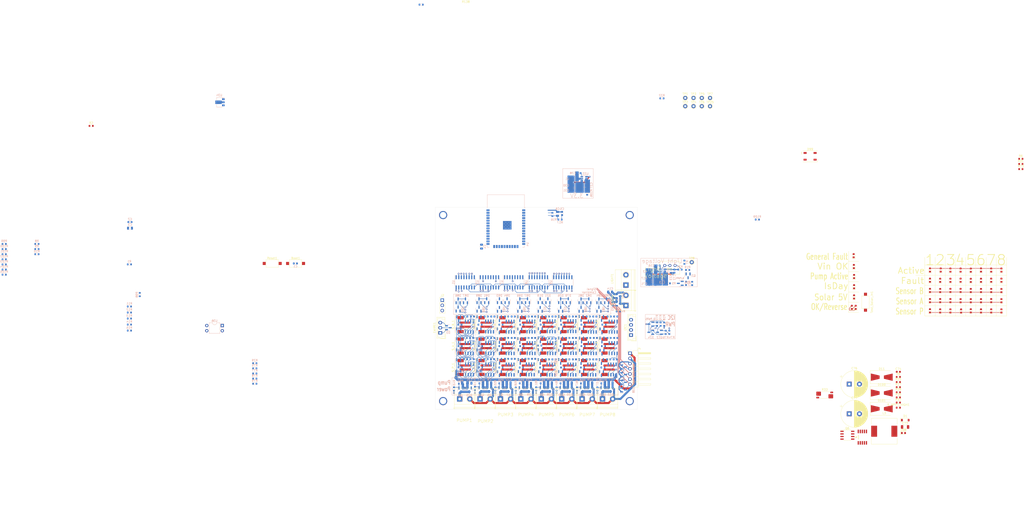
<source format=kicad_pcb>
(kicad_pcb (version 20221018) (generator pcbnew)
  (layers (0 "F.Cu" signal) (1 "In1.Cu" signal) (2 "In2.Cu" signal) (31 "B.Cu" signal) (34 "B.Paste" user) (35 "F.Paste" user) (36 "B.SilkS" user "B.Silkscreen") (37 "F.SilkS" user "F.Silkscreen") (38 "B.Mask" user) (39 "F.Mask" user) (44 "Edge.Cuts" user))
  (net 0 "")
  (net 1 "Net-(U4-IO0)")
  (net 2 "Net-(U4-EN)")
  (net 3 "12V")
  (net 4 "GND")
  (net 5 "Net-(S_A_1-Pin_1)")
  (net 6 "Net-(U10-CV)")
  (net 7 "Net-(D2-A)")
  (net 8 "Net-(D12-A)")
  (net 10 "3_3V")
  (net 11 "Temp")
  (net 13 "Net-(S_B_1-Pin_1)")
  (net 14 "Net-(D21-A)")
  (net 15 "Net-(U22-EN)")
  (net 16 "Net-(U22-BST)")
  (net 17 "Net-(U22-SW)")
  (net 18 "Net-(PUMP2-Pin_1)")
  (net 19 "PUMP_ENABLE")
  (net 20 "SENSORS_ENABLE")
  (net 21 "Net-(PUMP3-Pin_1)")
  (net 22 "Net-(PUMP4-Pin_1)")
  (net 23 "Net-(PUMP1-Pin_1)")
  (net 24 "Net-(PUMP5-Pin_1)")
  (net 25 "Net-(PUMP6-Pin_1)")
  (net 26 "Net-(PUMP7-Pin_1)")
  (net 27 "Net-(PUMP8-Pin_1)")
  (net 28 "SerialOut")
  (net 29 "Clock")
  (net 30 "Latch")
  (net 31 "Net-(Q1-G)")
  (net 32 "Net-(D13-A)")
  (net 34 "ESP_RX")
  (net 35 "ESP_TX")
  (net 36 "Net-(Boot1-Pad2)")
  (net 37 "PWR_I2C")
  (net 38 "SDA")
  (net 39 "SCL")
  (net 41 "Net-(D26-A)")
  (net 42 "Net-(D10-K)")
  (net 43 "Net-(Q5-G)")
  (net 45 "Net-(Q7-G)")
  (net 46 "Net-(Q8-G)")
  (net 47 "Net-(Q9-G)")
  (net 48 "Net-(Q10-G)")
  (net 49 "Net-(Q11-G)")
  (net 50 "Net-(Q12-G)")
  (net 51 "Net-(Q12-D)")
  (net 52 "Net-(Q13-G)")
  (net 53 "Net-(Q14-G)")
  (net 54 "Net-(D78-A)")
  (net 55 "CentralPump")
  (net 56 "Net-(D79-A)")
  (net 57 "Net-(Q_PWR5-G)")
  (net 58 "Net-(C5-Pad2)")
  (net 59 "Net-(I2C2-A)")
  (net 61 "Net-(U11-CV)")
  (net 62 "Net-(D19-A)")
  (net 63 "PUMP1")
  (net 64 "Net-(D23-A)")
  (net 65 "PUMP3")
  (net 66 "Net-(D80-A)")
  (net 67 "Net-(R14-Pad2)")
  (net 68 "PUMP4")
  (net 69 "PUMP5")
  (net 70 "PUMP6")
  (net 71 "PUMP7")
  (net 72 "PUMP8")
  (net 73 "PUMP2")
  (net 92 "SIGNAL")
  (net 93 "SerialIn")
  (net 95 "SENSOR1_PUMP_END")
  (net 96 "SENSOR1_A")
  (net 97 "SENSOR1_B")
  (net 98 "SENSOR2_PUMP_END")
  (net 99 "SENSOR2_A")
  (net 100 "SENSOR2_B")
  (net 101 "SENSOR3_PUMP_END")
  (net 102 "SENSOR3_A")
  (net 103 "SENSOR3_B")
  (net 104 "SENSOR4_PUMP_END")
  (net 105 "SENSOR4_A")
  (net 106 "SENSOR4_B")
  (net 107 "SENSOR5_PUMP_END")
  (net 108 "SENSOR5_A")
  (net 109 "SENSOR5_B")
  (net 110 "SENSOR6_PUMP_END")
  (net 111 "SENSOR6_A")
  (net 112 "SENSOR6_B")
  (net 113 "SENSOR7_PUMP_END")
  (net 114 "SENSOR7_A")
  (net 115 "SENSOR7_B")
  (net 116 "SENSOR8_PUMP_END")
  (net 117 "SENSOR8_A")
  (net 118 "SENSOR8_B")
  (net 119 "Net-(D13-K)")
  (net 120 "Net-(R29-Pad2)")
  (net 121 "Net-(D10-A)")
  (net 122 "Net-(D2-K)")
  (net 123 "Net-(S_P_2-Pin_1)")
  (net 124 "Net-(U12-CV)")
  (net 125 "Net-(S_A_2-Pin_1)")
  (net 126 "Net-(U13-CV)")
  (net 127 "Net-(U2-CV)")
  (net 128 "Net-(S_B_2-Pin_1)")
  (net 129 "Net-(U14-CV)")
  (net 130 "Net-(S_P_3-Pin_1)")
  (net 131 "Net-(U15-CV)")
  (net 132 "Net-(S_A_3-Pin_1)")
  (net 133 "Net-(U16-CV)")
  (net 134 "Net-(S_B_3-Pin_1)")
  (net 135 "Net-(U17-CV)")
  (net 136 "Net-(S_P_4-Pin_1)")
  (net 137 "Net-(U18-CV)")
  (net 138 "Net-(S_A_4-Pin_1)")
  (net 139 "Net-(U19-CV)")
  (net 140 "Net-(S_B_4-Pin_1)")
  (net 141 "Net-(U20-CV)")
  (net 142 "Net-(S_P_5-Pin_1)")
  (net 143 "Net-(U21-CV)")
  (net 144 "Net-(S_A_5-Pin_1)")
  (net 145 "Net-(U23-CV)")
  (net 146 "Net-(P_FAULT1-K)")
  (net 147 "Net-(P_FAULT2-K)")
  (net 148 "Net-(P_FAULT3-K)")
  (net 149 "Net-(P_FAULT4-K)")
  (net 150 "Net-(P_FAULT5-K)")
  (net 151 "Net-(P_FAULT6-K)")
  (net 152 "Net-(P_FAULT7-K)")
  (net 153 "Net-(P_FAULT8-K)")
  (net 154 "Net-(S_B_5-Pin_1)")
  (net 155 "Net-(U24-CV)")
  (net 156 "Net-(S_P_6-Pin_1)")
  (net 157 "Net-(U25-CV)")
  (net 158 "Net-(S_A_6-Pin_1)")
  (net 159 "Net-(U26-CV)")
  (net 160 "Net-(S_B_6-Pin_1)")
  (net 161 "Net-(U27-CV)")
  (net 162 "Net-(S_P_7-Pin_1)")
  (net 163 "Net-(U28-CV)")
  (net 164 "Net-(S_A_7-Pin_1)")
  (net 165 "Net-(U29-CV)")
  (net 166 "Net-(S_B_7-Pin_1)")
  (net 167 "Net-(U30-CV)")
  (net 168 "Net-(S_P_8-Pin_1)")
  (net 169 "Net-(U31-CV)")
  (net 170 "Net-(S_A_8-Pin_1)")
  (net 171 "Net-(U32-CV)")
  (net 172 "Net-(S_B_8-Pin_1)")
  (net 173 "Net-(U33-CV)")
  (net 174 "Net-(S_P_1-Pin_1)")
  (net 175 "Net-(S_P_1-Pin_2)")
  (net 176 "Net-(S_A_1-Pin_2)")
  (net 177 "Net-(S_B_1-Pin_2)")
  (net 178 "Net-(S_P_2-Pin_2)")
  (net 179 "Net-(S_A_2-Pin_2)")
  (net 180 "Net-(S_B_2-Pin_2)")
  (net 181 "Net-(S_P_3-Pin_2)")
  (net 182 "Net-(S_A_3-Pin_2)")
  (net 183 "Net-(S_B_3-Pin_2)")
  (net 184 "Net-(S_P_4-Pin_2)")
  (net 185 "Net-(S_A_4-Pin_2)")
  (net 186 "Net-(S_B_4-Pin_2)")
  (net 187 "Net-(S_P_5-Pin_2)")
  (net 188 "Net-(S_A_5-Pin_2)")
  (net 189 "Net-(S_B_5-Pin_2)")
  (net 190 "Net-(S_P_6-Pin_2)")
  (net 191 "Net-(S_A_6-Pin_2)")
  (net 192 "Net-(S_B_6-Pin_2)")
  (net 193 "Net-(S_P_7-Pin_2)")
  (net 194 "Net-(S_A_7-Pin_2)")
  (net 195 "Net-(S_B_7-Pin_2)")
  (net 196 "Net-(S_P_8-Pin_2)")
  (net 197 "Net-(S_A_8-Pin_2)")
  (net 198 "Net-(S_B_8-Pin_2)")
  (net 199 "Net-(D81-A)")
  (net 201 "Net-(D82-A)")
  (net 203 "Net-(D83-A)")
  (net 205 "Net-(D84-A)")
  (net 207 "Net-(D85-A)")
  (net 209 "Net-(D86-A)")
  (net 211 "Net-(D87-A)")
  (net 213 "Net-(D88-A)")
  (net 215 "Net-(D89-A)")
  (net 217 "Net-(D90-A)")
  (net 219 "Net-(D91-A)")
  (net 221 "Net-(D92-A)")
  (net 247 "Net-(D74-K)")
  (net 248 "S_5V")
  (net 249 "Net-(D76-A)")
  (net 250 "Net-(R77-Pad2)")
  (net 251 "IsDay")
  (net 252 "Net-(R78-Pad2)")
  (net 253 "S_GND")
  (net 254 "S_VIN")
  (net 255 "Net-(D76-K)")
  (net 256 "Net-(D93-A)")
  (net 258 "Net-(D94-A)")
  (net 260 "Net-(D95-A)")
  (net 262 "Net-(D96-A)")
  (net 264 "Net-(D97-A)")
  (net 266 "Net-(P_FAULT1-A)")
  (net 267 "Net-(P_FAULT2-A)")
  (net 268 "Net-(P_FAULT3-A)")
  (net 269 "Net-(P_FAULT4-A)")
  (net 270 "Net-(P_FAULT5-A)")
  (net 271 "Net-(P_FAULT6-A)")
  (net 272 "Net-(P_FAULT7-A)")
  (net 273 "Net-(P_FAULT8-A)")
  (net 274 "Net-(U35A-+)")
  (net 275 "5K_12V")
  (net 276 "1K_GND")
  (net 277 "Net-(U1-QH')")
  (net 279 "Net-(U3-QH')")
  (net 281 "Net-(U7-QH')")
  (net 283 "Net-(U8-QH')")
  (net 284 "unconnected-(U8-~{SRCLR}-Pad10)")
  (net 286 "Net-(U5-EN)")
  (net 287 "Net-(U5-BST)")
  (net 288 "Net-(U5-SW)")
  (net 289 "Net-(Q2-G)")
  (net 290 "Net-(Q2-D)")
  (net 291 "Net-(Q_PWR1-G)")
  (net 292 "Net-(Q_PWR1-D)")
  (net 293 "LED_ENABLE")
  (net 294 "Net-(I2C3-A)")
  (net 295 "Net-(R24-Pad2)")
  (net 296 "Net-(U5-FB)")
  (net 297 "Net-(LIGHT1-Pin_2)")
  (net 302 "Net-(U6-VG)")
  (net 303 "Net-(C74-Pad1)")
  (net 304 "Net-(D11-K)")
  (net 305 "Net-(D1-A)")
  (net 306 "Net-(D98-K)")
  (net 307 "Net-(D98-A)")
  (net 308 "Net-(D100-K)")
  (net 309 "Net-(D101-A)")
  (net 310 "Net-(L3-Pad2)")
  (net 311 "Net-(Q6-G)")
  (net 312 "Net-(R8-Pad2)")
  (net 313 "Net-(U6-MPPT)")
  (net 314 "Net-(U6-COM)")
  (net 315 "Net-(U6-BAT)")
  (net 316 "Net-(U6-FB)")
  (net 317 "Net-(U6-CSP)")
  (footprint "Button_Switch_SMD:SW_SPST_CK_RS282G05A3" (layer "F.Cu") (at 90.23 68.17)
    (fp_text reference "Reset1")
    (fp_text value "SW_Push")
  )
  (footprint "LED_SMD:LED_0603_1608Metric" (layer "F.Cu") (at 422.58 86.3825 90)
    (fp_text reference "SD31" hide)
    (fp_text value "GREEN")
  )
  (footprint "LED_SMD:LED_0603_1608Metric" (layer "F.Cu") (at 427.58 81.3825 90)
    (fp_text reference "SD35" hide)
    (fp_text value "GREEN")
  )
  (footprint "Diode_SMD:D_SMB-SMC_Universal_Handsoldering" (layer "F.Cu") (at 388.9475 139.4)
    (fp_text reference "D101")
    (fp_text value "SS54")
  )
  (footprint "LED_SMD:LED_0603_1608Metric" (layer "F.Cu") (at 375.28 69.67 90)
    (fp_text reference "D10" hide)
    (fp_text value "RED")
  )
  (footprint "Button_Switch_SMD:SW_SPST_CK_RS282G05A3" (layer "F.Cu") (at 101.68 68.17)
    (fp_text reference "Boot1")
    (fp_text value "Boot")
  )
  (footprint "LED_SMD:LED_0603_1608Metric" (layer "F.Cu") (at 412.58 76.3825 90)
    (fp_text reference "P_FAULT1" hide)
    (fp_text value "RED")
  )
  (footprint "Connector_JST:JST_PH_B2B-PH-SM4-TB_1x02-1MP_P2.00mm_Vertical" (layer "F.Cu") (at 224.83 119.17 90)
    (fp_text reference "S_P_5")
    (fp_text value "Conn_01x02_Male")
  )
  (footprint "LED_SMD:LED_0603_1608Metric" (layer "F.Cu") (at 422.58 76.42 90)
    (fp_text reference "P_FAULT3" hide)
    (fp_text value "RED")
  )
  (footprint "Connector_JST:JST_PH_B2B-PH-SM4-TB_1x02-1MP_P2.00mm_Vertical" (layer "F.Cu") (at 244.83 98.17 90)
    (fp_text reference "S_B_7")
    (fp_text value "Conn_01x02_Male")
  )
  (footprint "Resistor_SMD:R_0603_1608Metric" (layer "F.Cu") (at 397.0725 131.32)
    (fp_text reference "R28")
    (fp_text value "120")
  )
  (footprint "LED_SMD:LED_0603_1608Metric" (layer "F.Cu") (at 412.58 81.3825 90)
    (fp_text reference "SD26" hide)
    (fp_text value "GREEN")
  )
  (footprint "LED_SMD:LED_0603_1608Metric" (layer "F.Cu") (at 374.28 89.67 90)
    (fp_text reference "D13" hide)
    (fp_text value "GREEN")
  )
  (footprint "LED_SMD:LED_0603_1608Metric" (layer "F.Cu") (at 417.58 81.42 90)
    (fp_text reference "SD29" hide)
    (fp_text value "GREEN")
  )
  (footprint "Connector_JST:JST_PH_B2B-PH-SM4-TB_1x02-1MP_P2.00mm_Vertical" (layer "F.Cu") (at 254.83 108.67 90)
    (fp_text reference "S_A_8")
    (fp_text value "Conn_01x02_Male")
  )
  (footprint "TerminalBlock_Phoenix:TerminalBlock_Phoenix_MKDS-1,5-2_1x02_P5.00mm_Horizontal" (layer "F.Cu") (at 232.08 134.575)
    (fp_text reference "PUMP6")
    (fp_text value "Conn_01x02")
  )
  (footprint "TerminalBlock_Phoenix:TerminalBlock_Phoenix_MKDS-1,5-2_1x02_P5.00mm_Horizontal" (layer "F.Cu") (at 242.08 134.575)
    (fp_text reference "PUMP7")
    (fp_text value "Conn_01x02")
  )
  (footprint "TerminalBlock_Phoenix:TerminalBlock_Phoenix_MKDS-1,5-2_1x02_P5.00mm_Horizontal" (layer "F.Cu") (at 263.58 88.77 90)
    (fp_text reference "PUMP9")
    (fp_text value "Conn_01x02")
  )
  (footprint "Connector_JST:JST_PH_B2B-PH-SM4-TB_1x02-1MP_P2.00mm_Vertical" (layer "F.Cu") (at 194.58 98.17 90)
    (fp_text reference "S_B_2")
    (fp_text value "Conn_01x02_Male")
  )
  (footprint "LED_SMD:LED_0603_1608Metric" (layer "F.Cu") (at 375.38 79.57 90)
    (fp_text reference "D76" hide)
    (fp_text value "YELLOW")
  )
  (footprint "Connector_JST:JST_EH_B3B-EH-A_1x03_P2.50mm_Vertical" (layer "F.Cu") (at 172.58 102.17 90)
    (fp_text reference "1WIRE1")
    (fp_text value "Conn_01x03")
  )
  (footprint "Resistor_SMD:R_0603_1608Metric" (layer "F.Cu") (at 457.1025 19.42)
    (fp_text reference "R31")
    (fp_text value "10k")
  )
  (footprint "LED_SMD:LED_0603_1608Metric" (layer "F.Cu") (at 432.58 86.42 90)
    (fp_text reference "SD37" hide)
    (fp_text value "GREEN")
  )
  (footprint "Connector_JST:JST_EH_B4B-EH-A_1x04_P2.50mm_Vertical" (layer "F.Cu") (at 266.08 103.27 90)
    (fp_text reference "I2C1")
    (fp_text value "Conn_01x04")
  )
  (footprint "LED_SMD:LED_0603_1608Metric" (layer "F.Cu") (at 375.18 64.37 90)
    (fp_text reference "D2" hide)
    (fp_text value "YELLOW")
  )
  (footprint "Connector_PinHeader_2.54mm:PinHeader_1x07_P2.54mm_Horizontal" (layer "F.Cu") (at 265.58 112.17)
    (fp_text reference "J4")
    (fp_text value "Conn_01x07")
  )
  (footprint "Resistor_SMD:R_0603_1608Metric" (layer "F.Cu") (at 457.1025 21.93)
    (fp_text reference "R73")
    (fp_text value "10k")
  )
  (footprint "Resistor_SMD:R_Shunt_Vishay_WSK2512_6332Metric_T1.19mm" (layer "F.Cu") (at 360.995 132.635)
    (fp_text reference "R33")
    (fp_text value "0.06")
  )
  (footprint "Resistor_SMD:R_0603_1608Metric" (layer "F.Cu") (at 397.0725 133.83)
    (fp_text reference "R30")
    (fp_text value "R")
  )
  (footprint "LED_SMD:LED_0603_1608Metric" (layer "F.Cu") (at 437.58 71.3825 90)
    (fp_text reference "PUMP_D6" hide)
    (fp_text value "BLUE")
  )
  (footprint "Connector_JST:JST_PH_B2B-PH-SM4-TB_1x02-1MP_P2.00mm_Vertical" (layer "F.Cu") (at 244.83 119.17 90)
    (fp_text reference "S_P_7")
    (fp_text value "Conn_01x02_Male")
  )
  (footprint "LED_SMD:LED_0603_1608Metric" (layer "F.Cu") (at 427.58 76.3825 90)
    (fp_text reference "P_FAULT4" hide)
    (fp_text value "RED")
  )
  (footprint "LED_SMD:LED_0603_1608Metric" (layer "F.Cu") (at 427.58 86.42 90)
    (fp_text reference "SD34" hide)
    (fp_text value "GREEN")
  )
  (footprint "Capacitor_SMD:C_1206_3216Metric" (layer "F.Cu") (at 400.3725 148.3)
    (fp_text reference "C73")
    (fp_text value "100nF")
  )
  (footprint "TestPoint:TestPoint_THTPad_D2.0mm_Drill1.0mm" (layer "F.Cu") (at 300.75 -12.94)
    (fp_text reference "TP5")
    (fp_text value "IsDay")
  )
  (footprint "Diode_SMD:D_SMB-SMC_Universal_Handsoldering" (layer "F.Cu") (at 388.9475 123.9)
    (fp_text reference "D11")
    (fp_text value "SS54")
  )
  (footprint "Package_SO:SOP-8_3.9x4.9mm_P1.27mm" (layer "F.Cu") (at 372.0925 152.35)
    (fp_text reference "Q6")
    (fp_text value "4435")
  )
  (footprint "LED_SMD:LED_0603_1608Metric" (layer "F.Cu") (at 437.58 76.42 90)
    (fp_text reference "P_FAULT6" hide)
    (fp_text value "RED")
  )
  (footprint "Capacitor_SMD:C_0603_1608Metric" (layer "F.Cu") (at 397.0725 121.28)
    (fp_text reference "C74")
    (fp_text value "200nF")
  )
  (footprint "Connector_JST:JST_PH_B2B-PH-SM4-TB_1x02-1MP_P2.00mm_Vertical" (layer "F.Cu") (at 224.83 108.67 90)
    (fp_text reference "S_A_5")
    (fp_text value "Conn_01x02_Male")
  )
  (footprint "LED_SMD:LED_0603_1608Metric" (layer "F.Cu") (at 412.58 86.3825 90)
    (fp_text reference "SD25" hide)
    (fp_text value "GREEN")
  )
  (footprint "Capacitor_THT:CP_Radial_D13.0mm_P5.00mm" (layer "F.Cu") (at 373.012069 141.85)
    (fp_text reference "C77")
    (fp_text value "C_Polarized")
  )
  (footprint "TerminalBlock_Phoenix:TerminalBlock_Phoenix_MKDS-1,5-2_1x02_P5.00mm_Horizontal" (layer "F.Cu") (at 222.08 134.575)
    (fp_text reference "PUMP5")
    (fp_text value "Conn_01x02")
  )
  (footprint "LED_SMD:LED_0603_1608Metric" (layer "F.Cu") (at 417.83 71.3825 90)
    (fp_text reference "PUMP_D2" hide)
    (fp_text value "BLUE")
  )
  (footprint "TestPoint:TestPoint_THTPad_D2.0mm_Drill1.0mm" (layer "F.Cu") (at 304.8 -12.94)
    (fp_text reference "TP7")
    (fp_text value "Feedback_LED")
  )
  (footprint "Connector_JST:JST_PH_B2B-PH-SM4-TB_1x02-1MP_P2.00mm_Vertical" (layer "F.Cu") (at 184.33 119.17 90)
    (fp_text reference "S_P_1")
    (fp_text value "Conn_01x02_Male")
  )
  (footprint "LED_SMD:LED_0603_1608Metric" (layer "F.Cu") (at 412.58 91.3825 90)
    (fp_text reference "SD1" hide)
    (fp_text value "GREEN")
  )
  (footprint "TestPoint:TestPoint_THTPad_D2.0mm_Drill1.0mm" (layer "F.Cu") (at 296.7 -12.94)
    (fp_text reference "TP3")
    (fp_text value "Solar_3V3 LDO")
  )
  (footprint "LED_SMD:LED_0603_1608Metric" (layer "F.Cu") (at 442.58 86.3825 90)
    (fp_text reference "SD43" hide)
    (fp_text value "GREEN")
  )
  (footprint "Diode_SMD:D_SOD-123" (layer "F.Cu") (at 400.4675 144.95)
    (fp_text reference "D1")
    (fp_text value "7v zehner")
  )
  (footprint "TestPoint:TestPoint_THTPad_D2.0mm_Drill1.0mm" (layer "F.Cu") (at 295.83 67.57)
    (fp_text reference "TP8")
    (fp_text value "LED-Enabled")
  )
  (footprint "TerminalBlock_Phoenix:TerminalBlock_Phoenix_MKDS-1,5-2_1x02_P5.00mm_Horizontal" (layer "F.Cu") (at 212.08 134.575)
    (fp_text reference "PUMP4")
    (fp_text value "Conn_01x02")
  )
  (footprint "LED_SMD:LED_0603_1608Metric" (layer "F.Cu") (at 447.58 91.42 90)
    (fp_text reference "SD45" hide)
    (fp_text value "GREEN")
  )
  (footprint "Resistor_SMD:R_0603_1608Metric" (layer "F.Cu") (at 397.0725 126.3)
    (fp_text reference "R25")
    (fp_text value "10k")
  )
  (footprint "LED_SMD:LED_0603_1608Metric" (layer "F.Cu") (at 412.58 71.3825 90)
    (fp_text reference "PUMP_D1" hide)
    (fp_text value "BLUE" hide)
  )
  (footprint "TerminalBlock_Phoenix:TerminalBlock_Phoenix_MKDS-1,5-2_1x02_P5.00mm_Horizontal" (layer "F.Cu") (at 192.08 134.575)
    (fp_text reference "PUMP2")
    (fp_text value "Conn_01x02")
  )
  (footprint "TestPoint:TestPoint_THTPad_D2.0mm_Drill1.0mm" (layer "F.Cu") (at 300.75 -8.89)
    (fp_text reference "TP6")
    (fp_text value "LED_-")
  )
  (footprint "Resistor_SMD:R_0603_1608Metric" (layer "F.Cu") (at 1.505 0.755)
    (fp_text reference "R2")
    (fp_text value "5k")
  )
  (footprint "TerminalBlock_Phoenix:TerminalBlock_Phoenix_MKDS-1,5-2_1x02_P5.00mm_Horizontal" (layer "F.Cu") (at 252.08 134.575)
    (fp_text reference "PUMP8")
    (fp_text value "Conn_01x02")
  )
  (footprint "LED_SMD:LED_0603_1608Metric" (layer "F.Cu") (at 422.58 81.3825 90)
    (fp_text reference "SD32" hide)
    (fp_text value "GREEN")
  )
  (footprint "Resistor_SMD:R_0603_1608Metric" (layer "F.Cu") (at 397.0725 136.34)
    (fp_text reference "R32")
    (fp_text value "R")
  )
  (footprint "LED_SMD:LED_0603_1608Metric" (layer "F.Cu") (at 399.5925 151.27)
    (fp_text reference "D98")
    (fp_text value "LED")
  )
  (footprint "Resistor_SMD:R_0603_1608Metric" (layer "F.Cu") (at 397.0725 123.79)
    (fp_text reference "R8")
    (fp_text value "10k")
  )
  (footprint "Connector_JST:JST_PH_B2B-PH-SM4-TB_1x02-1MP_P2.00mm_Vertical" (layer "F.Cu") (at 254.83 119.17 90)
    (fp_text reference "S_P_8")
    (fp_text value "Conn_01x02_Male")
  )
  (footprint "LED_SMD:LED_0603_1608Metric" (layer "F.Cu") (at 437.58 86.42 90)
    (fp_text reference "SD40" hide)
    (fp_text value "GREEN")
  )
  (footprint "LED_SMD:LED_0603_1608Metric" (layer "F.Cu") (at 417.58 91.42 90)
    (fp_text reference "SD27" hide)
    (fp_text value "GREEN")
  )
  (footprint "Connector_JST:JST_PH_B2B-PH-SM4-TB_1x02-1MP_P2.00mm_Vertical" (layer "F.Cu") (at 184.33 108.67 90)
    (fp_text reference "S_A_1")
    (fp_text value "Conn_01x02_Male")
  )
  (footprint "LED_SMD:LED_0603_1608Metric" (layer "F.Cu") (at 427.58 71.42 90)
    (fp_text reference "PUMP_D4" hide)
    (fp_text value "BLUE")
  )
  (footprint "Connector_JST:JST_PH_B2B-PH-SM4-TB_1x02-1MP_P2.00mm_Vertical" (layer "F.Cu") (at 234.83 98.17 90)
    (fp_text reference "S_B_6")
    (fp_text value "Conn_01x02_Male")
  )
  (footprint "LED_SMD:LED_0603_1608Metric" (layer "F.Cu") (at 432.58 81.42 90)
    (fp_text reference "SD38" hide)
    (fp_text value "GREEN")
  )
  (footprint "Capacitor_THT:CP_Radial_D13.0mm_P5.00mm" (layer "F.Cu") (at 373.012069 127.3)
    (fp_text reference "C76")
    (fp_text value "C_Polarized")
  )
  (footprint "LED_SMD:LED_0603_1608Metric" (layer "F.Cu") (at 422.58 91.42 90)
    (fp_text reference "SD30" hide)
    (fp_text value "GREEN")
  )
  (footprint "LED_SMD:LED_0603_1608Metric" (layer "F.Cu") (at 432.58 91.3825 90)
    (fp_text reference "SD36" hide)
    (fp_text value "GREEN")
  )
  (footprint "Connector_JST:JST_PH_B2B-PH-SM4-TB_1x02-1MP_P2.00mm_Vertical" (layer "F.Cu") (at 194.58 119.17 90)
    (fp_text reference "S_P_2")
    (fp_text value "Conn_01x02_Male")
  )
  (footprint "LED_SMD:LED_0603_1608Metric" (layer "F.Cu") (at 437.58 81.42 90)
    (fp_text reference "SD41" hide)
    (fp_text value "GREEN")
  )
  (footprint "Resistor_SMD:R_0603_1608Metric" (layer "F.Cu") (at 397.0725 138.85)
    (fp_text reference "R_MPPT_HIGH1")
    (fp_text value "34k")
  )
  (footprint "LED_SMD:LED_0603_1608Metric" (layer "F.Cu") (at 442.58 71.42 90)
    (fp_text reference "PUMP_D7" hide)
    (fp_text value "BLUE")
  )
  (footprint "LED_SMD:LED_0603_1608Metric" (layer "F.Cu") (at 432.58 76.4575 90)
    (fp_text reference "P_FAULT5" hide)
    (fp_text value "RED")
  )
  (footprint "TestPoint:TestPoint_THTPad_D2.0mm_Drill1.0mm" (layer "F.Cu") (at 304.8 -8.89)
    (fp_text reference "TP25")
    (fp_text value "TestPoint")
  )
  (footprint "LED_SMD:LED_0603_1608Metric" (layer "F.Cu") (at 417.58 76.42 90)
    (fp_text reference "P_FAULT2" hide)
    (fp_text value "RED")
  )
  (footprint "Button_Switch_SMD:SW_SPST_CK_RS282G05A3" (layer "F.Cu") (at 380.98 87.17 90)
    (fp_text reference "Test_Solar_In1")
    (fp_text value "SW_Push")
  )
  (footprint "LED_SMD:LED_0603_1608Metric" (layer "F.Cu") (at 427.83 91.4575 90)
    (fp_text reference "SD33" hide)
    (fp_text value "GREEN")
  )
  (footprint "Connector_JST:JST_PH_B2B-PH-SM4-TB_1x02-1MP_P2.00mm_Vertical" (layer "F.Cu") (at 254.83 98.17 90)
    (fp_text reference "S_B_8")
    (fp_text value "Conn_01x02_Male")
  )
  (footprint "Connector_JST:JST_PH_B2B-PH-SM4-TB_1x02-1MP_P2.00mm_Vertical" (layer "F.Cu") (at 214.83 119.17 90)
    (fp_text reference "S_P_4")
    (fp_text value "Conn_01x02_Male")
  )
  (footprint "Connector_JST:JST_PH_B2B-PH-SM4-TB_1x02-1MP_P2.00mm_Vertical" (layer "F.Cu") (at 204.83 119.17 90)
    (fp_text reference "S_P_3")
    (fp_text value "Conn_01x02_Male")
  )
  (footprint "Connector_JST:JST_PH_B2B-PH-SM4-TB_1x02-1MP_P2.00mm_Vertical" (layer "F.Cu") (at 184.33 98.17 90)
    (fp_text reference "S_B_1")
    (fp_text value "Conn_01x02_Male")
  )
  (footprint "Connector_JST:JST_PH_B2B-PH-SM4-TB_1x02-1MP_P2.00mm_Vertical" (layer "F.Cu") (at 214.83 108.67 90)
    (fp_text reference "S_A_4")
    (fp_text value "Conn_01x02_Male")
  )
  (footprint "LED_SMD:LED_WS2812B_PLCC4_5.0x5.0mm_P3.2mm" (layer "F.Cu") (at 353.83 15.67)
    (fp_text reference "D99")
    (fp_text value "WS2812B")
  )
  (footprint "TerminalBlock_Phoenix:TerminalBlock_Phoenix_MKDS-1,5-2_1x02_P5.00mm_Horizontal" (layer "F.Cu") (at 263.58 78.77 90)
    (fp_text reference "LIGHT1")
    (fp_text value "Conn_01x02")
  )
  (footprint "Potentiometer_THT:Potentiometer_Bourns_3299W_Vertical" (layer "F.Cu") (at 287.66 69.17)
    (fp_text reference "RV1")
    (fp_text value "50k")
  )
  (footprint "LED_SMD:LED_0603_1608Metric" (layer "F.Cu") (at 375.38 84.57 90)
    (fp_text reference "D74" hide)
    (fp_text value "GREEN")
  )
  (footprint "Connector_JST:JST_PH_B2B-PH-SM4-TB_1x02-1MP_P2.00mm_Vertical" (layer "F.Cu") (at 224.83 98.17 90)
    (fp_text reference "S_B_5")
    (fp_text value "Conn_01x02_Male")
  )
  (footprint "LED_SMD:LED_0603_1608Metric" (layer "F.Cu") (at 422.58 71.42 90)
    (fp_text reference "PUMP_D3" hide)
    (fp_text value "BLUE")
  )
  (footprint "TestPoint:TestPoint_THTPad_D2.0mm_Drill1.0mm" (layer "F.Cu") (at 292.65 -12.94)
    (fp_text reference "TP1")
    (fp_text value "Solar_IN")
  )
  (footprint "LED_SMD:LED_0603_1608Metric" (layer "F.Cu") (at 447.58 76.3825 90)
    (fp_text reference "P_FAULT8" hide)
    (fp_text value "RED")
  )
  (footprint "LED_SMD:LED_0603_1608Metric" (layer "F.Cu") (at 375.38 74.57 90)
    (fp_text reference "D78" hide)
    (fp_text value "BLUE")
  )
  (footprint "TestPoint:TestPoint_THTPad_D2.0mm_Drill1.0mm" (layer "F.Cu") (at 296.7 -8.89)
    (fp_text reference "TP4")
    (fp_text value "LED_+")
  )
  (footprint "Resistor_SMD:R_0603_1608Metric" (layer "F.Cu") (at 397.0725 128.81)
    (fp_text reference "R27")
    (fp_text value "R_MPPT_LOW")
  )
  (footprint "Connector_PinHeader_2.54mm:PinHeader_1x03_P2.54mm_Vertical" (layer "F.Cu") (at 173.58 86.17)
    (fp_text reference "J2")
    (fp_text value "Conn_01x03_Female")
  )
  (footprint "Connector_JST:JST_PH_B2B-PH-SM4-TB_1x02-1MP_P2.00mm_Vertical" (layer "F.Cu") (at 204.83 108.67 90)
    (fp_text reference "S_A_3")
    (fp_text value "Conn_01x02_Male")
  )
  (footprint "Connector_JST:JST_PH_B2B-PH-SM4-TB_1x02-1MP_P2.00mm_Vertical" (layer "F.Cu") (at 234.83 108.67 90)
    (fp_text reference "S_A_6")
    (fp_text value "Conn_01x02_Male")
  )
  (footprint "TerminalBlock_Phoenix:TerminalBlock_Phoenix_MKDS-1,5-2_1x02_P5.00mm_Horizontal" (layer "F.Cu") (at 182.08 134.575)
    (fp_text reference "PUMP1")
    (fp_text value "Conn_01x02")
  )
  (footprint "Connector_JST:JST_PH_B2B-PH-SM4-TB_1x02-1MP_P2.00mm_Vertical" (layer "F.Cu") (at 194.58 108.67 90)
    (fp_text reference "S_A_2")
    (fp_text value "Conn_01x02_Male")
  )
  (footprint "kicad-stuff:SSOP10" (layer "F.Cu") (at 379.4461 153.3)
    (fp_text reference "U6")
    (fp_text value "CN3795")
  )
  (footprint "Inductor_SMD:L_12x12mm_H4.5mm" (layer "F.Cu") (at 390.1625 150.4)
    (fp_text reference "L3")
    (fp_text value "L")
  )
  (footprint "TerminalBlock_Phoenix:TerminalBlock_Phoenix_MKDS-1,5-2_1x02_P5.00mm_Horizontal" (layer "F.Cu") (at 202.08 134.575)
    (fp_text reference "PUMP3")
    (fp_text value "Conn_01x02")
  )
  (footprint "LED_SMD:LED_0603_1608Metric" (layer "F.Cu") (at 432.58 71.4575 90)
    (fp_text reference "PUMP_D5" hide)
    (fp_text value "BLUE")
  )
  (footprint "LED_SMD:LED_0603_1608Metric" (layer "F.Cu") (at 447.58 71.42 90)
    (fp_text reference "PUMP_D8" hide)
    (fp_text value "BLUE")
  )
  (footprint "Diode_SMD:D_SMB-SMC_Universal_Handsoldering" (layer "F.Cu") (at 388.9475 131.65)
    (fp_text reference "D100")
    (fp_text value "SS54")
  )
  (footprint "TestPoint:TestPoint_THTPad_D2.0mm_Drill1.0mm" (layer "F.Cu") (at 292.65 -8.89)
    (fp_text reference "TP2")
    (fp_text value "Solar_GND")
  )
  (footprint "LED_SMD:LED_0603_1608Metric" (layer "F.Cu") (at 447.58 81.4575 90)
    (fp_text reference "SD47" hide)
    (fp_text value "GREEN")
  )
  (footprint "LED_SMD:LED_0603_1608Metric" (layer "F.Cu") (at 447.58 86.42 90)
    (fp_text reference "SD46" hide)
    (fp_text value "GREEN")
  )
  (footprint "Connector_JST:JST_PH_B2B-PH-SM4-TB_1x02-1MP_P2.00mm_Vertical" (layer "F.Cu") (at 214.83 98.17 90)
    (fp_text reference "S_B_4")
    (fp_text value "Conn_01x02_Male")
  )
  (footprint "LED_SMD:LED_0603_1608Metric" (layer "F.Cu") (at 417.58 86.3825 90)
    (fp_text reference "SD28" hide)
    (fp_text value "GREEN")
  )
  (footprint "Connector_JST:JST_PH_B2B-PH-SM4-TB_1x02-1MP_P2.00mm_Vertical" (layer "F.Cu") (at 244.83 108.67 90)
    (fp_text reference "S_A_7")
    (fp_text value "Conn_01x02_Male")
  )
  (footprint "LED_SMD:LED_0603_1608Metric" (layer "F.Cu") (at 376.18 89.67 90)
    (fp_text reference "D4" hide)
    (fp_text value "RED")
  )
  (footprint "Connector_JST:JST_PH_B2B-PH-SM4-TB_1x02-1MP_P2.00mm_Vertical" (layer "F.Cu") (at 234.83 119.17 90)
    (fp_text reference "S_P_6")
    (fp_text value "Conn_01x02_Male")
  )
  (footprint "LED_SMD:LED_0603_1608Metric" (layer "F.Cu") (at 442.58 76.3825 90)
    (fp_text reference "P_FAULT7" hide)
    (fp_text value "RED")
  )
  (footprint "Resistor_SMD:R_0603_1608Metric" (layer "F.Cu") (at 457.1025 16.91)
    (fp_text reference "R6")
    (fp_text value "10k")
  )
  (footprint "LED_SMD:LED_0603_1608Metric" (layer "F.Cu") (at 442.58 91.42 90)
    (fp_text reference "SD42" hide)
    (fp_text value "GREEN")
  )
  (footprint "LED_SMD:LED_0603_1608Metric" (layer "F.Cu") (at 437.58 91.42 90)
    (fp_text reference "SD39" hide)
    (fp_text value "GREEN")
  )
  (footprint "Connector_JST:JST_PH_B2B-PH-SM4-TB_1x02-1MP_P2.00mm_Vertical" (layer "F.Cu") (at 204.83 98.17 90)
    (fp_text reference "S_B_3")
    (fp_text value "Conn_01x02_Male")
  )
  (footprint "LED_SMD:LED_0603_1608Metric" (layer "F.Cu") (at 442.58 81.42 90)
    (fp_text reference "SD44" hide)
    (fp_text value "GREEN")
  )
  (footprint "Package_TO_SOT_SMD:SOT-23" (layer "B.Cu") (at 216.08 129.9825 -90)
    (fp_text reference "D9")
    (fp_text value "BAT54S")
  )
  (footprint "Package_TO_SOT_SMD:SOT-23" (layer "B.Cu") (at 211.58 105.92 -90)
    (fp_text reference "D47" hide)
    (fp_text value "BAT54S")
  )
  (footprint "Package_TO_SOT_SMD:SOT-23" (layer "B.Cu") (at 212.33 129.9825 -90)
    (fp_text reference "Q8")
    (fp_text value "N-channel 30V 5A")
  )
  (footprint "Inductor_SMD:L_1210_3225Metric" (layer "B.Cu") (at 276.58 72.17 180)
    (fp_text reference "L2")
    (fp_text value "4.7uH")
  )
  (footprint "Package_SO:SO-8_3.9x4.9mm_P1.27mm" (layer "B.Cu") (at 196.83 120.17 90)
    (fp_text reference "U12" hide)
    (fp_text value "TLC555xP")
  )
  (footprint "Capacitor_SMD:C_0603_1608Metric" (layer "B.Cu") (at 255.105 115.17 180)
    (fp_text reference "C66" hide)
    (fp_text value "100n")
  )
  (footprint "Package_TO_SOT_SMD:SOT-23" (layer "B.Cu") (at 191.58 86.42 90)
    (fp_text reference "D89")
    (fp_text value "BAT54S")
  )
  (footprint "Capacitor_SMD:C_0603_1608Metric" (layer "B.Cu") (at 20.53 47.88 180)
    (fp_text reference "C2")
    (fp_text value "100n")
  )
  (footprint "Resistor_SMD:R_0603_1608Metric" (layer "B.Cu") (at 20.24 92.22 180)
    (fp_text reference "R12")
    (fp_text value "2k2")
  )
  (footprint "Capacitor_SMD:C_0805_2012Metric" (layer "B.Cu") (at 230.035 43.87 -90)
    (fp_text reference "C6")
    (fp_text value "22uf")
  )
  (footprint "Package_SO:SO-8_3.9x4.9mm_P1.27mm" (layer "B.Cu") (at 237.08 98.92 90)
    (fp_text reference "U27" hide)
    (fp_text value "TLC555xP")
  )
  (footprint "Capacitor_SMD:C_0603_1608Metric" (layer "B.Cu") (at 255.355 94.17 180)
    (fp_text reference "C70" hide)
    (fp_text value "100n")
  )
  (footprint "Resistor_SMD:R_0603_1608Metric" (layer "B.Cu") (at -41.11881 73.67 180)
    (fp_text reference "R105")
    (fp_text value "1k")
  )
  (footprint "Package_TO_SOT_SMD:SOT-23" (layer "B.Cu") (at 191.53 121.8075 -90)
    (fp_text reference "D18" hide)
    (fp_text value "BAT54S")
  )
  (footprint "Capacitor_SMD:C_0603_1608Metric" (layer "B.Cu") (at 248.33 94.17)
    (fp_text reference "C63" hide)
    (fp_text value "100n")
  )
  (footprint "Capacitor_SMD:C_0603_1608Metric" (layer "B.Cu") (at 205.08 104.67)
    (fp_text reference "C38" hide)
    (fp_text value "100n")
  )
  (footprint "Capacitor_SMD:C_0805_2012Metric" (layer "B.Cu") (at 196.58 126.67 180)
    (fp_text reference "C8")
    (fp_text value "22uf")
  )
  (footprint "Resistor_SMD:R_0603_1608Metric" (layer "B.Cu") (at 222.58 126.92)
    (fp_text reference "R62")
    (fp_text value "10k")
  )
  (footprint "Package_TO_SOT_SMD:SOT-23" (layer "B.Cu") (at 221.83 122.17 -90)
    (fp_text reference "D50" hide)
    (fp_text value "BAT54S")
  )
  (footprint "Package_TO_SOT_SMD:SOT-23" (layer "B.Cu") (at 221.58 116.2325 -90)
    (fp_text reference "D51" hide)
    (fp_text value "BAT54S")
  )
  (footprint "Capacitor_SMD:C_0603_1608Metric" (layer "B.Cu") (at 258.58 94.17)
    (fp_text reference "C69" hide)
    (fp_text value "100n")
  )
  (footprint "Package_TO_SOT_SMD:SOT-23" (layer "B.Cu") (at 262.3925 122.67)
    (fp_text reference "D36")
    (fp_text value "BAT54S")
  )
  (footprint "Resistor_SMD:R_0603_1608Metric" (layer "B.Cu") (at 219.58 129.67 90)
    (fp_text reference "R61")
    (fp_text value "1k")
  )
  (footprint "Resistor_SMD:R_0603_1608Metric" (layer "B.Cu") (at 231.285 46.67)
    (fp_text reference "R17")
    (fp_text value "1k")
  )
  (footprint "Package_TO_SOT_SMD:SOT-23" (layer "B.Cu") (at 181.33 90.545 90)
    (fp_text reference "D90")
    (fp_text value "BAT54S")
  )
  (footprint "Package_TO_SOT_SMD:SOT-23" (layer "B.Cu") (at 201.58 95.2325 -90)
    (fp_text reference "D43" hide)
    (fp_text value "BAT54S")
  )
  (footprint "RF_Module:ESP32-WROOM-32" (layer "B.Cu") (at 204.73 50.36 180)
    (fp_text reference "U4")
    (fp_text value "ESP32-WROOM-32D")
  )
  (footprint "Capacitor_SMD:C_0603_1608Metric" (layer "B.Cu") (at 235.08 94.17 180)
    (fp_text reference "C58" hide)
    (fp_text value "100n")
  )
  (footprint "Capacitor_SMD:C_0603_1608Metric" (layer "B.Cu") (at 228.33 94.17)
    (fp_text reference "C51" hide)
    (fp_text value "100n")
  )
  (footprint "Package_TO_SOT_SMD:SOT-23" (layer "B.Cu") (at 205.33 86.42 90)
    (fp_text reference "D94")
    (fp_text value "BAT54S")
  )
  (footprint "Resistor_SMD:R_0603_1608Metric" (layer "B.Cu") (at 192.355 119.07 180)
    (fp_text reference "R41" hide)
    (fp_text value "1k")
  )
  (footprint "Package_SO:SOP-16_3.9x9.9mm_P1.27mm" (layer "B.Cu") (at 196.7 77.42 -90)
    (fp_text reference "U3")
    (fp_text value "74HC595")
  )
  (footprint "Resistor_SMD:R_0603_1608Metric" (layer "B.Cu") (at 179.305 129.67 90)
    (fp_text reference "R49")
    (fp_text value "1k")
  )
  (footprint "Capacitor_SMD:C_0603_1608Metric" (layer "B.Cu") (at 215.08 114.92)
    (fp_text reference "C42" hide)
    (fp_text value "100n")
  )
  (footprint "Capacitor_SMD:C_0603_1608Metric" (layer "B.Cu") (at 248.605 104.67)
    (fp_text reference "C61" hide)
    (fp_text value "100n")
  )
  (footprint "Capacitor_SMD:C_0603_1608Metric" (layer "B.Cu") (at 215.08 94.17 180)
    (fp_text reference "C46" hide)
    (fp_text value "100n")
  )
  (footprint "Resistor_SMD:R_0603_1608Metric" (layer "B.Cu") (at -41.11881 63.63 180)
    (fp_text reference "R101")
    (fp_text value "1k")
  )
  (footprint "Capacitor_SMD:C_0603_1608Metric" (layer "B.Cu") (at 198.33 104.67)
    (fp_text reference "C20" hide)
    (fp_text value "100n")
  )
  (footprint "Package_SO:SOP-16_3.9x9.9mm_P1.27mm" (layer "B.Cu") (at 184.83 77.42 -90)
    (fp_text reference "U1")
    (fp_text value "74HC595")
  )
  (footprint "Package_TO_SOT_SMD:SOT-23" (layer "B.Cu") (at 241.83 101.17 -90)
    (fp_text reference "D66" hide)
    (fp_text value "BAT54S")
  )
  (footprint "Package_TO_SOT_SMD:SOT-23" (layer "B.Cu") (at 236.08 129.9825 -90)
    (fp_text reference "D30")
    (fp_text value "BAT54S")
  )
  (footprint "Package_TO_SOT_SMD:SOT-23" (layer "B.Cu") (at 221.58 86.42 90)
    (fp_text reference "D19")
    (fp_text value "BAT54S")
  )
  (footprint "Capacitor_SMD:C_1206_3216Metric" (layer "B.Cu") (at 238.33 32.42)
    (fp_text reference "C31")
    (fp_text value "22uF")
  )
  (footprint "Resistor_SMD:R_0603_1608Metric" (layer "B.Cu") (at 202.33 126.92)
    (fp_text reference "R56")
    (fp_text value "10k")
  )
  (footprint "Resistor_SMD:R_0603_1608Metric" (layer "B.Cu") (at 81.690356 117.075 180)
    (fp_text reference "R29")
    (fp_text value "1k")
  )
  (footprint "Package_TO_SOT_SMD:SOT-23" (layer "B.Cu") (at 262.3925 130.17)
    (fp_text reference "D38")
    (fp_text value "BAT54S")
  )
  (footprint "Resistor_SMD:R_0603_1608Metric" (layer "B.Cu") (at 81.690356 119.585 180)
    (fp_text reference "R75")
    (fp_text value "1k")
  )
  (footprint "Package_TO_SOT_SMD:SOT-23" (layer "B.Cu") (at 221.58 90.67 90)
    (fp_text reference "D12")
    (fp_text value "BAT54S")
  )
  (footprint "Resistor_SMD:R_0603_1608Metric" (layer "B.Cu") (at 221.33 108.42 180)
    (fp_text reference "R140" hide)
    (fp_text value "1k")
  )
  (footprint "Package_DIP:DIP-4_W7.62mm" (layer "B.Cu") (at 65.78 98.595 180)
    (fp_text reference "U36")
    (fp_text value "PC817")
  )
  (footprint "Capacitor_SMD:C_0805_2012Metric" (layer "B.Cu") (at 255.83 82.17 180)
    (fp_text reference "C14")
    (fp_text value "22uf")
  )
  (footprint "Resistor_SMD:R_0603_1608Metric" (layer "B.Cu") (at 212.58 98.17 180)
    (fp_text reference "R134" hide)
    (fp_text value "1k")
  )
  (footprint "Resistor_SMD:R_0603_1608Metric" (layer "B.Cu") (at 242.58 98.17 180)
    (fp_text reference "R161" hide)
    (fp_text value "1k")
  )
  (footprint "Resistor_SMD:R_0603_1608Metric" (layer "B.Cu") (at 257.08 87.92 90)
    (fp_text reference "R3")
    (fp_text value "10k")
  )
  (footprint "Resistor_SMD:R_0603_1608Metric" (layer "B.Cu") (at 282.33 97.92 -90)
    (fp_text reference "R18")
    (fp_text value "270")
  )
  (footprint "Package_TO_SOT_SMD:SOT-23" (layer "B.Cu") (at 251.58 122.17 -90)
    (fp_text reference "D68" hide)
    (fp_text value "BAT54S")
  )
  (footprint "Package_SO:SO-8_3.9x4.9mm_P1.27mm" (layer "B.Cu") (at 237.08 120.17 90)
    (fp_text reference "U25" hide)
    (fp_text value "TLC555xP")
  )
  (footprint "Package_TO_SOT_SMD:SOT-23" (layer "B.Cu") (at 262.3925 118.92)
    (fp_text reference "D35")
    (fp_text value "BAT54S")
  )
  (footprint "Package_TO_SOT_SMD:SOT-23" (layer "B.Cu") (at 232.33 129.9825 -90)
    (fp_text reference "Q10")
    (fp_text value "N-channel 30V 5A")
  )
  (footprint "Package_SO:SO-8_3.9x4.9mm_P1.27mm" (layer "B.Cu") (at 216.985 99.095 90)
    (fp_text reference "U20" hide)
    (fp_text value "TLC555xP")
  )
  (footprint "Capacitor_SMD:C_0603_1608Metric" (layer "B.Cu") (at 228.33 104.92)
    (fp_text reference "C49" hide)
    (fp_text value "100n")
  )
  (footprint "Resistor_SMD:R_0603_1608Metric" (layer "B.Cu") (at 222.58 98.17 180)
    (fp_text reference "R143" hide)
    (fp_text value "1k")
  )
  (footprint "Resistor_SMD:R_0603_1608Metric" (layer "B.Cu") (at 189.58 129.42 90)
    (fp_text reference "R110")
    (fp_text value "1k")
  )
  (footprint "Resistor_SMD:R_0603_1608Metric" (layer "B.Cu") (at 244.58 33.67 90)
    (fp_text reference "R106")
    (fp_text value "2.2Ohm (90mW loss)")
  )
  (footprint "Resistor_SMD:R_0603_1608Metric" (layer "B.Cu") (at 292.23 67.57 90)
    (fp_text reference "R7")
    (fp_text value "1k")
  )
  (footprint "Package_SO:SO-8_3.9x4.9mm_P1.27mm" (layer "B.Cu") (at 206.83 109.67 90)
    (fp_text reference "U16" hide)
    (fp_text value "TLC555xP")
  )
  (footprint "Capacitor_SMD:C_0805_2012Metric" (layer "B.Cu") (at 226.33 126.67 180)
    (fp_text reference "C24")
    (fp_text value "22uf")
  )
  (footprint "Resistor_SMD:R_0603_1608Metric" (layer "B.Cu") (at 327.98 46.67 180)
    (fp_text reference "R109")
    (fp_text value "5k")
  )
  (footprint "Resistor_SMD:R_0603_1608Metric" (layer "B.Cu") (at -41.11881 68.65 180)
    (fp_text reference "R103")
    (fp_text value "1k")
  )
  (footprint "Capacitor_SMD:C_1206_3216Metric" (layer "B.Cu") (at 243.33 29.92 180)
    (fp_text reference "C27")
    (fp_text value "10uF")
  )
  (footprint "Inductor_SMD:L_1210_3225Metric" (layer "B.Cu") (at 238.33 26.67 180)
    (fp_text reference "L1")
    (fp_text value "4.7uH")
  )
  (footprint "Resistor_SMD:R_0603_1608Metric" (layer "B.Cu") (at 252.33 119.17 180)
    (fp_text reference "R164" hide)
    (fp_text value "1k")
  )
  (footprint "Resistor_SMD:R_0603_1608Metric" (layer "B.Cu") (at 182.505 127.07)
    (fp_text reference "R50")
    (fp_text value "10k")
  )
  (footprint "Package_TO_SOT_SMD:SOT-23" (layer "B.Cu") (at 221.58 111.3575 -90)
    (fp_text reference "D52" hide)
    (fp_text value "BAT54S")
  )
  (footprint "Package_SO:SOP-16_3.9x9.9mm_P1.27mm" (layer "B.Cu") (at 220.68 77.42 -90)
    (fp_text reference "U8")
    (fp_text value "74HC595")
  )
  (footprint "Package_TO_SOT_SMD:SOT-23" (layer "B.Cu") (at 184.93 86.4825 90)
    (fp_text reference "D87")
    (fp_text value "BAT54S")
  )
  (footprint "Resistor_SMD:R_0603_1608Metric" (layer "B.Cu") (at 163.22 -58.66 180)
    (fp_text reference "R138")
    (fp_text value "1k")
  )
  (footprint "Package_SO:SOP-16_3.9x9.9mm_P1.27mm" (layer "B.Cu") (at 208.57 77.42 -90)
    (fp_text reference "U7")
    (fp_text value "74HC595")
  )
  (footprint "Package_SO:SO-8_3.9x4.9mm_P1.27mm" (layer "B.Cu") (at 227.08 109.67 90)
    (fp_text reference "U23" hide)
    (fp_text value "TLC555xP")
  )
  (footprint "Package_TO_SOT_SMD:SOT-23" (layer "B.Cu") (at 252.33 129.9825 -90)
    (fp_text reference "Q13")
    (fp_text value "N-channel 30V 5A")
  )
  (footprint "Resistor_SMD:R_0603_1608Metric" (layer "B.Cu") (at 252.33 126.92)
    (fp_text reference "R108")
    (fp_text value "10k")
  )
  (footprint "Package_SO:SO-8_3.9x4.9mm_P1.27mm" (layer "B.Cu") (at 217.08 109.67 90)
    (fp_text reference "U19" hide)
    (fp_text value "TLC555xP")
  )
  (footprint "Package_TO_SOT_SMD:SOT-23" (layer "B.Cu") (at 231.53 122.1075 -90)
    (fp_text reference "D56")
    (fp_text value "BAT54S")
  )
  (footprint "Package_TO_SOT_SMD:SOT-23" (layer "B.Cu") (at 176.58 99.67)
    (fp_text reference "D3")
    (fp_text value "BAT54S")
  )
  (footprint "Capacitor_SMD:C_0603_1608Metric" (layer "B.Cu") (at 188.155 115.07)
    (fp_text reference "CTimer1" hide)
    (fp_text value "100n")
  )
  (footprint "Package_SO:SO-8_3.9x4.9mm_P1.27mm" (layer "B.Cu") (at 196.83 109.67 90)
    (fp_text reference "U13" hide)
    (fp_text value "TLC555xP")
  )
  (footprint "Resistor_SMD:R_0603_1608Metric" (layer "B.Cu") (at 20.24 101.07 180)
    (fp_text reference "R15")
    (fp_text value "1k")
  )
  (footprint "Package_TO_SOT_SMD:SOT-23" (layer "B.Cu") (at 250.33 86.47 90)
    (fp_text reference "D84")
    (fp_text value "BAT54S")
  )
  (footprint "Package_TO_SOT_SMD:SOT-23" (layer "B.Cu") (at 181.63 121.8575 -90)
    (fp_text reference "D6" hide)
    (fp_text value "BAT54S")
  )
  (footprint "Capacitor_SMD:C_0603_1608Metric" (layer "B.Cu") (at 258.33 115.17)
    (fp_text reference "C65" hide)
    (fp_text value "100n")
  )
  (footprint "Package_TO_SOT_SMD:SOT-23" (layer "B.Cu") (at 231.58 111.67 -90)
    (fp_text reference "D58" hide)
    (fp_text value "BAT54S")
  )
  (footprint "Package_TO_SOT_SMD:SOT-23" (layer "B.Cu") (at 222.58 129.9825 -90)
    (fp_text reference "Q9")
    (fp_text value "N-channel 30V 5A")
  )
  (footprint "Package_TO_SOT_SMD:SOT-23" (layer "B.Cu") (at 242.33 129.9825 -90)
    (fp_text reference "Q11")
    (fp_text value "N-channel 30V 5A")
  )
  (footprint "Capacitor_SMD:C_0603_1608Metric" (layer "B.Cu") (at 195.08 94.17)
    (fp_text reference "C34" hide)
    (fp_text value "100n")
  )
  (footprint "Resistor_SMD:R_0603_1608Metric" (layer "B.Cu") (at 209.58 129.745 90)
    (fp_text reference "R58")
    (fp_text value "1k")
  )
  (footprint "Package_TO_SOT_SMD:SOT-23" (layer "B.Cu") (at 186.8425 130.1075 -90)
    (fp_text reference "D25")
    (fp_text value "BAT54S")
  )
  (footprint "Package_SO:SO-8_3.9x4.9mm_P1.27mm" (layer "B.Cu") (at 257.33 109.67 90)
    (fp_text reference "U32" hide)
    (fp_text value "TLC555xP")
  )
  (footprint "Capacitor_SMD:C_0603_1608Metric" (layer "B.Cu") (at 218.305 104.67)
    (fp_text reference "C43" hide)
    (fp_text value "100n")
  )
  (footprint "Resistor_SMD:R_0603_1608Metric" (layer "B.Cu") (at 81.690356 124.605 180)
    (fp_text reference "R78")
    (fp_text value "1k")
  )
  (footprint "Resistor_SMD:R_0603_1608Metric" (layer "B.Cu") (at 212.33 126.92)
    (fp_text reference "R59")
    (fp_text value "10k")
  )
  (footprint "Resistor_SMD:R_0603_1608Metric" (layer "B.Cu") (at 252.83 98.17 180)
    (fp_text reference "R170" hide)
    (fp_text value "1k")
  )
  (footprint "Package_SO:SO-8_3.9x4.9mm_P1.27mm" (layer "B.Cu") (at 206.83 99.17 90)
    (fp_text reference "U17" hide)
    (fp_text value "TLC555xP")
  )
  (footprint "Resistor_SMD:R_0603_1608Metric" (layer "B.Cu") (at 259.83 91.67 180)
    (fp_text reference "R4")
    (fp_text value "1k")
  )
  (footprint "Capacitor_SMD:C_0603_1608Metric" (layer "B.Cu") (at 101.58 68.17)
    (fp_text reference "C1")
    (fp_text value "100n")
  )
  (footprint "Capacitor_SMD:C_0805_2012Metric" (layer "B.Cu") (at 256.08 126.67 180)
    (fp_text reference "C7")
    (fp_text value "22uf")
  )
  (footprint "Resistor_SMD:R_0603_1608Metric" (layer "B.Cu") (at 202.33 119.17 180)
    (fp_text reference "R119" hide)
    (fp_text value "1k")
  )
  (footprint "Package_SO:SO-8_3.9x4.9mm_P1.27mm" (layer "B.Cu") (at 186.83 109.67 90)
    (fp_text reference "U10" hide)
    (fp_text value "TLC555xP")
  )
  (footprint "Resistor_SMD:R_0603_1608Metric" (layer "B.Cu") (at 81.690356 127.115 180)
    (fp_text reference "R79")
    (fp_text value "10k")
  )
  (footprint "Package_TO_SOT_SMD:SOT-23" (layer "B.Cu") (at 191.58 105.92 -90)
    (fp_text reference "D27" hide)
    (fp_text value "BAT54S")
  )
  (footprint "Package_TO_SOT_SMD:SOT-23" (layer "B.Cu") (at 181.33 86.4825 90)
    (fp_text reference "D86")
    (fp_text value "BAT54S")
  )
  (footprint "Package_SO:SO-8_3.9x4.9mm_P1.27mm" (layer "B.Cu") (at 256.83 120.17 90)
    (fp_text reference "U31" hide)
    (fp_text value "TLC555xP")
  )
  (footprint "Resistor_SMD:R_0603_1608Metric" (layer "B.Cu") (at 20.24 68.62 180)
    (fp_text reference "R1")
    (fp_text value "2k2")
  )
  (footprint "Package_TO_SOT_SMD:SOT-23" (layer "B.Cu") (at 231.58 101.1075 -90)
    (fp_text reference "D60" hide)
    (fp_text value "BAT54S")
  )
  (footprint "Package_TO_SOT_SMD:SOT-23" (layer "B.Cu") (at 241.58 90.67 90)
    (fp_text reference "D80")
    (fp_text value "BAT54S")
  )
  (footprint "Capacitor_SMD:C_0603_1608Metric" (layer "B.Cu") (at 208.33 114.92)
    (fp_text reference "C35" hide)
    (fp_text value "100n")
  )
  (footprint "Package_TO_SOT_SMD:SOT-23" (layer "B.Cu") (at 250.33 90.67 90)
    (fp_text reference "D83")
    (fp_text value "BAT54S")
  )
  (footprint "Package_TO_SOT_SMD:SOT-23" (layer "B.Cu") (at 201.58 105.92 -90)
    (fp_text reference "D41" hide)
    (fp_text value "BAT54S")
  )
  (footprint "Package_SO:SOP-16_3.9x9.9mm_P1.27mm" (layer "B.Cu") (at 232.62 77.42 -90)
    (fp_text reference "U9")
    (fp_text value "74HC595")
  )
  (footprint "Capacitor_SMD:C_1206_3216Metric" (layer "B.Cu") (at 276.58 75.42)
    (fp_text reference "C17")
    (fp_text value "22uF")
  )
  (footprint "Resistor_SMD:R_0603_1608Metric" (layer "B.Cu") (at 212.33 119.17 180)
    (fp_text reference "R128" hide)
    (fp_text value "1k")
  )
  (footprint "Capacitor_SMD:C_0603_1608Metric" (layer "B.Cu") (at 225.08 104.92)
    (fp_text reference "C50" hide)
    (fp_text value "100n")
  )
  (footprint "Package_TO_SOT_SMD:SOT-23" (layer "B.Cu") (at 201.53 101.17 -90)
    (fp_text reference "D42" hide)
    (fp_text value "BAT54S")
  )
  (footprint "Package_TO_SOT_SMD:SOT-23" (layer "B.Cu") (at 231.58 116.17 -90)
    (fp_text reference "D57")
    (fp_text value "BAT54S")
  )
  (footprint "Capacitor_SMD:C_0805_2012Metric" (layer "B.Cu") (at 20.53 50.89 180)
    (fp_text reference "C3")
    (fp_text value "22uf")
  )
  (footprint "Package_TO_SOT_SMD:SOT-23" (layer "B.Cu") (at 241.83 111.67 -90)
    (fp_text reference "D64" hide)
    (fp_text value "BAT54S")
  )
  (footprint "Package_TO_SOT_SMD:SOT-23" (layer "B.Cu") (at 181.58 95.2325 -90)
    (fp_text reference "D17" hide)
    (fp_text value "BAT54S")
  )
  (footprint "Package_SO:SO-8_3.9x4.9mm_P1.27mm" (layer "B.Cu") (at 246.83 120.17 90)
    (fp_text reference "U28" hide)
    (fp_text value "TLC555xP")
  )
  (footprint "Package_TO_SOT_SMD:SOT-23" (layer "B.Cu") (at 192.58 129.9825 -90)
    (fp_text reference "Q14")
    (fp_text value "N-channel 30V 5A")
  )
  (footprint "Resistor_SMD:R_0603_1608Metric" (layer "B.Cu") (at 202.33 108.67 180)
    (fp_text reference "R122" hide)
    (fp_text value "1k")
  )
  (footprint "Package_TO_SOT_SMD:SOT-23" (layer "B.Cu") (at 241.63 95.1075 -90)
    (fp_text reference "D67" hide)
    (fp_text value "BAT54S")
  )
  (footprint "Package_TO_SOT_SMD:SOT-23" (layer "B.Cu") (at 181.58 101.17 -90)
    (fp_text reference "D16" hide)
    (fp_text value "BAT54S")
  )
  (footprint "Resistor_SMD:R_0603_1608Metric" (layer "B.Cu") (at 293.03 77.92 -90)
    (fp_text reference "R21")
    (fp_text value "10k")
  )
  (footprint "Package_TO_SOT_SMD:SOT-23" (layer "B.Cu") (at 191.58 111.4825 -90)
    (fp_text reference "D22" hide)
    (fp_text value "BAT54S")
  )
  (footprint "Package_TO_SOT_SMD:SOT-23" (layer "B.Cu") (at 254.13 86.47 90)
    (fp_text reference "D85")
    (fp_text value "BAT54S")
  )
  (footprint "Capacitor_SMD:C_0603_1608Metric" (layer "B.Cu") (at 184.98 115.07)
    (fp_text reference "C32" hide)
    (fp_text value "100n")
  )
  (footprint "Package_TO_SOT_SMD:SOT-23" (layer "B.Cu") (at 294.03 74.2325 -90)
    (fp_text reference "Q2")
    (fp_text value "N-channel 30V 5A")
  )
  (footprint "Package_TO_SOT_SMD:SOT-23" (layer "B.Cu") (at 259.8925 84.17)
    (fp_text reference "D77")
    (fp_text value "BAT54S")
  )
  (footprint "Package_SO:SO-8_3.9x4.9mm_P1.27mm" (layer "B.Cu") (at 206.83 120.17 90)
    (fp_text reference "U15" hide)
    (fp_text value "TLC555xP")
  )
  (footprint "Package_TO_SOT_SMD:SOT-23" (layer "B.Cu") (at 181.58 116.27 -90)
    (fp_text reference "D8" hide)
    (fp_text value "BAT54S")
  )
  (footprint "Resistor_SMD:R_0603_1608Metric" (layer "B.Cu") (at 249.58 129.67 90)
    (fp_text reference "R107")
    (fp_text value "1k")
  )
  (footprint "Capacitor_SMD:C_0603_1608Metric" (layer "B.Cu") (at 238.33 104.67)
    (fp_text reference "C55" hide)
    (fp_text value "100n")
  )
  (footprint "Package_TO_SOT_SMD:SOT-23" (layer "B.Cu") (at 235.33 86.4075 90)
    (fp_text reference "D79")
    (fp_text value "BAT54S")
  )
  (footprint "Package_TO_SOT_SMD:SOT-23" (layer "B.Cu") (at 226.33 129.9825 -90)
    (fp_text reference "D28")
    (fp_text value "BAT54S")
  )
  (footprint "Package_TO_SOT_SMD:SOT-23" (layer "B.Cu") (at 201.58 111.42 -90)
    (fp_text reference "D40" hide)
    (fp_text value "BAT54S")
  )
  (footprint "Package_TO_SOT_SMD:SOT-23" (layer "B.Cu") (at 256.08 129.9825 -90)
    (fp_text reference "D33")
    (fp_text value "BAT54S")
  )
  (footprint "Package_TO_SOT_SMD:SOT-23" (layer "B.Cu") (at 201.58 90.67 90)
    (fp_text reference "D92")
    (fp_text value "BAT54S")
  )
  (footprint "Package_TO_SOT_SMD:SOT-23" (layer "B.Cu") (at 191.58 101.17 -90)
    (fp_text reference "D29" hide)
    (fp_text value "BAT54S")
  )
  (footprint "Resistor_SMD:R_0603_1608Metric" (layer "B.Cu") (at 242.33 126.92)
    (fp_text reference "R68")
    (fp_text value "10k")
  )
  (footprint "Package_SO:SO-8_3.9x4.9mm_P1.27mm" (layer "B.Cu") (at 247.08 99.17 90)
    (fp_text reference "U30" hide)
    (fp_text value "TLC555xP")
  )
  (footprint "Resistor_SMD:R_0603_1608Metric" (layer "B.Cu") (at 182.355 108.67 180)
    (fp_text reference "R34" hide)
    (fp_text value "1k")
  )
  (footprint "Package_SO:SO-8_3.9x4.9mm_P1.27mm" (layer "B.Cu") (at 247.08 109.67 90)
    (fp_text reference "U29" hide)
    (fp_text value "TLC555xP")
  )
  (footprint "Package_SO:SO-8_3.9x4.9mm_P1.27mm" (layer "B.Cu") (at 237.195 109.595 90)
    (fp_text reference "U26" hide)
    (fp_text value "TLC555xP")
  )
  (footprint "Resistor_SMD:R_0603_1608Metric" (layer "B.Cu") (at 229.58 129.67 90)
    (fp_text reference "R64")
    (fp_text value "1k")
  )
  (footprint "Resistor_SMD:R_0603_1608Metric" (layer "B.Cu") (at 281.215832 -12.74 180)
    (fp_text reference "R22")
    (fp_text value "5k")
  )
  (footprint "Package_TO_SOT_SMD:SOT-23" (layer "B.Cu") (at 182.705 130.17 -90)
    (fp_text reference "Q5")
    (fp_text value "N-channel 30V 5A")
  )
  (footprint "Capacitor_SMD:C_0603_1608Metric" (layer "B.Cu") (at 245.08 115.17 180)
    (fp_text reference "C60" hide)
    (fp_text value "100n")
  )
  (footprint "Resistor_SMD:R_0603_1608Metric" (layer "B.Cu") (at 192.33 108.67 180)
    (fp_text reference "R47" hide)
    (fp_text value "1k")
  )
  (footprint "Package_SO:SO-8_3.9x4.9mm_P1.27mm" (layer "B.Cu") (at 226.925 98.995 90)
    (fp_text reference "U24" hide)
    (fp_text value "TLC555xP")
  )
  (footprint "Capacitor_SMD:C_0603_1608Metric" (layer "B.Cu") (at 255.305 104.67 180)
    (fp_text reference "C68" hide)
    (fp_text value "100n")
  )
  (footprint "Capacitor_SMD:C_0603_1608Metric" (layer "B.Cu") (at 225.08 94.17 180)
    (fp_text reference "C52" hide)
    (fp_text value "100n")
  )
  (footprint "Resistor_SMD:R_0603_1608Metric" (layer "B.Cu") (at 81.690356 122.095 180)
    (fp_text reference "R77")
    (fp_text value "1k")
  )
  (footprint "Resistor_SMD:R_0603_1608Metric" (layer "B.Cu") (at 25.33 83.42 -90)
    (fp_text reference "R98")
    (fp_text value "1k")
  )
  (footprint "Capacitor_SMD:C_0805_2012Metric" (layer "B.Cu") (at 192.83 59.92 90)
    (fp_text reference "C4")
    (fp_text value "22uf")
  )
  (footprint "Capacitor_SMD:C_0603_1608Metric" (layer "B.Cu") (at 228.33 115.17)
    (fp_text reference "C47")
    (fp_text value "100n")
  )
  (footprint "Resistor_SMD:R_0603_1608Metric" (layer "B.Cu") (at 212.58 108.67 180)
    (fp_text reference "R131" hide)
    (fp_text value "1k")
  )
  (footprint "Package_SO:SO-8_3.9x4.9mm_P1.27mm" (layer "B.Cu") (at 196.735 99.095 90)
    (fp_text reference "U14" hide)
    (fp_text value "TLC555xP")
  )
  (footprint "Capacitor_SMD:C_0603_1608Metric" (layer "B.Cu") (at 235.08 104.67 180)
    (fp_text reference "C56" hide)
    (fp_text value "100n")
  )
  (footprint "Package_TO_SOT_SMD:SOT-23" (layer "B.Cu") (at 196.58 129.9825 -90)
    (fp_text reference "D5")
    (fp_text value "BAT54S")
  )
  (footprint "Resistor_SMD:R_0603_1608Metric" (layer "B.Cu") (at 192.08 98.17 180)
    (fp_text reference "R116" hide)
    (fp_text value "1k")
  )
  (footprint "Package_TO_SOT_SMD:SOT-23" (layer "B.Cu") (at 231.63 95.1075 -90)
    (fp_text reference "D61" hide)
    (fp_text value "BAT54S")
  )
  (footprint "Package_TO_SOT_SMD:TSOT-23-6" (layer "B.Cu") (at 281.4675 71.97 180)
    (fp_text reference "U5")
    (fp_text value "AP63200")
  )
  (footprint "Package_TO_SOT_SMD:SOT-23" (layer "B.Cu") (at 211.83 122.1075 -90)
    (fp_text reference "D44" hide)
    (fp_text value "BAT54S")
  )
  (footprint "Package_TO_SOT_SMD:SOT-23" (layer "B.Cu") (at 202.33 129.9825 -90)
    (fp_text reference "Q7")
    (fp_text value "N-channel 30V 5A")
  )
  (footprint "Resistor_SMD:R_0603_1608Metric" (layer "B.Cu") (at -41.11881 66.14 180)
    (fp_text reference "R102")
    (fp_text value "1k")
  )
  (footprint "Capacitor_SMD:C_0603_1608Metric" (layer "B.Cu") (at 235.08 115.17 180)
    (fp_text reference "C54" hide)
    (fp_text value "100n")
  )
  (footprint "Capacitor_SMD:C_0603_1608Metric" (layer "B.Cu") (at 245.08 94.17 180)
    (fp_text reference "C64" hide)
    (fp_text value "100n")
  )
  (footprint "Capacitor_SMD:C_0603_1608Metric" (layer "B.Cu") (at 258.605 104.67)
    (fp_text reference "C67" hide)
    (fp_text value "100n")
  )
  (footprint "Resistor_SMD:R_0603_1608Metric" (layer "B.Cu") (at 199.58 129.67 90)
    (fp_text reference "R55")
    (fp_text value "1k")
  )
  (footprint "Package_TO_SOT_SMD:SOT-23" (layer "B.Cu") (at 251.63 95.1075 -90)
    (fp_text reference "D73" hide)
    (fp_text value "BAT54S")
  )
  (footprint "Package_TO_SOT_SMD:SOT-23" (layer "B.Cu") (at 201.58 122.17 -90)
    (fp_text reference "D34" hide)
    (fp_text value "BAT54S")
  )
  (footprint "Package_TO_SOT_SMD:SOT-23" (layer "B.Cu") (at 191.58 95.2325 -90)
    (fp_text reference "D31" hide)
    (fp_text value "BAT54S")
  )
  (footprint "Resistor_SMD:R_0603_1608Metric" (layer "B.Cu") (at 232.33 108.67 180)
    (fp_text reference "R149" hide)
    (fp_text value "1k")
  )
  (footprint "Resistor_SMD:R_0603_1608Metric" (layer "B.Cu") (at 285.58 71.92 90)
    (fp_text reference "R23")
    (fp_text value "10k")
  )
  (footprint "Package_TO_SOT_SMD:SOT-23" (layer "B.Cu") (at 259.905 87.92)
    (fp_text reference "Q1")
    (fp_text value "N-channel 30V 5A")
  )
  (footprint "Package_TO_SOT_SMD:SOT-23" (layer "B.Cu") (at 206.08 129.9825 -90)
    (fp_text reference "D7")
    (fp_text value "BAT54S")
  )
  (footprint "Package_TO_SOT_SMD:SOT-23" (layer "B.Cu") (at 215.33 86.42 90)
    (fp_text reference "D97")
    (fp_text value "BAT54S")
  )
  (footprint "Capacitor_SMD:C_0603_1608Metric" (layer "B.Cu") (at 238.33 115.17)
    (fp_text reference "C53" hide)
    (fp_text value "100n")
  )
  (footprint "Resistor_SMD:R_0603_1608Metric" (layer "B.Cu") (at -25.07881 63.63 180)
    (fp_text reference "R10")
    (fp_text value "1k")
  )
  (footprint "Resistor_SMD:R_0603_1608Metric" (layer "B.Cu") (at 284.83 101.92 90)
    (fp_text reference "R74")
    (fp_text value "1k")
  )
  (footprint "Capacitor_SMD:C_0805_2012Metric" (layer "B.Cu") (at 246.08 126.67 180)
    (fp_text reference "C26")
    (fp_text value "22uf")
  )
  (footprint "Package_SO:SO-8_3.9x4.9mm_P1.27mm" (layer "B.Cu") (at 216.695 120.095 90)
    (fp_text reference "U18" hide)
    (fp_text value "TLC555xP")
  )
  (footprint "Resistor_SMD:R_0603_1608Metric" (layer "B.Cu") (at 283.08 101.92 -90)
    (fp_text reference "R76")
    (fp_text value "10k")
  )
  (footprint "Package_TO_SOT_SMD:SOT-23" (layer "B.Cu") (at 241.58 116.2325 -90)
    (fp_text reference "D63" hide)
    (fp_text value "BAT54S")
  )
  (footprint "Resistor_SMD:R_0603_1608Metric" (layer "B.Cu") (at 290.08 71.17)
    (fp_text reference "R24")
    (fp_text value "1k")
  )
  (footprint "Resistor_SMD:R_0603_1608Metric" (layer "B.Cu") (at -25.07881 58.61 180)
    (fp_text reference "R8")
    (fp_text value "10k")
  )
  (footprint "Package_TO_SOT_SMD:SOT-23" (layer "B.Cu") (at 241.83 105.67 -90)
    (fp_text reference "D65" hide)
    (fp_text value "BAT54S")
  )
  (footprint "Capacitor_SMD:C_0805_2012Metric" (layer "B.Cu") (at 216.08 126.92 180)
    (fp_text reference "C23")
    (fp_text value "22uf")
  )
  (footprint "Resistor_SMD:R_0603_1608Metric" (layer "B.Cu") (at 182.255 98.17 180)
    (fp_text reference "R37" hide)
    (fp_text value "1k")
  )
  (footprint "Package_TO_SOT_SMD:SOT-23" (layer "B.Cu") (at 211.58 95.2325 -90)
    (fp_text reference "D49" hide)
    (fp_text value "BAT54S")
  )
  (footprint "Package_SO:SO-8_3.9x4.9mm_P1.27mm" (layer "B.Cu") (at 226.83 120.17 90)
    (fp_text reference "U21" hide)
    (fp_text value "TLC555xP")
  )
  (footprint "Capacitor_SMD:C_0603_1608Metric" (layer "B.Cu") (at 218.33 114.92)
    (fp_text reference "C41" hide)
    (fp_text value "100n")
  )
  (footprint "Package_TO_SOT_SMD:SOT-23" (layer "B.Cu") (at 231.58 86.4075 90)
    (fp_text reference "D26")
    (fp_text value "BAT54S")
  )
  (footprint "Capacitor_SMD:C_0603_1608Metric" (layer "B.Cu") (at 185.08 94.17)
    (fp_text reference "C15" hide)
    (fp_text value "100n")
  )
  (footprint "Package_SO:SO-8_3.9x4.9mm_P1.27mm" (layer "B.Cu") (at 186.925 120.095 90)
    (fp_text reference "U2" hide)
    (fp_text value "TLC555xP")
  )
  (footprint "Package_TO_SOT_SMD:SOT-23" (layer "B.Cu") (at 231.58 105.67 -90)
    (fp_text reference "D59" hide)
    (fp_text value "BAT54S")
  )
  (footprint "Package_TO_SOT_SMD:SOT-23" (layer "B.Cu") (at 195.33 86.42 90)
    (fp_text reference "D91")
    (fp_text value "BAT54S")
  )
  (footprint "Capacitor_SMD:C_0603_1608Metric" (layer "B.Cu") (at 205.08 114.92)
    (fp_text reference "C36" hide)
    (fp_text value "100n")
  )
  (footprint "Resistor_SMD:R_0603_1608Metric" (layer "B.Cu") (at 202.33 98.17 180)
    (fp_text reference "R125" hide)
    (fp_text value "1k")
  )
  (footprint "Package_TO_SOT_SMD:SOT-23" (layer "B.Cu") (at 211.83 111.42 -90)
    (fp_text reference "D46" hide)
    (fp_text value "BAT54S")
  )
  (footprint "Package_TO_SOT_SMD:SOT-23" (layer "B.Cu") (at 221.58 95.17 -90)
    (fp_text reference "D55" hide)
    (fp_text value "BAT54S")
  )
  (footprint "Capacitor_SMD:C_1206_3216Metric" (layer "B.Cu") (at 281.83 75.42 180)
    (fp_text reference "C13")
    (fp_text value "10uF")
  )
  (footprint "Package_SO:SO-8_3.9x4.9mm_P1.27mm" (layer "B.Cu") (at 257.33 99.17 90)
    (fp_text reference "U33" hide)
    (fp_text value "TLC555xP")
  )
  (footprint "Package_TO_SOT_SMD:SOT-23" (layer "B.Cu") (at 251.58 116.2325 -90)
    (fp_text reference "D69" hide)
    (fp_text value "BAT54S")
  )
  (footprint "Resistor_SMD:R_0603_1608Metric" (layer "B.Cu") (at 20.24 89.27 180)
    (fp_text reference "R11")
    (fp_text value "2k2")
  )
  (footprint "Capacitor_SMD:C_0805_2012Metric" (layer "B.Cu") (at 236.08 126.67 180)
    (fp_text reference "C25")
    (fp_text value "22uf")
  )
  (footprint "Package_TO_SOT_SMD:SOT-23" (layer "B.Cu") (at 246.08 129.9825 -90)
    (fp_text reference "D32")
    (fp_text value "BAT54S")
  )
  (footprint "Capacitor_SMD:C_0805_2012Metric" (layer "B.Cu") (at 206.08 126.67 180)
    (fp_text reference "C22")
    (fp_text value "22uf")
  )
  (footprint "Capacitor_SMD:C_0603_1608Metric" (layer "B.Cu") (at 188.355 94.17)
    (fp_text reference "C12" hide)
    (fp_text value "100n")
  )
  (footprint "Package_TO_SOT_SMD:SOT-23" (layer "B.Cu") (at 211.58 86.42 90)
    (fp_text reference "D96")
    (fp_text value "BAT54S")
  )
  (footprint "Package_SO:SO-8_3.9x4.9mm_P1.27mm" (layer "B.Cu") (at 186.83 99.17 90)
    (fp_text reference "U11" hide)
    (fp_text value "TLC555xP")
  )
  (footprint "Resistor_SMD:R_0603_1608Metric" (layer "B.Cu") (at -41.11881 61.12 180)
    (fp_text reference "R100")
    (fp_text value "1k")
  )
  (footprint "Capacitor_SMD:C_0603_1608Metric" (layer "B.Cu") (at 205.08 94.17)
    (fp_text reference "C40" hide)
    (fp_text value "100n")
  )
  (footprint "Resistor_SMD:R_0603_1608Metric" (layer "B.Cu") (at 242.33 119.17 180)
    (fp_text reference "R155" hide)
    (fp_text value "1k")
  )
  (footprint "Package_TO_SOT_SMD:SOT-23" (layer "B.Cu") (at 221.63 105.6075 -90)
    (fp_text reference "D53" hide)
    (fp_text value "BAT54S")
  )
  (footprint "Capacitor_SMD:C_0603_1608Metric" (layer "B.Cu") (at 198.355 94.17)
    (fp_text reference "C33" hide)
    (fp_text value "100n")
  )
  (footprint "Resistor_SMD:R_0603_1608Metric" (layer "B.Cu") (at 242.58 108.67 180)
    (fp_text reference "R158" hide)
    (fp_text value "1k")
  )
  (footprint "Resistor_SMD:R_0603_1608Metric" (layer "B.Cu") (at 239.58 129.67 90)
    (fp_text reference "R67")
    (fp_text value "1k")
  )
  (footprint "Package_TO_SOT_SMD:SOT-23" (layer "B.Cu") (at 251.83 105.67 -90)
    (fp_text reference "D71" hide)
    (fp_text value "BAT54S")
  )
  (footprint "Package_TO_SOT_SMD:SOT-23" (layer "B.Cu") (at 241.58 86.47 90)
    (fp_text reference "D81")
    (fp_text value "BAT54S")
  )
  (footprint "Package_TO_SOT_SMD:SOT-23" (layer "B.Cu") (at 181.58 111.47 -90)
    (fp_text reference "D14" hide)
    (fp_text value "BAT54S")
  )
  (footprint "Package_TO_SOT_SMD:SOT-23" (layer "B.Cu") (at 191.58 116.3325 -90)
    (fp_text reference "D20" hide)
    (fp_text value "BAT54S")
  )
  (footprint "Capacitor_SMD:C_0603_1608Metric" (layer "B.Cu") (at 279.33 69.17 180)
    (fp_text reference "C16")
    (fp_text value "100nF")
  )
  (footprint "Package_TO_SOT_SMD:SOT-23" (layer "B.Cu") (at 290.2175 77.92 180)
    (fp_text reference "Q_PWR1")
    (fp_text value "P-channel 50v 4A")
  )
  (footprint "Package_TO_SOT_SMD:SOT-23" (layer "B.Cu") (at 231.58 90.67 90)
    (fp_text reference "D23")
    (fp_text value "BAT54S")
  )
  (footprint "Capacitor_SMD:C_0603_1608Metric" (layer "B.Cu") (at 287.33 71.92 90)
    (fp_text reference "C72")
    (fp_text value "100pf")
  )
  (footprint "Package_TO_SOT_SMD:SOT-23" (layer "B.Cu") (at 211.53 101.2325 -90)
    (fp_text reference "D48" hide)
    (fp_text value "BAT54S")
  )
  (footprint "Package_TO_SOT_SMD:SOT-23" (layer "B.Cu") (at 211.58 90.67 90)
    (fp_text reference "D95")
    (fp_text value "BAT54S")
  )
  (footprint "Package_TO_SOT_SMD:SOT-23" (layer "B.Cu") (at 201.63 116.1075 -90)
    (fp_text reference "D39" hide)
    (fp_text value "BAT54S")
  )
  (footprint "Capacitor_SMD:C_0603_1608Metric" (layer "B.Cu") (at 195.08 104.67)
    (fp_text reference "C29" hide)
    (fp_text value "100n")
  )
  (footprint "Package_TO_SOT_SMD:SOT-23" (layer "B.Cu") (at 201.58 86.42 90)
    (fp_text reference "D93")
    (fp_text value "BAT54S")
  )
  (footprint "Resistor_SMD:R_0603_1608Metric" (layer "B.Cu") (at 232.655 98.17 180)
    (fp_text reference "R152" hide)
    (fp_text value "1k")
  )
  (footprint "Resistor_SMD:R_0603_1608Metric" (layer "B.Cu") (at 284.33 77.92 180)
    (fp_text reference "R5")
    (fp_text value "2.2Ohm (90mW loss)")
  )
  (footprint "Resistor_SMD:R_0603_1608Metric" (layer "B.Cu") (at 222.33 119.17 180)
    (fp_text reference "R137" hide)
    (fp_text value "1k")
  )
  (footprint "Package_TO_SOT_SMD:SOT-23" (layer "B.Cu") (at 251.83 101.2325 -90)
    (fp_text reference "D72" hide)
    (fp_text value "BAT54S")
  )
  (footprint "Capacitor_SMD:C_0603_1608Metric" (layer "B.Cu") (at 248.33 115.17)
    (fp_text reference "C59" hide)
    (fp_text value "100n")
  )
  (footprint "Resistor_SMD:R_0603_1608Metric" (layer "B.Cu") (at 232.58 119.17 180)
    (fp_text reference "R146" hide)
    (fp_text value "1k")
  )
  (footprint "Package_TO_SOT_SMD:SOT-23" (layer "B.Cu") (at 221.58 101.1075 -90)
    (fp_text reference "D54" hide)
    (fp_text value "BAT54S")
  )
  (footprint "Resistor_SMD:R_0603_1608Metric" (layer "B.Cu") (at 252.58 108.67 180)
    (fp_text reference "R167" hide)
    (fp_text value "1k")
  )
  (footprint "Package_TO_SOT_SMD:SOT-23" (layer "B.Cu") (at 191.58 90.6075 90)
    (fp_text reference "D88")
    (fp_text value "BAT54S")
  )
  (footprint "Resistor_SMD:R_0603_1608Metric" (layer "B.Cu") (at 20.24 95.17 180)
    (fp_text reference "R13")
    (fp_text value "1k")
  )
  (footprint "Package_TO_SOT_SMD:SOT-89-3" (layer "B.Cu") (at 64.33 -10.83 180)
    (fp_text reference "U34")
    (fp_text value "HT7550-1-SOT89")
  )
  (footprint "Package_TO_SOT_SMD:SOT-23" (layer "B.Cu") (at 275.7675 101.92 180)
    (fp_text reference "D24")
    (fp_text value "BAT54S")
  )
  (footprint "Resistor_SMD:R_0603_1608Metric" (layer "B.Cu") (at -41.11881 71.16 180)
    (fp_text reference "R104")
    (fp_text value "1k")
  )
  (footprint "Package_TO_SOT_SMD:SOT-23" (layer "B.Cu") (at 275.7675 97.92 180)
    (fp_text reference "Q_PWR5")
    (fp_text value "P-channel 50v 4A")
  )
  (footprint "Capacitor_SMD:C_0603_1608Metric" (layer "B.Cu") (at 225.08 115.17 180)
    (fp_text reference "C48" hide)
    (fp_text value "100n")
  )
  (footprint "Capacitor_SMD:C_0603_1608Metric" (layer "B.Cu") (at 184.78 104.67)
    (fp_text reference "C11" hide)
    (fp_text value "100n")
  )
  (footprint "Package_TO_SOT_SMD:SOT-23" (layer "B.Cu") (at 245.38 86.47 90)
    (fp_text reference "D82")
    (fp_text value "BAT54S")
  )
  (footprint "Resistor_SMD:R_0603_1608Metric" (layer "B.Cu") (at 280.58 97.92 -90)
    (fp_text reference "R70")
    (fp_text value "1k")
  )
  (footprint "Capacitor_SMD:C_0603_1608Metric" (layer "B.Cu") (at 238.33 94.17)
    (fp_text reference "C57" hide)
    (fp_text value "100n")
  )
  (footprint "Resistor_SMD:R_0603_1608Metric" (layer "B.Cu") (at 278.83 97.92 -90)
    (fp_text reference "R72")
    (fp_text value "10k")
  )
  (footprint "Capacitor_SMD:C_0603_1608Metric" (layer "B.Cu") (at 240.58 23.92 180)
    (fp_text reference "C28")
    (fp_text value "100nF")
  )
  (footprint "Capacitor_SMD:C_0603_1608Metric" (layer "B.Cu") (at 232.285 43.67 -90)
    (fp_text reference "C5")
    (fp_text value "100n")
  )
  (footprint "Package_TO_SOT_SMD:SOT-23" (layer "B.Cu") (at 181.58 105.9325 -90)
    (fp_text reference "D15" hide)
    (fp_text value "BAT54S")
  )
  (footprint "Package_TO_SOT_SMD:SOT-23" (layer "B.Cu") (at 211.78 116.17 -90)
    (fp_text reference "D45" hide)
    (fp_text value "BAT54S")
  )
  (footprint "Capacitor_SMD:C_0603_1608Metric" (layer "B.Cu") (at 215.055 104.67)
    (fp_text reference "C44" hide)
    (fp_text value "100n")
  )
  (footprint "Package_TO_SOT_SMD:SOT-23" (layer "B.Cu") (at 262.3925 126.42)
    (fp_text reference "D37")
    (fp_text value "BAT54S")
  )
  (footprint "Capacitor_SMD:C_0603_1608Metric" (layer "B.Cu") (at 218.33 94.17)
    (fp_text reference "C45" hide)
    (fp_text value "100n")
  )
  (footprint "Resistor_SMD:R_0603_1608Metric" (layer "B.Cu") (at 227.535 44.17 90)
    (fp_text reference "R16")
    (fp_text value "10k")
  )
  (footprint "Capacitor_SMD:C_0603_1608Metric" (layer "B.Cu") (at 187.955 104.67)
    (fp_text reference "C10" hide)
    (fp_text value "100n")
  )
  (footprint "Resistor_SMD:R_0603_1608Metric" (layer "B.Cu") (at -41.11881 58.61 180)
    (fp_text reference "R99")
    (fp_text value "1k")
  )
  (footprint "Package_TO_SOT_SMD:TSOT-23-6" (layer "B.Cu") (at 243.08 26.67 180)
    (fp_text reference "U22")
    (fp_text value "AP63203")
  )
  (footprint "Capacitor_SMD:C_1206_3216Metric" (layer "B.Cu") (at 276.58 78.17)
    (fp_text reference "C71")
    (fp_text value "22uF")
  )
  (footprint "Capacitor_SMD:C_0805_2012Metric" (layer "B.Cu") (at 186.905 126.87 180)
    (fp_text reference "C21")
    (fp_text value "22uf")
  )
  (footprint "Capacitor_SMD:C_0603_1608Metric" (layer "B.Cu") (at 208.355 104.67)
    (fp_text reference "C37" hide)
    (fp_text value "100n")
  )
  (footprint "Resistor_SMD:R_0603_1608Metric" (layer "B.Cu") (at -25.07881 61.12 180)
    (fp_text reference "R9")
    (fp_text value "10k")
  )
  (footprint "Package_TO_SOT_SMD:SOT-23" (layer "B.Cu") (at 251.83 111.67 -90)
    (fp_text reference "D70" hide)
    (fp_text value "BAT54S")
  )
  (footprint "Package_TO_SOT_SMD:SOT-23" (layer "B.Cu") (at 241.88 122.1075 -90)
    (fp_text reference "D62" hide)
    (fp_text value "BAT54S")
  )
  (footprint "Capacitor_SMD:C_0603_1608Metric" (layer "B.Cu") (at 198.205 115.07)
    (fp_text reference "C18" hide)
    (fp_text value "100n")
  )
  (footprint "Capacitor_SMD:C_0603_1608Metric" (layer "B.Cu") (at 208.33 94.17)
    (fp_text reference "C39" hide)
    (fp_text value "100n")
  )
  (footprint "Package_TO_SOT_SMD:SOT-23" (layer "B.Cu") (at 280.0175 101.92 180)
    (fp_text reference "Q12")
    (fp_text value "N-channel 30V 5A")
  )
  (footprint "Capacitor_SMD:C_0603_1608Metric" (layer "B.Cu") (at 245.33 104.67 180)
    (fp_text reference "C62" hide)
    (fp_text value "100n")
  )
  (footprint "Resistor_SMD:R_0603_1608Metric" (layer "B.Cu") (at 192.58 126.92)
    (fp_text reference "R111")
    (fp_text value "10k")
  )
  (footprint "Resistor_SMD:R_0603_1608Metric" (layer "B.Cu") (at 293.83 71.37)
    (fp_text reference "R19")
    (fp_text value "10k")
  )
  (footprint "Capacitor_SMD:C_1206_3216Metric" (layer "B.Cu") (at 238.33 29.92)
    (fp_text reference "C30")
    (fp_text value "22uF")
  )
  (footprint "Resistor_SMD:R_0603_1608Metric" (layer "B.Cu") (at 182.355 119.07 180)
    (fp_text reference "R113" hide)
    (fp_text value "1k")
  )
  (footprint "Package_TO_SOT_SMD:SOT-23" (layer "B.Cu") (at 225.33 86.42 90)
    (fp_text reference "D21")
    (fp_text value "BAT54S")
  )
  (footprint "Resistor_SMD:R_0603_1608Metric" (layer "B.Cu") (at 296.03 77.97 90)
    (fp_text reference "R20")
    (fp_text value "1k")
  )
  (footprint "Resistor_SMD:R_0603_1608Metric" (layer "B.Cu") (at 20.24 98.12 180)
    (fp_text reference "R14")
    (fp_text value "1k")
  )
  (footprint "Resistor_SMD:R_0603_1608Metric" (layer "B.Cu") (at 232.33 126.92)
    (fp_text reference "R65")
    (fp_text value "10k")
  )
  (footprint "Capacitor_SMD:C_0603_1608Metric" (layer "B.Cu") (at 195.005 115.07)
    (fp_text reference "C19" hide)
    (fp_text value "100n")
  )
  (gr_rect (start 238.83 23.17) (end 240.33 27.92) (stroke (width 0.2)) (fill solid) (layer "B.Cu"))
  (gr_rect (start 277.08 73.92) (end 281.08 78.92) (stroke (width 0.2)) (fill solid) (layer "B.Cu"))
  (gr_rect (start 238.83 28.42) (end 242.83 33.42) (stroke (width 0.2)) (fill solid) (layer "B.Cu"))
  (gr_rect (start 277.33 68.795) (end 278.83 73.545) (stroke (width 0.2)) (fill solid) (layer "B.Cu"))
  (gr_rect (start 243.33 27.17) (end 245.83 33.42) (stroke (width 0.2)) (fill solid) (layer "B.Cu"))
  (gr_rect (start 235.08 25.17) (end 238.33 33.42) (stroke (width 0.2)) (fill solid) (layer "B.Cu"))
  (gr_rect (start 273.33 70.67) (end 276.58 78.92) (stroke (width 0.2)) (fill solid) (layer "B.Cu"))
  (gr_rect (start 281.58 72.67) (end 284.08 78.92) (stroke (width 0.2)) (fill solid) (layer "B.Cu"))
  (gr_rect (start 249.83 92.67) (end 259.83 103.17) (stroke (width 0.12) (type dot)) (fill none) (layer "B.SilkS"))
  (gr_rect (start 189.83 113.67) (end 199.83 124.17) (stroke (width 0.12) (type dot)) (fill none) (layer "B.SilkS"))
  (gr_rect (start 239.83 103.17) (end 249.83 113.67) (stroke (width 0.12) (type dot)) (fill none) (layer "B.SilkS"))
  (gr_rect (start 249.83 103.17) (end 259.83 113.67) (stroke (width 0.12) (type dot)) (fill none) (layer "B.SilkS"))
  (gr_rect (start 199.83 113.67) (end 209.83 124.17) (stroke (width 0.12) (type dot)) (fill none) (layer "B.SilkS"))
  (gr_rect (start 199.83 92.67) (end 209.83 103.17) (stroke (width 0.12) (type dot)) (fill none) (layer "B.SilkS"))
  (gr_rect (start 219.83 103.17) (end 229.83 113.67) (stroke (width 0.12) (type dot)) (fill none) (layer "B.SilkS"))
  (gr_rect (start 209.83 103.17) (end 219.83 113.67) (stroke (width 0.12) (type dot)) (fill none) (layer "B.SilkS"))
  (gr_rect (start 239.83 113.67) (end 249.83 124.17) (stroke (width 0.12) (type dot)) (fill none) (layer "B.SilkS"))
  (gr_rect (start 229.83 113.67) (end 239.83 124.17) (stroke (width 0.12) (type dot)) (fill none) (layer "B.SilkS"))
  (gr_rect (start 219.83 113.67) (end 229.83 124.17) (stroke (width 0.12) (type dot)) (fill none) (layer "B.SilkS"))
  (gr_rect (start 270.83 65.67) (end 298.53 79.67) (stroke (width 0.12)) (fill none) (layer "B.SilkS"))
  (gr_rect (start 178.33 124.17) (end 259.83 132.67) (stroke (width 0.12)) (fill none) (layer "B.SilkS"))
  (gr_rect (start 249.83 113.67) (end 259.83 124.17) (stroke (width 0.12) (type dot)) (fill none) (layer "B.SilkS"))
  (gr_rect (start 189.83 103.17) (end 199.83 113.67) (stroke (width 0.12) (type dot)) (fill none) (layer "B.SilkS"))
  (gr_rect (start 199.83 103.17) (end 209.83 113.67) (stroke (width 0.12) (type dot)) (fill none) (layer "B.SilkS"))
  (gr_rect (start 179.08 83.17) (end 256.08 93.17) (stroke (width 0.12)) (fill none) (layer "B.SilkS"))
  (gr_rect (start 179.83 113.67) (end 189.83 124.17) (stroke (width 0.12) (type dot)) (fill none) (layer "B.SilkS"))
  (gr_rect (start 229.83 92.67) (end 239.83 103.17) (stroke (width 0.12) (type dot)) (fill none) (layer "B.SilkS"))
  (gr_rect (start 229.83 103.17) (end 239.83 113.67) (stroke (width 0.12) (type dot)) (fill none) (layer "B.SilkS"))
  (gr_rect (start 179.83 92.67) (end 189.83 103.17) (stroke (width 0.12) (type dot)) (fill none) (layer "B.SilkS"))
  (gr_rect (start 232.58 21.67) (end 247.58 36.17) (stroke (width 0.12)) (fill none) (layer "B.SilkS"))
  (gr_rect (start 189.83 92.67) (end 199.83 103.17) (stroke (width 0.12) (type dot)) (fill none) (layer "B.SilkS"))
  (gr_rect (start 179.83 103.17) (end 189.83 113.67) (stroke (width 0.12) (type dot)) (fill none) (layer "B.SilkS"))
  (gr_rect (start 209.83 113.67) (end 219.83 124.17) (stroke (width 0.12) (type dot)) (fill none) (layer "B.SilkS"))
  (gr_rect (start 209.83 92.67) (end 219.83 103.17) (stroke (width 0.12) (type dot)) (fill none) (layer "B.SilkS"))
  (gr_rect (start 239.83 92.67) (end 249.83 103.17) (stroke (width 0.12) (type dot)) (fill none) (layer "B.SilkS"))
  (gr_rect (start 273.08 93.17) (end 287.83 105.17) (stroke (width 0.12)) (fill none) (layer "B.SilkS"))
  (gr_rect (start 219.83 92.67) (end 229.83 103.17) (stroke (width 0.12) (type dot)) (fill none) (layer "B.SilkS"))
  (gr_line (start 430.08 65.17) (end 430.08 93.92) (stroke (width 0.12)) (layer "F.SilkS"))
  (gr_line (start 372.68 82.17) (end 372.68 87.17) (stroke (width 0.12)) (layer "F.SilkS"))
  (gr_line (start 372.68 72.17) (end 377.68 72.17) (stroke (width 0.12)) (layer "F.SilkS"))
  (gr_line (start 425.08 93.92) (end 430.08 93.92) (stroke (width 0.12)) (layer "F.SilkS"))
  (gr_line (start 430.08 93.92) (end 435.08 93.92) (stroke (width 0.12)) (layer "F.SilkS"))
  (gr_line (start 372.68 92.17) (end 377.68 92.17) (stroke (width 0.12)) (layer "F.SilkS"))
  (gr_line (start 425.08 65.17) (end 425.08 93.92) (stroke (width 0.12)) (layer "F.SilkS"))
  (gr_line (start 372.68 77.17) (end 372.68 82.17) (stroke (width 0.12)) (layer "F.SilkS"))
  (gr_line (start 410.08 78.92) (end 450.08 78.92) (stroke (width 0.12)) (layer "F.SilkS"))
  (gr_line (start 372.68 87.17) (end 372.68 92.17) (stroke (width 0.12)) (layer "F.SilkS"))
  (gr_line (start 410.08 68.92) (end 410.08 65.17) (stroke (width 0.12)) (layer "F.SilkS"))
  (gr_line (start 435.08 65.17) (end 435.08 93.92) (stroke (width 0.12)) (layer "F.SilkS"))
  (gr_line (start 440.08 65.17) (end 440.08 93.92) (stroke (width 0.12)) (layer "F.SilkS"))
  (gr_line (start 410.08 73.92) (end 410.08 78.92) (stroke (width 0.12)) (layer "F.SilkS"))
  (gr_line (start 420.08 65.17) (end 420.08 93.92) (stroke (width 0.12)) (layer "F.SilkS"))
  (gr_line (start 410.08 88.92) (end 410.08 93.92) (stroke (width 0.12)) (layer "F.SilkS"))
  (gr_line (start 405.455 73.92) (end 450.08 73.92) (stroke (width 0.12)) (layer "F.SilkS"))
  (gr_line (start 372.68 82.17) (end 377.68 82.17) (stroke (width 0.12)) (layer "F.SilkS"))
  (gr_line (start 410.08 88.92) (end 450.08 88.92) (stroke (width 0.12)) (layer "F.SilkS"))
  (gr_line (start 410.08 83.92) (end 450.08 83.92) (stroke (width 0.12)) (layer "F.SilkS"))
  (gr_line (start 420.08 93.92) (end 425.08 93.92) (stroke (width 0.12)) (layer "F.SilkS"))
  (gr_line (start 372.68 67.17) (end 377.68 67.17) (stroke (width 0.12)) (layer "F.SilkS"))
  (gr_line (start 415.08 65.17) (end 415.08 93.92) (stroke (width 0.12)) (layer "F.SilkS"))
  (gr_line (start 410.08 83.92) (end 410.08 88.92) (stroke (width 0.12)) (layer "F.SilkS"))
  (gr_line (start 372.68 87.17) (end 377.68 87.17) (stroke (width 0.12)) (layer "F.SilkS"))
  (gr_line (start 372.68 67.17) (end 372.68 72.17) (stroke (width 0.12)) (layer "F.SilkS"))
  (gr_line (start 410.08 78.92) (end 410.08 83.92) (stroke (width 0.12)) (layer "F.SilkS"))
  (gr_line (start 445.08 65.17) (end 445.08 93.92) (stroke (width 0.12)) (layer "F.SilkS"))
  (gr_line (start 372.68 62.17) (end 372.68 67.17) (stroke (width 0.12)) (layer "F.SilkS"))
  (gr_line (start 410.08 68.92) (end 450.08 68.92) (stroke (width 0.12)) (layer "F.SilkS"))
  (gr_line (start 410.08 68.92) (end 410.08 73.92) (stroke (width 0.12)) (layer "F.SilkS"))
  (gr_line (start 435.08 93.92) (end 440.08 93.92) (stroke (width 0.12)) (layer "F.SilkS"))
  (gr_line (start 450.08 65.17) (end 450.08 93.92) (stroke (width 0.12)) (layer "F.SilkS"))
  (gr_line (start 372.68 77.17) (end 377.68 77.17) (stroke (width 0.12)) (layer "F.SilkS"))
  (gr_line (start 440.08 93.92) (end 445.08 93.92) (stroke (width 0.12)) (layer "F.SilkS"))
  (gr_line (start 372.68 72.17) (end 372.68 77.17) (stroke (width 0.12)) (layer "F.SilkS"))
  (gr_line (start 410.08 93.92) (end 415.08 93.92) (stroke (width 0.12)) (layer "F.SilkS"))
  (gr_line (start 445.08 93.92) (end 450.08 93.92) (stroke (width 0.12)) (layer "F.SilkS"))
  (gr_line (start 415.08 93.92) (end 420.08 93.92) (stroke (width 0.12)) (layer "F.SilkS"))
  (gr_line (start 170.18 40.64) (end 269.24 40.64) (stroke (width 0.05)) (layer "Edge.Cuts"))
  (gr_line (start 269.24 139.7) (end 269.24 40.64) (stroke (width 0.05)) (layer "Edge.Cuts"))
  (gr_line (start 170.18 139.7) (end 170.18 43.18) (stroke (width 0.05)) (layer "Edge.Cuts"))
  (gr_line (start 170.18 139.7) (end 269.24 139.7) (stroke (width 0.05)) (layer "Edge.Cuts"))
  (gr_line (start 170.18 43.18) (end 170.18 40.64) (stroke (width 0.05)) (layer "Edge.Cuts"))
  (gr_text "I2C\nPWR" (at 287.83 99.17) (layer "B.SilkS") (effects (font (size 2 1.5) (thickness 0.3) bold) (justify left bottom mirror)))
  (gr_text "Signal\nCombiner" (at 249.08 82.92) (layer "B.SilkS") (effects (font (size 1 1)) (justify left bottom mirror)))
  (gr_text "Pump\nPower" (at 177.83 130.92) (layer "B.SilkS") (effects (font (size 2 1.5) (thickness 0.3) bold) (justify left bottom mirror)))
  (gr_text "3.3V" (at 242.83 36.17) (layer "B.SilkS") (effects (font (size 2 2)) (justify left bottom mirror)))
  (gr_text "Light Voltage" (at 291.33 68.17) (layer "B.SilkS") (effects (font (size 2 2)) (justify left bottom mirror)))
  (gr_text "Solar 5V" (at 355.68 86.47) (layer "F.SilkS") (effects (font (size 3 2.5) (thickness 0.375)) (justify left bottom)))
  (gr_text "7" (at 442.58 69.42) (layer "F.SilkS") (effects (font (size 5 5) (thickness 0.4) bold) (justify bottom)))
  (gr_text "Active" (at 396.58 73.42) (layer "F.SilkS") (effects (font (size 3 3) (thickness 0.375)) (justify left bottom)))
  (gr_text "Light \nVoltage" (at 272.58 75.42) (layer "F.SilkS") (effects (font (size 2 2)) (justify left bottom)))
  (gr_text "2" (at 417.58 69.42) (layer "F.SilkS") (effects (font (size 5 5) (thickness 0.4) bold) (justify bottom)))
  (gr_text "6" (at 437.58 69.42) (layer "F.SilkS") (effects (font (size 5 5) (thickness 0.4) bold) (justify bottom)))
  (gr_text "5" (at 432.58 69.42) (layer "F.SilkS") (effects (font (size 5 5) (thickness 0.4) bold) (justify bottom)))
  (gr_text "General Fault" (at 351.68 66.57) (layer "F.SilkS") (effects (font (size 3 2) (thickness 0.375)) (justify left bottom)))
  (gr_text "Vin OK" (at 357.18 71.37) (layer "F.SilkS") (effects (font (size 3 3) (thickness 0.375)) (justify left bottom)))
  (gr_text "Sensor B" (at 402.58 83.42) (layer "F.SilkS") (effects (font (size 3 2) (thickness 0.375) bold) (justify bottom)))
  (gr_text "OK/Reverse" (at 354.08 91.17) (layer "F.SilkS") (effects (font (size 3 2) (thickness 0.375)) (justify left bottom)))
  (gr_text "Sensor A" (at 402.58 88.42) (layer "F.SilkS") (effects (font (size 3 2) (thickness 0.375) bold) (justify bottom)))
  (gr_text "3" (at 422.83 69.42) (layer "F.SilkS") (effects (font (size 5 5) (thickness 0.4) bold) (justify bottom)))
  (gr_text "8" (at 447.58 69.42) (layer "F.SilkS") (effects (font (size 5 5) (thickness 0.4) bold) (justify bottom)))
  (gr_text "Fault" (at 398.08 78.42) (layer "F.SilkS") (effects (font (size 3 3) (thickness 0.375)) (justify left bottom)))
  (gr_text "Pump Active" (at 353.68 76.17) (layer "F.SilkS") (effects (font (size 3 2) (thickness 0.375)) (justify left bottom)))
  (gr_text "1" (at 412.58 69.42) (layer "F.SilkS") (effects (font (size 5 5) (thickness 0.4) bold) (justify bottom)))
  (gr_text "Sensor P\n" (at 402.58 93.42) (layer "F.SilkS") (effects (font (size 3 2) (thickness 0.375)) (justify bottom)))
  (gr_text "4" (at 427.33 69.42) (layer "F.SilkS") (effects (font (size 5 5) (thickness 0.4) bold) (justify bottom)))
  (gr_text "IsDay" (at 360.38 80.97) (layer "F.SilkS") (effects (font (size 3 3) (thickness 0.375)) (justify left bottom)))
  (via (at 173.99 135.636) (size 4) (drill 3) (layers "F.Cu" "B.Cu") (net 0))
  (via (at 265.43 135.636) (size 4) (drill 3) (layers "F.Cu" "B.Cu") (net 0))
  (via (at 173.99 44.45) (size 4) (drill 3) (layers "F.Cu" "B.Cu") (net 0))
  (segment (start 227.71 44.82) (end 227.535 44.995) (width 0.2) (layer "B.Cu") (net 2))
  (segment (start 230.035 44.82) (end 227.71 44.82) (width 0.2) (layer "B.Cu") (net 2))
  (segment (start 227.19 44.65) (end 227.535 44.995) (width 0.2) (layer "B.Cu") (net 2))
  (segment (start 230.035 44.82) (end 230.035 46.245) (width 0.2) (layer "B.Cu") (net 2))
  (segment (start 230.035 46.245) (end 230.46 46.67) (width 0.2) (layer "B.Cu") (net 2))
  (segment (start 225.435 44.65) (end 227.19 44.65) (width 0.2) (layer "B.Cu") (net 2))
  (segment (start 199.08 136.575) (end 205.08 136.575) (width 1) (layer "F.Cu") (net 3))
  (segment (start 187.08 134.575) (end 189.08 136.575) (width 1) (layer "F.Cu") (net 3))
  (segment (start 207.08 134.575) (end 209.08 136.575) (width 1) (layer "F.Cu") (net 3))
  (segment (start 205.08 136.575) (end 207.08 134.575) (width 1) (layer "F.Cu") (net 3))
  (segment (start 247.08 134.575) (end 249.08 136.575) (width 1) (layer "F.Cu") (net 3))
  (segment (start 219.08 136.575) (end 225.08 136.575) (width 1) (layer "F.Cu") (net 3))
  (segment (start 189.08 136.575) (end 195.08 136.575) (width 1) (layer "F.Cu") (net 3))
  (segment (start 227.08 134.575) (end 229.08 136.575) (width 1) (layer "F.Cu") (net 3))
  (segment (start 249.08 136.575) (end 255.08 136.575) (width 1) (layer "F.Cu") (net 3))
  (segment (start 239.08 136.575) (end 245.08 136.575) (width 1) (layer "F.Cu") (net 3))
  (segment (start 197.08 134.575) (end 199.08 136.575) (width 1) (layer "F.Cu") (net 3))
  (segment (start 195.08 136.575) (end 197.08 134.575) (width 1) (layer "F.Cu") (net 3))
  (segment (start 215.08 136.575) (end 217.08 134.575) (width 1) (layer "F.Cu") (net 3))
  (segment (start 217.08 134.575) (end 219.08 136.575) (width 1) (layer "F.Cu") (net 3))
  (segment (start 235.08 136.575) (end 237.08 134.575) (width 1) (layer "F.Cu") (net 3))
  (segment (start 255.08 136.575) (end 257.08 134.575) (width 1) (layer "F.Cu") (net 3))
  (segment (start 237.08 134.575) (end 239.08 136.575) (width 1) (layer "F.Cu") (net 3))
  (segment (start 225.08 136.575) (end 227.08 134.575) (width 1) (layer "F.Cu") (net 3))
  (segment (start 209.08 136.575) (end 215.08 136.575) (width 1) (layer "F.Cu") (net 3))
  (segment (start 245.08 136.575) (end 247.08 134.575) (width 1) (layer "F.Cu") (net 3))
  (segment (start 229.08 136.575) (end 235.08 136.575) (width 1) (layer "F.Cu") (net 3))
  (segment (start 217.08 134.575) (end 217.9925 133.6625) (width 1) (layer "B.Cu") (net 3))
  (segment (start 227.08 134.575) (end 227.9925 133.6625) (width 1) (layer "B.Cu") (net 3))
  (segment (start 268.08 117.21) (end 268.08 127.359582) (width 1) (layer "B.Cu") (net 3))
  (segment (start 247.7425 133.9125) (end 247.7425 129.7575) (width 1) (layer "B.Cu") (net 3))
  (segment (start 258.955 83.22) (end 259.705 82.47) (width 1) (layer "B.Cu") (net 3))
  (segment (start 227.9925 133.6625) (end 227.9925 129.7575) (width 1) (layer "B.Cu") (net 3))
  (segment (start 260.864582 134.575) (end 257.08 134.575) (width 1) (layer "B.Cu") (net 3))
  (segment (start 247.7425 129.7575) (end 247.03 129.045) (width 1) (layer "B.Cu") (net 3))
  (segment (start 257.7425 133.9125) (end 257.7425 129.7575) (width 1) (layer "B.Cu") (net 3))
  (segment (start 265.58 114.71) (end 268.08 117.21) (width 1) (layer "B.Cu") (net 3))
  (segment (start 198.38 129.895) (end 198.38 133.275) (width 1) (layer "B.Cu") (net 3))
  (segment (start 247.08 134.575) (end 247.7425 133.9125) (width 1) (layer "B.Cu") (net 3))
  (segment (start 197.53 129.045) (end 198.38 129.895) (width 1) (layer "B.Cu") (net 3))
  (segment (start 217.9925 133.6625) (end 217.9925 130.0075) (width 1) (layer "B.Cu") (net 3))
  (segment (start 227.28 126.67) (end 227.28 129.045) (width 1) (layer "B.Cu") (net 3))
  (segment (start 217.03 126.92) (end 217.03 129.045) (width 1) (layer "B.Cu") (net 3))
  (segment (start 257.03 129.045) (end 257.03 126.67) (width 1) (layer "B.Cu") (net 3))
  (segment (start 217.03 129.045) (end 217.9925 130.0075) (width 1) (layer "B.Cu") (net 3))
  (segment (start 207.08 134.575) (end 207.8675 133.7875) (width 1) (layer "B.Cu") (net 3))
  (segment (start 207.03 126.67) (end 207.03 129.045) (width 1) (layer "B.Cu") (net 3))
  (segment (start 237.08 134.575) (end 237.8675 133.7875) (width 1) (layer "B.Cu") (net 3))
  (segment (start 257.7425 129.7575) (end 257.03 129.045) (width 1) (layer "B.Cu") (net 3))
  (segment (start 207.8675 133.7875) (end 207.8675 129.8825) (width 1) (layer "B.Cu") (net 3))
  (segment (start 268.08 127.359582) (end 260.864582 134.575) (width 1) (layer "B.Cu") (net 3))
  (segment (start 258.955 83.22) (end 257.83 83.22) (width 1) (layer "B.Cu") (net 3))
  (segment (start 237.03 126.67) (end 237.03 129.045) (width 1) (layer "B.Cu") (net 3))
  (segment (start 207.03 129.045) (end 207.8675 129.8825) (width 1) (layer "B.Cu") (net 3))
  (segment (start 237.8675 133.7875) (end 237.8675 129.8825) (width 1) (layer "B.Cu") (net 3))
  (segment (start 262.28 82.47) (end 263.58 83.77) (width 1) (layer "B.Cu") (net 3))
  (segment (start 197.53 126.67) (end 197.53 129.045) (width 1) (layer "B.Cu") (net 3))
  (segment (start 257.08 134.575) (end 257.7425 133.9125) (width 1) (layer "B.Cu") (net 3))
  (segment (start 198.38 133.275) (end 197.08 134.575) (width 1) (layer "B.Cu") (net 3))
  (segment (start 259.705 82.47) (end 262.28 82.47) (width 1) (layer "B.Cu") (net 3))
  (segment (start 257.83 83.22) (end 256.78 82.17) (width 1) (layer "B.Cu") (net 3))
  (segment (start 247.03 129.045) (end 247.03 126.67) (width 1) (layer "B.Cu") (net 3))
  (segment (start 227.9925 129.7575) (end 227.28 129.045) (width 1) (layer "B.Cu") (net 3))
  (segment (start 237.8675 129.8825) (end 237.03 129.045) (width 1) (layer "B.Cu") (net 3))
  (segment (start 265.58 112.17) (end 267.83 114.42) (width 1) (layer "F.Cu") (net 4))
  (segment (start 262.33 129.42) (end 257.669252 124.759252) (width 1) (layer "F.Cu") (net 4))
  (segment (start 262.58 125.42) (end 258.33 125.42) (width 0.2) (layer "F.Cu") (net 4))
  (segment (start 267.83 114.42) (end 267.83 127.352032) (width 1) (layer "F.Cu") (net 4))
  (segment (start 267.83 127.352032) (end 265.762032 129.42) (width 1) (layer "F.Cu") (net 4))
  (segment (start 258.33 125.42) (end 257.669252 124.759252) (width 0.2) (layer "F.Cu") (net 4))
  (segment (start 265.762032 129.42) (end 262.33 129.42) (width 1) (layer "F.Cu") (net 4))
  (via (at 265.43 44.45) (size 4) (drill 3) (layers "F.Cu" "B.Cu") (net 4))
  (via (at 262.58 125.42) (size 0.8) (drill 0.4) (layers "F.Cu" "B.Cu") (net 4))
  (via (at 220.08 81.67) (size 0.8) (drill 0.4) (layers "F.Cu" "B.Cu") (net 4))
  (via (at 196.08 81.42) (size 0.8) (drill 0.4) (layers "F.Cu" "B.Cu") (net 4))
  (via (at 208.08 81.42) (size 0.8) (drill 0.4) (layers "F.Cu" "B.Cu") (net 4))
  (via (at 232.08 81.67) (size 0.8) (drill 0.4) (layers "F.Cu" "B.Cu") (net 4))
  (via (at 257.669252 124.759252) (size 0.8) (drill 0.4) (layers "F.Cu" "B.Cu") (net 4))
  (segment (start 183.655 127.395) (end 183.33 127.07) (width 1.2) (layer "B.Cu") (net 4))
  (segment (start 188.83 122.911396) (end 187.096396 124.645) (width 0.2) (layer "B.Cu") (net 4))
  (segment (start 188.93 115.07) (end 190.305 115.07) (width 0.2) (layer "B.Cu") (net 4))
  (segment (start 259.105 112.375) (end 259.105 115.17) (width 0.2) (layer "B.Cu") (net 4))
  (segment (start 281.08 102.745) (end 280.955 102.87) (width 0.2) (layer "B.Cu") (net 4))
  (segment (start 255.88 115.17) (end 256.655 114.395) (width 0.2) (layer "B.Cu") (net 4))
  (segment (start 180.63 94.295) (end 181.6675 93.2575) (width 0.2) (layer "B.Cu") (net 4))
  (segment (start 190.63 110.545) (end 190.63 104.9825) (width 0.2) (layer "B.Cu") (net 4))
  (segment (start 278.605 102.87) (end 276.705 100.97) (width 0.2) (layer "B.Cu") (net 4))
  (segment (start 198.735 123.115) (end 198.735 122.745) (width 0.2) (layer "B.Cu") (net 4))
  (segment (start 261.455 125.996104) (end 262.4925 127.033604) (width 0.2) (layer "B.Cu") (net 4))
  (segment (start 280.58 74.42) (end 280.355 74.42) (width 0.2) (layer "B.Cu") (net 4))
  (segment (start 224.305 104.92) (end 225.08 104.145) (width 0.2) (layer "B.Cu") (net 4))
  (segment (start 223.1425 103.7575) (end 221.7175 103.7575) (width 0.2) (layer "B.Cu") (net 4))
  (segment (start 180.63 104.995) (end 180.63 100.2325) (width 0.2) (layer "B.Cu") (net 4))
  (segment (start 183.33 125.47) (end 183.58 125.22) (width 1.2) (layer "B.Cu") (net 4))
  (segment (start 254.88 82.17) (end 254.88 82.338503) (width 1) (layer "B.Cu") (net 4))
  (segment (start 188.735 102.265) (end 188.735 101.745) (width 0.2) (layer "B.Cu") (net 4))
  (segment (start 285.12 69.17) (end 282.58 69.17) (width 0.2) (layer "B.Cu") (net 4))
  (segment (start 183.655 129.2325) (end 183.655 127.395) (width 1.2) (layer "B.Cu") (net 4))
  (segment (start 183.2925 103.9575) (end 181.6675 103.9575) (width 0.2) (layer "B.Cu") (net 4))
  (segment (start 215.13 129.045) (end 215.13 125.445) (width 1.2) (layer "B.Cu") (net 4))
  (segment (start 188.93 115.07) (end 188.735 114.875) (width 0.2) (layer "B.Cu") (net 4))
  (segment (start 185.955 125.345) (end 186.08 125.22) (width 1.2) (layer "B.Cu") (net 4))
  (segment (start 257.08 87.095) (end 257.08 84.538502) (width 1) (layer "B.Cu") (net 4))
  (segment (start 193.33 125.22) (end 186.08 125.22) (width 1.2) (layer "B.Cu") (net 4))
  (segment (start 233.28 129.045) (end 235.13 129.045) (width 1.2) (layer "B.Cu") (net 4))
  (segment (start 195.63 125.27) (end 195.58 125.22) (width 1.2) (layer "B.Cu") (net 4))
  (segment (start 258.33 114.395) (end 259.105 115.17) (width 0.2) (layer "B.Cu") (net 4))
  (segment (start 215.13 125.445) (end 214.83 125.145) (width 1.2) (layer "B.Cu") (net 4))
  (segment (start 205.13 125.195) (end 205.08 125.145) (width 1.2) (layer "B.Cu") (net 4))
  (segment (start 185.955 126.87) (end 185.955 125.345) (width 1.2) (layer "B.Cu") (net 4))
  (segment (start 220.63 110.42) (end 220.63 112.718896) (width 0.2) (layer "B.Cu") (net 4))
  (segment (start 188.735 112.245) (end 188.735 112.486396) (width 0.2) (layer "B.Cu") (net 4))
  (segment (start 190.63 115.395) (end 190.43 115.595) (width 0.2) (layer "B.Cu") (net 4))
  (segment (start 181.6675 93.2575) (end 183.3925 93.2575) (width 0.2) (layer "B.Cu") (net 4))
  (segment (start 213.28 129.045) (end 215.13 129.045) (width 1.2) (layer "B.Cu") (net 4))
  (segment (start 174.0925 102.17) (end 175.6425 100.62) (width 0.2) (layer "B.Cu") (net 4))
  (segment (start 258.735 122.745) (end 258.735 123.693503) (width 1.2) (layer "B.Cu") (net 4))
  (segment (start 228.985 112.05) (end 229.105 112.17) (width 0.2) (layer "B.Cu") (net 4))
  (segment (start 261.455 121.72) (end 261.455 122.246104) (width 0.2) (layer "B.Cu") (net 4))
  (segment (start 188.73 104.67) (end 190.3175 104.67) (width 0.2) (layer "B.Cu") (net 4))
  (segment (start 180.63 104.995) (end 180.63 110.5325) (width 0.2) (layer "B.Cu") (net 4))
  (segment (start 199.93 105.495) (end 199.93 111.05) (width 0.2) (layer "B.Cu") (net 4))
  (segment (start 189.13 94.17) (end 188.355 93.395) (width 0.2) (layer "B.Cu") (net 4))
  (segment (start 235.13 125.195) (end 235.08 125.145) (width 1.2) (layer "B.Cu") (net 4))
  (segment (start 257.08 87.095) (end 258.8425 87.095) (width 1) (layer "B.Cu") (net 4))
  (segment (start 193.455 114.295) (end 191.08 114.295) (width 0.2) (layer "B.Cu") (net 4))
  (segment (start 197.93 114.07) (end 198.735 113.265) (width 0.2) (layer "B.Cu") (net 4))
  (segment (start 225.58 125.145) (end 223.33 125.145) (width 1.2) (layer "B.Cu") (net 4))
  (segment (start 257.08 84.538502) (end 256.895749 84.354251) (width 1) (layer "B.Cu") (net 4))
  (segment (start 186.926396 114.295) (end 182.093604 114.295) (width 0.2) (layer "B.Cu") (net 4))
  (segment (start 182.155 114.295) (end 183.43 114.295) (width 0.2) (layer "B.Cu") (net 4))
  (segment (start 225.38 125.345) (end 225.58 125.145) (width 1.2) (layer "B.Cu") (net 4))
  (segment (start 219.805 109.595) (end 220.63 110.42) (width 0.2) (layer "B.Cu") (net 4))
  (segment (start 280.355 75.42) (end 280.355 74.42) (width 1) (layer "B.Cu") (net 4))
  (segment (start 258.735 123.693503) (end 257.669252 124.759252) (width 1.2) (layer "B.Cu") (net 4))
  (segment (start 190.43 120.72) (end 190.58 120.87) (width 0.2) (layer "B.Cu") (net 4))
  (segment (start 224.305 104.92) (end 223.1425 103.7575) (width 0.2) (layer "B.Cu") (net 4))
  (segment (start 194.23 115.07) (end 193.455 114.295) (width 0.2) (layer "B.Cu") (net 4))
  (segment (start 182.093604 114.295) (end 180.63 112.831396) (width 0.2) (layer "B.Cu") (net 4))
  (segment (start 180.63 112.831396) (end 180.63 110.5325) (width 0.2) (layer "B.Cu") (net 4))
  (segment (start 188.155 114.295) (end 184.98 114.295) (width 0.2) (layer "B.Cu") (net 4))
  (segment (start 180.68 123.37) (end 180.68 120.92) (width 0.2) (layer "B.Cu") (net 4))
  (segment (start 245.08 125.145) (end 243.33 125.145) (width 1.2) (layer "B.Cu") (net 4))
  (segment (start 197.13 124.72) (end 198.735 123.115) (width 0.2) (layer "B.Cu") (net 4))
  (segment (start 195.63 129.045) (end 195.63 125.27) (width 1.2) (layer "B.Cu") (net 4))
  (segment (start 190.58 123.168896) (end 192.131104 124.72) (width 0.2) (layer "B.Cu") (net 4))
  (segment (start 245.13 129.045) (end 245.13 125.195) (width 1.2) (layer "B.Cu") (net 4))
  (segment (start 203.28 129.045) (end 203.28 125.195) (width 1.2) (layer "B.Cu") (net 4))
  (segment (start 245.13 125.195) (end 245.08 125.145) (width 1.2) (layer "B.Cu") (net 4))
  (segment (start 185.8925 126.9325) (end 185.955 126.87) (width 1.2) (layer "B.Cu") (net 4))
  (segment (start 181.1175 115.3325) (end 182.155 114.295) (width 0.2) (layer "B.Cu") (net 4))
  (segment (start 262.58 123.371104) (end 262.58 124.345) (width 0.2) (layer "B.Cu") (net 4))
  (segment (start 223.53 125.345) (end 223.33 125.145) (width 1.2) (layer "B.Cu") (net 4))
  (segment (start 258.955 86.9575) (end 258.9675 86.97) (width 1) (layer "B.Cu") (net 4))
  (segment (start 180.63 94.295) (end 180.63 100.2325) (width 0.2) (layer "B.Cu") (net 4))
  (segment (start 282.58 69.17) (end 281.33 70.42) (width 0.2) (layer "B.Cu") (net 4))
  (segment (start 185.8925 128.92) (end 185.8925 126.9325) (width 1.2) (layer "B.Cu") (net 4))
  (segment (start 262.4925 127.033604) (end 262.4925 128.1825) (width 0.2) (layer "B.Cu") (net 4))
  (segment (start 187.955 103.895) (end 184.78 103.895) (width 0.2) (layer "B.Cu") (net 4))
  (segment (start 187.096396 124.645) (end 181.955 124.645) (width 0.2) (layer "B.Cu") (net 4))
  (segment (start 194.305 104.67) (end 195.08 103.895) (width 0.2) (layer "B.Cu") (net 4))
  (segment (start 259.3795 122.1005) (end 258.735 122.745) (width 0.2) (layer "B.Cu") (net 4))
  (segment (start 180.63 115.3325) (end 180.63 120.87) (width 0.2) (layer "B.Cu") (net 4))
  (segment (start 245.13 129.045) (end 243.28 129.045) (width 1.2) (layer "B.Cu") (net 4))
  (segment (start 253.28 129.045) (end 253.28 125.345) (width 1.2) (layer "B.Cu") (net 4))
  (segment (start 243.33 125.145) (end 235.08 125.145) (width 1.2) (layer "B.Cu") (net 4))
  (segment (start 190.63 112.843896) (end 191.856104 114.07) (width 0.2) (layer "B.Cu") (net 4))
  (segment (start 183.3925 93.2575) (end 184.305 94.17) (width 0.2) (layer "B.Cu") (net 4))
  (segment (start 188.83 122.67) (end 188.83 122.911396) (width 0.2) (layer "B.Cu") (net 4))
  (segment (start 190.3175 104.67) (end 190.63 104.9825) (width 0.2) (layer "B.Cu") (net 4))
  (segment (start 254.83 125.145) (end 253.08 125.145) (width 1.2) (layer "B.Cu") (net 4))
  (segment (start 195.005 114.295) (end 194.23 115.07) (width 0.2) (layer "B.Cu") (net 4))
  (segment (start 257.669252 124.759252) (end 257.283503 125.145) (width 1.2) (layer "B.Cu") (net 4))
  (segment (start 258.955 85.12) (end 258.955 86.9575) (width 1) (layer "B.Cu") (net 4))
  (segment (start 191.6675 103.945) (end 190.63 104.9825) (width 0.2) (layer "B.Cu") (net 4))
  (segment (start 228.985 112.245) (end 229.585 111.645) (width 0.2) (layer "B.Cu") (net 4))
  (segment (start 205.13 129.045) (end 205.13 125.195) (width 1.2) (layer "B.Cu") (net 4))
  (segment (start 199.98 121.5) (end 198.735 122.745) (width 0.2) (layer "B.Cu") (net 4))
  (segment (start 235.13 129.045) (end 235.13 125.195) (width 1.2) (layer "B.Cu") (net 4))
  (segment (start 225.38 129.045) (end 225.38 125.345) (width 1.2) (layer "B.Cu") (net 4))
  (segment (start 198.735 113.265) (end 198.735 112.245) (width 0.2) (layer "B.Cu") (net 4))
  (segment (start 188.735 112.486396) (end 186.926396 114.295) (width 0.2) (layer "B.Cu") (net 4))
  (segment (start 261.455 122.246104) (end 262.58 123.371104) (width 0.2) (layer "B.Cu") (net 4))
  (segment (start 233.28 125.345) (end 233.08 125.145) (width 1.2) (layer "B.Cu") (net 4))
  (segment (start 185.08 93.395) (end 184.305 94.17) (width 0.2) (layer "B.Cu") (net 4))
  (segment (start 225.38 129.045) (end 223.53 129.045) (width 1.2) (layer "B.Cu") (net 4))
  (segment (start 203.33 125.145) (end 196.845076 125.145) (width 1.2) (layer "B.Cu") (net 4))
  (segment (start 205.08 125.145) (end 203.33 125.145) (width 1.2) (layer "B.Cu") (net 4))
  (segment (start 198.205 114.295) (end 195.005 114.295) (width 0.2) (layer "B.Cu") (net 4))
  (segment (start 233.28 129.045) (end 233.28 125.345) (width 1.2) (layer "B.Cu") (net 4))
  (segment (start 228.985 112.515) (end 228.985 112.245) (width 0.2) (layer "B.Cu") (net 4))
  (segment (start 213.28 129.045) (end 213.28 125.195) (width 1.2) (layer "B.Cu") (net 4))
  (segment (start 262.4925 119.533604) (end 262.4925 120.6825) (width 0.2) (layer "B.Cu") (net 4))
  (segment (start 184.98 114.295) (end 184.205 115.07) (width 0.2) (layer "B.Cu") (net 4))
  (segment (start 192.131104 124.72) (end 197.13 124.72) (width 0.2) (layer "B.Cu") (net 4))
  (segment (start 195.08 103.895) (end 198.33 103.895) (width 0.2) (layer "B.Cu") (net 4))
  (segment (start 190.58 120.87) (end 190.58 123.168896) (width 0.2) (layer "B.Cu") (net 4))
  (segment (start 229.585 111.645) (end 229.585 106.175) (width 0.2) (layer "B.Cu") (net 4))
  (segment (start 183.655 129.2325) (end 185.58 129.2325) (width 1.2) (layer "B.Cu") (net 4))
  (segment (start 228.33 104.145) (end 229.105 104.92) (width 0.2) (layer "B.Cu") (net 4))
  (segment (start 184.005 104.67) (end 183.2925 103.9575) (width 0.2) (layer "B.Cu") (net 4))
  (segment (start 183.58 125.22) (end 181.13 125.22) (width 1.2) (layer "B.Cu") (net 4))
  (segment (start 188.83 122.62) (end 190.58 120.87) (width 0.2) (layer "B.Cu") (net 4))
  (segment (start 203.28 129.045) (end 205.13 129.045) (width 1.2) (layer "B.Cu") (net 4))
  (segment (start 280.678896 72.92) (end 281.33 72.268896) (width 0.2) (layer "B.Cu") (net 4))
  (segment (start 181.13 125.22) (end 180.08 124.17) (width 1.2) (layer "B.Cu") (net 4))
  (segment (start 186.08 125.22) (end 183.58 125.22) (width 1.2) (layer "B.Cu") (net 4))
  (segment (start 188.93 115.07) (end 188.155 114.295) (width 0.2) (layer "B.Cu") (net 4))
  (segment (start 220.045 81.635) (end 220.08 81.67) (width 0.2) (layer "B.Cu") (net 4))
  (segment (start 188.73 104.67) (end 188.73 101.75) (width 0.2) (layer "B.Cu") (net 4))
  (segment (start 259.105 115.17) (end 259.3795 115.4445) (width 0.2) (layer "B.Cu") (net 4))
  (segment (start 188.73 104.67) (end 187.955 103.895) (width 0.2) (layer "B.Cu") (net 4))
  (segment (start 191.08 114.295) (end 190.305 115.07) (width 0.2) (layer "B.Cu") (net 4))
  (segment (start 257.661497 85.12) (end 258.955 85.12) (width 1) (layer "B.Cu") (net 4))
  (segment (start 221.7175 103.7575) (end 220.68 104.795) (width 0.2) (layer "B.Cu") (net 4))
  (segment (start 207.935 81.275) (end 208.08 81.42) (width 0.2) (layer "B.Cu") (net 4))
  (segment (start 243.28 125.195) (end 243.33 125.145) (width 1.2) (layer "B.Cu") (net 4))
  (segment (start 255.13 129.045) (end 255.13 125.445) (width 1.2) (layer "B.Cu") (net 4))
  (segment (start 187.28 103.72) (end 188.735 102.265) (width 0.2) (layer "B.Cu") (net 4))
  (segment (start 196.770076 125.22) (end 195.58 125.22) (width 1.2) (layer "B.Cu") (net 4))
  (segment (start 180.63 115.3325) (end 180.63 110.5325) (width 0.2) (layer "B.Cu") (net 4))
  (segment (start 199.93 111.05) (end 198.735 112.245) (width 0.2) (layer "B.Cu") (net 4))
  (segment (start 258.8425 87.095) (end 258.9675 86.97) (width 1) (layer "B.Cu") (net 4))
  (segment (start 181.818604 103.72) (end 187.28 103.72) (width 0.2) (layer "B.Cu") (net 4))
  (segment (start 190.43 115.595) (end 190.43 120.72) (width 0.2) (layer "B.Cu") (net 4))
  (segment (start 223.33 125.145) (end 214.83 125.145) (width 1.2) (layer "B.Cu") (net 4))
  (segment (start 239.805 32.42) (end 239.805 29.92) (width 1) (layer "B.Cu") (net 4))
  (segment (start 280.955 102.87) (end 278.605 102.87) (width 0.2) (layer "B.Cu") (net 4))
  (segment (start 193.53 129.045) (end 195.63 129.045) (width 1.2) (layer "B.Cu") (net 4))
  (segment (start 213.33 125.145) (end 205.08 125.145) (width 1.2) (layer "B.Cu") (net 4))
  (segment (start 280.355 74.42) (end 280.355 72.97) (width 1) (layer "B.Cu") (net 4))
  (segment (start 198.33 103.895) (end 199.105 104.67) (width 0.2) (layer "B.Cu") (net 4))
  (segment (start 259.3795 115.4445) (end 259.3795 122.1005) (width 0.2) (layer "B.Cu") (net 4))
  (segment (start 253.08 125.145) (end 245.08 125.145) (width 1.2) (layer "B.Cu") (net 4))
  (segment (start 256.655 114.395) (end 258.33 114.395) (width 0.2) (layer "B.Cu") (net 4))
  (segment (start 193.58 103.945) (end 191.6675 103.945) (width 0.2) (layer "B.Cu") (net 4))
  (segment (start 188.355 93.395) (end 185.08 93.395) (width 0.2) (layer "B.Cu") (net 4))
  (segment (start 190.305 115.07) (end 190.63 115.395) (width 0.2) (layer "B.Cu") (net 4))
  (segment (start 259.235 112.245) (end 259.105 112.375) (width 0.2) (layer "B.Cu") (net 4))
  (segment (start 180.63 115.3325) (end 181.1175 115.3325) (width 0.2) (layer "B.Cu") (net 4))
  (segment (start 231.985 81.575) (end 232.08 81.67) (width 0.2) (layer "B.Cu") (net 4))
  (segment (start 278.055 75.42) (end 280.355 75.42) (width 1) (layer "B.Cu") (net 4))
  (segment (start 190.63 110.545) (end 190.63 112.843896) (width 0.2) (layer "B.Cu") (net 4))
  (segment (start 229.105 104.92) (end 229.105 105.695) (width 0.2) (layer "B.Cu") (net 4))
  (segment (start 172.58 102.17) (end 174.0925 102.17) (width 0.2) (layer "B.Cu") (net 4))
  (segment (start 224.305 104.92) (end 224.511396 104.92) (width 0.2) (layer "B.Cu") (net 4))
  (segment (start 196.065 79.92) (end 196.065 81.405) (width 0.2) (layer "B.Cu") (net 4))
  (segment (start 283.08 102.745) (end 281.08 102.745) (width 0.2) (layer "B.Cu") (net 4))
  (segment (start 261.455 125.47) (end 262.53 125.47) (width 0.2) (layer "B.Cu") (net 4))
  (segment (start 223.53 129.045) (end 223.53 125.345) (width 1.2) (layer "B.Cu") (net 4))
  (segment (start 180.08 124.17) (end 180.38 123.87) (width 1.2) (layer "B.Cu") (net 4))
  (segment (start 262.53 125.47) (end 262.58 125.42) (width 0.2) (layer "B.Cu") (net 4))
  (segment (start 241.855 29.92) (end 241.855 27.7075) (width 1) (layer "B.Cu") (net 4))
  (segment (start 239.805 29.92) (end 241.855 29.92) (width 1) (layer "B.Cu") (net 4))
  (segment (start 280.355 72.97) (end 280.33 72.97) (width 1) (layer "B.Cu") (net 4))
  (segment (start 180.38 123.87) (end 180.38 120.92) (width 1.2) (layer "B.Cu") (net 4))
  (segment (start 225.435 42.11) (end 229.225 42.11) (width 0.5) (layer "B.Cu") (net 4))
  (segment (start 262.58 124.345) (end 261.455 125.47) (width 0.2) (layer "B.Cu") (net 4))
  (segment (start 241.8925 27.67) (end 241.9425 27.67) (width 1) (layer "B.Cu") (net 4))
  (segment (start 183.33 127.07) (end 183.33 125.47) (width 1.2) (layer "B.Cu") (net 4))
  (segment (start 183.43 114.295) (end 184.205 115.07) (width 0.2) (layer "B.Cu") (net 4))
  (segment (start 233.08 125.145) (end 225.58 125.145) (width 1.2) (layer "B.Cu") (net 4))
  (segment (start 261.455 117.97) (end 261.455 118.496104) (width 0.2) (layer "B.Cu") (net 4))
  (segment (start 255.13 129.045) (end 253.28 129.045) (width 1.2) (layer "B.Cu") (net 4))
  (segment (start 196.845076 125.145) (end 196.770076 125.22) (width 1.2) (layer "B.Cu") (net 4))
  (segment (start 193.53 125.42) (end 193.33 125.22) (width 1.2) (layer "B.Cu") (net 4))
  (segment (start 198.98 115.07) (end 199.98 116.07) (width 0.2) (layer "B.Cu") (net 4))
  (segment (start 180.63 120.87) (end 180.68 120.92) (width 0.2) (layer "B.Cu") (net 4))
  (segment (start 181.6675 103.9575) (end 180.63 104.995) (width 0.2) (layer "B.Cu") (net 4))
  (segment (start 220.045 79.92) (end 220.045 81.635) (width 0.2) (layer "B.Cu") (net 4))
  (segment (start 213.28 125.195) (end 213.33 125.145) (width 1.2) (layer "B.Cu") (net 4))
  (segment (start 185.58 129.2325) (end 185.8925 128.92) (width 1.2) (layer "B.Cu") (net 4))
  (segment (start 185.8925 129.17) (end 185.8925 128.92) (width 1.2) (layer "B.Cu") (net 4))
  (segment (start 188.83 122.67) (end 188.83 122.62) (width 0.2) (layer "B.Cu") (net 4))
  (segment (start 220.68 104.795) (end 219.805 105.67) (width 0.2) (layer "B.Cu") (net 4))
  (segment (start 261.455 118.496104) (end 262.4925 119.533604) (width 0.2) (layer "B.Cu") (net 4))
  (segment (start 253.28 125.345) (end 253.08 125.145) (width 1.2) (layer "B.Cu") (net 4))
  (segment (start 184.78 103.895) (end 184.005 104.67) (width 0.2) (layer "B.Cu") (net 4))
  (segment (start 196.065 81.405) (end 196.08 81.42) (width 0.2) (layer "B.Cu") (net 4))
  (segment (start 225.08 104.145) (end 228.33 104.145) (width 0.2) (layer "B.Cu") (net 4))
  (segment (start 198.98 115.07) (end 198.205 114.295) (width 0.2) (layer "B.Cu") (net 4))
  (segment (start 229.225 42.11) (end 230.035 42.92) (width 0.5) (layer "B.Cu") (net 4))
  (segment (start 262.4925 120.6825) (end 261.455 121.72) (width 0.2) (layer "B.Cu") (net 4))
  (segment (start 254.88 82.338503) (end 256.895749 84.354251) (width 1) (layer "B.Cu") (net 4))
  (segment (start 229.105 105.695) (end 229.585 106.175) (width 0.2) (layer "B.Cu") (net 4))
  (segment (start 181.955 124.645) (end 180.68 123.37) (width 0.2) (layer "B.Cu") (net 4))
  (segment (start 199.105 104.67) (end 199.93 105.495) (width 0.2) (layer "B.Cu") (net 4))
  (segment (start 261.455 125.47) (end 261.455 125.996104) (width 0.2) (layer "B.Cu") (net 4))
  (segment (start 194.305 104.67) (end 193.58 103.945) (width 0.2) (layer "B.Cu") (net 4))
  (segment (start 193.53 129.045) (end 193.53 125.42) (width 1.2) (layer "B.Cu") (net 4))
  (segment (start 281.33 70.42) (end 281.33 72.268896) (width 0.2) (layer "B.Cu") (net 4))
  (segment (start 195.58 125.22) (end 193.33 125.22) (width 1.2) (layer "B.Cu") (net 4))
  (segment (start 230.035 42.92) (end 232.26 42.92) (width 0.5) (layer "B.Cu") (net 4))
  (segment (start 278.055 78.17) (end 278.055 75.42) (width 1) (layer "B.Cu") (net 4))
  (segment (start 262.4925 128.1825) (end 261.455 129.22) (width 0.2) (layer "B.Cu") (net 4))
  (segment (start 214.83 125.145) (end 213.33 125.145) (width 1.2) (layer "B.Cu") (net 4))
  (segment (start 203.28 125.195) (end 203.33 125.145) (width 1.2) (layer "B.Cu") (net 4))
  (segment (start 180.63 100.2325) (end 180.63 102.531396) (width 0.2) (layer "B.Cu") (net 4))
  (segment (start 232.26 42.92) (end 232.285 42.895) (width 0.5) (layer "B.Cu") (net 4))
  (segment (start 219.805 105.67) (end 219.805 109.595) (width 0.2) (layer "B.Cu") (net 4))
  (segment (start 235.08 125.145) (end 233.08 125.145) (width 1.2) (layer "B.Cu") (net 4))
  (segment (start 188.735 114.875) (end 188.735 112.245) (width 0.2) (layer "B.Cu") (net 4))
  (segment (start 220.63 112.718896) (end 221.331104 113.42) (width 0.2) (layer "B.Cu") (net 4))
  (segment (start 186.03 127.07) (end 186.23 126.87) (width 0.5) (layer "B.Cu") (net 4))
  (segment (start 257.283503 125.145) (end 254.83 125.145) (width 1.2) (layer "B.Cu") (net 4))
  (segment (start 188.73 101.75) (end 188.735 101.745) (width 0.2) (layer "B.Cu") (net 4))
  (segment (start 280.33 72.92) (end 280.678896 72.92) (width 0.2) (layer "B.Cu") (net 4))
  (segment (start 207.935 79.92) (end 207.935 81.275) (width 0.2) (layer "B.Cu") (net 4))
  (segment (start 243.28 129.045) (end 243.28 125.195) (width 1.2) (layer "B.Cu") (net 4))
  (segment (start 241.855 27.7075) (end 241.8925 27.67) (width 1) (layer "B.Cu") (net 4))
  (segment (start 199.98 116.07) (end 199.98 121.5) (width 0.2) (layer "B.Cu") (net 4))
  (segment (start 231.985 79.92) (end 231.985 81.575) (width 0.2) (layer "B.Cu") (net 4))
  (segment (start 255.13 125.445) (end 254.83 125.145) (width 1.2) (layer "B.Cu") (net 4))
  (segment (start 180.63 102.531396) (end 181.818604 103.72) (width 0.2) (layer "B.Cu") (net 4))
  (segment (start 256.895749 84.354251) (end 257.661497 85.12) (width 1) (layer "B.Cu") (net 4))
  (segment (start 183.83 110.67) (end 184.83 109.67) (width 0.2) (layer "F.Cu") (net 5))
  (segment (start 181.58 110.67) (end 183.83 110.67) (width 0.2) (layer "F.Cu") (net 5))
  (via (at 181.58 110.67) (size 0.8) (drill 0.4) (layers "F.Cu" "B.Cu") (net 5))
  (segment (start 189.58 106.428604) (end 189.58 109.888604) (width 0.2) (layer "B.Cu") (net 5))
  (segment (start 186.38 113.87) (end 187.465 112.785) (width 0.2) (layer "B.Cu") (net 5))
  (segment (start 189.071396 105.92) (end 189.58 106.428604) (width 0.2) (layer "B.Cu") (net 5))
  (segment (start 186.195 106.853604) (end 187.128604 105.92) (width 0.2) (layer "B.Cu") (net 5))
  (segment (start 187.18 104.67) (end 187.18 105.868604) (width 0.2) (layer "B.Cu") (net 5))
  (segment (start 181.58 112.4075) (end 181.58 110.67) (width 0.2) (layer "B.Cu") (net 5))
  (segment (start 186.195 107.095) (end 186.195 106.853604) (width 0.2) (layer "B.Cu") (net 5))
  (segment (start 187.465 112.003604) (end 187.465 112.245) (width 0.2) (layer "B.Cu") (net 5))
  (segment (start 187.128604 105.92) (end 189.071396 105.92) (width 0.2) (layer "B.Cu") (net 5))
  (segment (start 187.18 105.868604) (end 187.128604 105.92) (width 0.2) (layer "B.Cu") (net 5))
  (segment (start 187.465 112.785) (end 187.465 112.245) (width 0.2) (layer "B.Cu") (net 5))
  (segment (start 181.58 112.4075) (end 183.0425 113.87) (width 0.2) (layer "B.Cu") (net 5))
  (segment (start 183.0425 113.87) (end 186.38 113.87) (width 0.2) (layer "B.Cu") (net 5))
  (segment (start 189.58 109.888604) (end 187.465 112.003604) (width 0.2) (layer "B.Cu") (net 5))
  (segment (start 184.925 105.3) (end 184.925 107.095) (width 0.2) (layer "B.Cu") (net 6))
  (segment (start 185.555 104.67) (end 184.925 105.3) (width 0.2) (layer "B.Cu") (net 6))
  (via (at 226.08 91.67) (size 0.8) (drill 0.4) (layers "F.Cu" "B.Cu") (net 8))
  (via (at 228.6795 120.17) (size 0.8) (drill 0.4) (layers "F.Cu" "B.Cu") (net 8))
  (segment (start 226.0175 91.6075) (end 226.08 91.67) (width 0.2) (layer "B.Cu") (net 8))
  (segment (start 226.195 122.503604) (end 228.528604 120.17) (width 0.2) (layer "B.Cu") (net 8))
  (segment (start 226.195 122.745) (end 226.195 122.503604) (width 0.2) (layer "B.Cu") (net 8))
  (segment (start 228.528604 120.17) (end 228.6795 120.17) (width 0.2) (layer "B.Cu") (net 8))
  (segment (start 222.53 91.6075) (end 226.0175 91.6075) (width 0.2) (layer "B.Cu") (net 8))
  (segment (start 243.08 28.42) (end 245.83 25.67) (width 0.5) (layer "F.Cu") (net 10))
  (segment (start 237.83 28.42) (end 243.08 28.42) (width 0.5) (layer "F.Cu") (net 10))
  (via (at 216.33 81.67) (size 0.8) (drill 0.4) (layers "F.Cu" "B.Cu") (net 10))
  (via (at 245.83 25.67) (size 0.8) (drill 0.4) (layers "F.Cu" "B.Cu") (net 10))
  (via (at 278.08 99.92) (size 0.8) (drill 0.4) (layers "F.Cu" "B.Cu") (net 10))
  (via (at 228.33 81.67) (size 0.8) (drill 0.4) (layers "F.Cu" "B.Cu") (net 10))
  (via (at 204.08 81.42) (size 0.8) (drill 0.4) (layers "F.Cu" "B.Cu") (net 10))
  (via (at 180.33 81.42) (size 0.8) (drill 0.4) (layers "F.Cu" "B.Cu") (net 10))
  (via (at 192.33 81.42) (size 0.8) (drill 0.4) (layers "F.Cu" "B.Cu") (net 10))
  (via (at 237.83 28.42) (size 0.8) (drill 0.4) (layers "F.Cu" "B.Cu") (net 10))
  (segment (start 260.2675 128.5575) (end 260.2675 129.9325) (width 0.5) (layer "B.Cu") (net 10))
  (segment (start 192.081104 115.395) (end 192.53 115.395) (width 0.2) (layer "B.Cu") (net 10))
  (segment (start 190.83 116.646104) (end 192.081104 115.395) (width 0.2) (layer "B.Cu") (net 10))
  (segment (start 216.235 81.575) (end 216.33 81.67) (width 0.2) (layer "B.Cu") (net 10))
  (segment (start 236.93 26.67) (end 237.08 26.67) (width 1) (layer "B.Cu") (net 10))
  (segment (start 192.255 79.92) (end 192.255 81.345) (width 0.2) (layer "B.Cu") (net 10))
  (segment (start 182.48 120.82) (end 182.48 118.52) (width 0.2) (layer "B.Cu") (net 10))
  (segment (start 260.2675 124.8075) (end 260.2675 126.1825) (width 0.5) (layer "B.Cu") (net 10))
  (segment (start 278.83 98.745) (end 278.83 99.17) (width 0.2) (layer "B.Cu") (net 10))
  (segment (start 182.53 118.47) (end 182.53 115.3325) (width 0.2) (layer "B.Cu") (net 10))
  (segment (start 191.122893 119.845) (end 190.83 119.552107) (width 0.2) (layer "B.Cu") (net 10))
  (segment (start 264.73 116.4) (end 261.35 116.4) (width 0.5) (layer "B.Cu") (net 10))
  (segment (start 261.455 119.87) (end 260.2675 121.0575) (width 0.5) (layer "B.Cu") (net 10))
  (segment (start 191.455 119.845) (end 191.122893 119.845) (width 0.2) (layer "B.Cu") (net 10))
  (segment (start 192.455 105.0575) (end 192.53 104.9825) (width 0.2) (layer "B.Cu") (net 10))
  (segment (start 204.125 81.375) (end 204.08 81.42) (width 0.2) (layer "B.Cu") (net 10))
  (segment (start 216.235 79.92) (end 216.235 81.575) (width 0.2) (layer "B.Cu") (net 10))
  (segment (start 260.2675 126.1825) (end 261.455 127.37) (width 0.5) (layer "B.Cu") (net 10))
  (segment (start 192.48 120.87) (end 191.455 119.845) (width 0.2) (layer "B.Cu") (net 10))
  (segment (start 276.705 98.87) (end 275.603896 99.971104) (width 0.2) (layer "B.Cu") (net 10))
  (segment (start 260.2675 129.9325) (end 261.455 131.12) (width 0.5) (layer "B.Cu") (net 10))
  (segment (start 182.38 94.445) (end 182.53 94.295) (width 0.2) (layer "B.Cu") (net 10))
  (segment (start 227.5 43.38) (end 227.535 43.345) (width 0.2) (layer "B.Cu") (net 10))
  (segment (start 182.53 110.5325) (end 182.48 110.4825) (width 0.2) (layer "B.Cu") (net 10))
  (segment (start 261.455 127.37) (end 260.2675 128.5575) (width 0.5) (layer "B.Cu") (net 10))
  (segment (start 182.48 105.045) (end 182.53 104.995) (width 0.2) (layer "B.Cu") (net 10))
  (segment (start 275.603896 99.971104) (end 275.603896 101.242792) (width 0.2) (layer "B.Cu") (net 10))
  (segment (start 192.53 110.545) (end 192.455 110.47) (width 0.2) (layer "B.Cu") (net 10))
  (segment (start 175.6425 98.72) (end 174.0925 97.17) (width 0.2) (layer "B.Cu") (net 10))
  (segment (start 180.385 81.365) (end 180.33 81.42) (width 0.2) (layer "B.Cu") (net 10))
  (segment (start 236.855 28.42) (end 237.83 28.42) (width 1) (layer "B.Cu") (net 10))
  (segment (start 228.175 79.92) (end 228.175 81.515) (width 0.2) (layer "B.Cu") (net 10))
  (segment (start 182.38 100.0825) (end 182.38 94.445) (width 0.2) (layer "B.Cu") (net 10))
  (segment (start 225.435 43.38) (end 227.5 43.38) (width 0.2) (layer "B.Cu") (net 10))
  (segment (start 236.855 28.42) (end 236.855 26.745) (width 1) (layer "B.Cu") (net 10))
  (segment (start 276.83 98.745) (end 276.705 98.87) (width 0.2) (layer "B.Cu") (net 10))
  (segment (start 260.2675 121.0575) (end 260.2675 122.4325) (width 0.5) (layer "B.Cu") (net 10))
  (segment (start 192.455 110.47) (end 192.455 105.0575) (width 0.2) (layer "B.Cu") (net 10))
  (segment (start 182.53 100.2325) (end 182.38 100.0825) (width 0.2) (layer "B.Cu") (net 10))
  (segment (start 204.125 79.92) (end 204.125 81.375) (width 0.2) (layer "B.Cu") (net 10))
  (segment (start 228.175 81.515) (end 228.33 81.67) (width 0.2) (layer "B.Cu") (net 10))
  (segment (start 237.33 29.92) (end 237.83 29.42) (width 1) (layer "B.Cu") (net 10))
  (segment (start 278.83 98.745) (end 276.83 98.745) (width 0.2) (layer "B.Cu") (net 10))
  (segment (start 265.58 117.25) (end 264.73 116.4) (width 0.5) (layer "B.Cu") (net 10))
  (segment (start 192.255 81.345) (end 192.33 81.42) (width 0.2) (layer "B.Cu") (net 10))
  (segment (start 261.455 123.62) (end 260.2675 124.8075) (width 0.5) (layer "B.Cu") (net 10))
  (segment (start 236.855 32.42) (end 236.855 28.42) (width 1) (layer "B.Cu") (net 10))
  (segment (start 275.603896 101.242792) (end 276.705 102.343896) (width 0.2) (layer "B.Cu") (net 10))
  (segment (start 237.08 26.67) (end 237.83 27.42) (width 1) (layer "B.Cu") (net 10))
  (segment (start 190.83 119.552107) (end 190.83 116.646104) (width 0.2) (layer "B.Cu") (net 10))
  (segment (start 182.58 120.92) (end 182.48 120.82) (width 0.2) (layer "B.Cu") (net 10))
  (segment (start 236.855 26.745) (end 236.93 26.67) (width 1) (layer "B.Cu") (net 10))
  (segment (start 182.48 118.52) (end 182.53 118.47) (width 0.2) (layer "B.Cu") (net 10))
  (segment (start 174.0925 97.17) (end 172.58 97.17) (width 0.2) (layer "B.Cu") (net 10))
  (segment (start 244.2675 25.67) (end 244.2175 25.72) (width 0.5) (layer "B.Cu") (net 10))
  (segment (start 261.35 116.4) (end 260.2675 117.4825) (width 0.5) (layer "B.Cu") (net 10))
  (segment (start 260.2675 118.6825) (end 261.455 119.87) (width 0.5) (layer "B.Cu") (net 10))
  (segment (start 182.48 110.4825) (end 182.48 105.045) (width 0.2) (layer "B.Cu") (net 10))
  (segment (start 180.385 79.92) (end 180.385 81.365) (width 0.2) (layer "B.Cu") (net 10))
  (segment (start 276.705 102.343896) (end 276.705 102.87) (width 0.2) (layer "B.Cu") (net 10))
  (segment (start 245.83 25.67) (end 244.2675 25.67) (width 0.5) (layer "B.Cu") (net 10))
  (segment (start 278.83 99.17) (end 278.08 99.92) (width 0.2) (layer "B.Cu") (net 10))
  (segment (start 260.2675 122.4325) (end 261.455 123.62) (width 0.5) (layer "B.Cu") (net 10))
  (segment (start 260.2675 117.4825) (end 260.2675 118.6825) (width 0.5) (layer "B.Cu") (net 10))
  (segment (start 236.855 29.92) (end 237.33 29.92) (width 1) (layer "B.Cu") (net 10))
  (segment (start 172.58 99.67) (end 177.5175 99.67) (width 0.2) (layer "B.Cu") (net 11))
  (segment (start 184.08 99.92) (end 184.83 99.17) (width 0.2) (layer "F.Cu") (net 13))
  (segment (start 181.58 99.92) (end 184.08 99.92) (width 0.2) (layer "F.Cu") (net 13))
  (via (at 181.58 99.92) (size 0.8) (drill 0.4) (layers "F.Cu" "B.Cu") (net 13))
  (segment (start 187.465 101.503604) (end 189.335 99.633604) (width 0.2) (layer "B.Cu") (net 13))
  (segment (start 187.465 101.745) (end 187.465 101.503604) (width 0.2) (layer "B.Cu") (net 13))
  (segment (start 189.071396 95.42) (end 187.58 95.42) (width 0.2) (layer "B.Cu") (net 13))
  (segment (start 189.335 99.633604) (end 189.335 95.683604) (width 0.2) (layer "B.Cu") (net 13))
  (segment (start 181.58 102.1075) (end 181.58 99.92) (width 0.2) (layer "B.Cu") (net 13))
  (segment (start 182.7925 103.32) (end 186.131396 103.32) (width 0.2) (layer "B.Cu") (net 13))
  (segment (start 181.58 102.1075) (end 182.7925 103.32) (width 0.2) (layer "B.Cu") (net 13))
  (segment (start 187.58 95.42) (end 187.128604 95.42) (width 0.2) (layer "B.Cu") (net 13))
  (segment (start 186.131396 103.32) (end 187.465 101.986396) (width 0.2) (layer "B.Cu") (net 13))
  (segment (start 187.58 94.17) (end 187.58 95.42) (width 0.2) (layer "B.Cu") (net 13))
  (segment (start 186.195 96.353604) (end 186.195 96.595) (width 0.2) (layer "B.Cu") (net 13))
  (segment (start 187.465 101.986396) (end 187.465 101.745) (width 0.2) (layer "B.Cu") (net 13))
  (segment (start 187.128604 95.42) (end 186.195 96.353604) (width 0.2) (layer "B.Cu") (net 13))
  (segment (start 189.335 95.683604) (end 189.071396 95.42) (width 0.2) (layer "B.Cu") (net 13))
  (via (at 228.6795 99.17) (size 0.8) (drill 0.4) (layers "F.Cu" "B.Cu") (net 14))
  (via (at 226.08 89.17) (size 0.8) (drill 0.4) (layers "F.Cu" "B.Cu") (net 14))
  (segment (start 226.29 101.57) (end 226.29 101.328604) (width 0.2) (layer "B.Cu") (net 14))
  (segment (start 228.448604 99.17) (end 228.6795 99.17) (width 0.2) (layer "B.Cu") (net 14))
  (segment (start 226.29 101.328604) (end 228.448604 99.17) (width 0.2) (layer "B.Cu") (net 14))
  (segment (start 226.28 88.97) (end 226.08 89.17) (width 0.2) (layer "B.Cu") (net 14))
  (segment (start 226.28 87.3575) (end 226.28 88.97) (width 0.2) (layer "B.Cu") (net 14))
  (segment (start 244.805 29.92) (end 244.805 28.2075) (width 1) (layer "B.Cu") (net 15))
  (segment (start 244.805 28.2075) (end 244.2175 27.62) (width 1) (layer "B.Cu") (net 15))
  (segment (start 244.2175 27.62) (end 244.2175 26.87) (width 1) (layer "B.Cu") (net 15))
  (segment (start 241.9425 25.72) (end 241.9425 24.5075) (width 0.2) (layer "B.Cu") (net 16))
  (segment (start 241.9425 24.5075) (end 241.355 23.92) (width 0.2) (layer "B.Cu") (net 16))
  (segment (start 239.73 23.995) (end 239.805 23.92) (width 1) (layer "B.Cu") (net 17))
  (segment (start 239.73 26.67) (end 241.027918 26.67) (width 1) (layer "B.Cu") (net 17))
  (segment (start 239.73 26.67) (end 239.73 23.995) (width 1) (layer "B.Cu") (net 17))
  (segment (start 192.08 134.575) (end 192.08 131.42) (width 1.2) (layer "B.Cu") (net 18))
  (segment (start 196.58 130.92) (end 192.58 130.92) (width 1.2) (layer "B.Cu") (net 18))
  (segment (start 192.08 131.42) (end 192.58 130.92) (width 1.2) (layer "B.Cu") (net 18))
  (via (at 284.83 99.92) (size 0.8) (drill 0.4) (layers "F.Cu" "B.Cu") (net 20))
  (segment (start 284.83 101.095) (end 284.83 99.92) (width 0.2) (layer "B.Cu") (net 20))
  (segment (start 202.08 134.575) (end 202.08 131.17) (width 1.2) (layer "B.Cu") (net 21))
  (segment (start 206.08 130.92) (end 202.33 130.92) (width 1.2) (layer "B.Cu") (net 21))
  (segment (start 202.08 131.17) (end 202.33 130.92) (width 1.2) (layer "B.Cu") (net 21))
  (segment (start 212.08 134.575) (end 212.08 131.17) (width 1.2) (layer "B.Cu") (net 22))
  (segment (start 212.08 131.17) (end 212.33 130.92) (width 1.2) (layer "B.Cu") (net 22))
  (segment (start 216.08 130.92) (end 212.33 130.92) (width 1.2) (layer "B.Cu") (net 22))
  (segment (start 182.08 131.7325) (end 182.705 131.1075) (width 1.2) (layer "B.Cu") (net 23))
  (segment (start 186.8425 131.045) (end 182.7675 131.045) (width 1.2) (layer "B.Cu") (net 23))
  (segment (start 182.7675 131.045) (end 182.705 131.1075) (width 1.2) (layer "B.Cu") (net 23))
  (segment (start 182.08 134.575) (end 182.08 131.7325) (width 1.2) (layer "B.Cu") (net 23))
  (segment (start 222.08 134.575) (end 222.08 131.42) (width 1.2) (layer "B.Cu") (net 24))
  (segment (start 222.08 131.42) (end 222.58 130.92) (width 1.2) (layer "B.Cu") (net 24))
  (segment (start 226.33 130.92) (end 222.58 130.92) (width 1.2) (layer "B.Cu") (net 24))
  (segment (start 236.08 130.92) (end 232.33 130.92) (width 1.2) (layer "B.Cu") (net 25))
  (segment (start 232.08 134.575) (end 232.08 131.17) (width 1.2) (layer "B.Cu") (net 25))
  (segment (start 232.08 131.17) (end 232.33 130.92) (width 1.2) (layer "B.Cu") (net 25))
  (segment (start 246.08 130.92) (end 242.33 130.92) (width 1.2) (layer "B.Cu") (net 26))
  (segment (start 242.08 131.17) (end 242.33 130.92) (width 1.2) (layer "B.Cu") (net 26))
  (segment (start 242.08 134.575) (end 242.08 131.17) (width 1.2) (layer "B.Cu") (net 26))
  (segment (start 252.33 130.92) (end 256.08 130.92) (width 1.2) (layer "B.Cu") (net 27))
  (segment (start 252.08 131.17) (end 252.33 130.92) (width 1.2) (layer "B.Cu") (net 27))
  (segment (start 252.08 134.575) (end 252.08 131.17) (width 1.2) (layer "B.Cu") (net 27))
  (segment (start 265.58 122.33) (end 260.63 117.38) (width 0.2) (layer "F.Cu") (net 28))
  (segment (start 260.63 117.38) (end 260.63 91.47) (width 0.2) (layer "F.Cu") (net 28))
  (segment (start 260.63 91.47) (end 249.33 80.17) (width 0.2) (layer "F.Cu") (net 28))
  (via (at 237.08 81.67) (size 0.8) (drill 0.4) (layers "F.Cu" "B.Cu") (net 28))
  (segment (start 237.065 79.92) (end 237.065 81.655) (width 0.2) (layer "B.Cu") (net 28))
  (segment (start 237.065 81.655) (end 237.08 81.67) (width 0.2) (layer "B.Cu") (net 28))
  (segment (start 263.67 122.33) (end 265.58 122.33) (width 0.2) (layer "B.Cu") (net 28))
  (segment (start 263.33 122.67) (end 263.67 122.33) (width 0.2) (layer "B.Cu") (net 28))
  (segment (start 260.23 103.92) (end 260.23 91.754314) (width 0.2) (layer "F.Cu") (net 29))
  (segment (start 260.23 119.52) (end 260.23 103.92) (width 0.2) (layer "F.Cu") (net 29))
  (segment (start 265.58 124.87) (end 260.23 119.52) (width 0.2) (layer "F.Cu") (net 29))
  (segment (start 260.23 91.754314) (end 249.145686 80.67) (width 0.2) (layer "F.Cu") (net 29))
  (via (at 234.58 81.67) (size 0.8) (drill 0.4) (layers "F.Cu" "B.Cu") (net 29))
  (segment (start 222.585 79.553604) (end 221.251396 78.22) (width 0.2) (layer "B.Cu") (net 29))
  (segment (start 221.251396 78.22) (end 211.78 78.22) (width 0.2) (layer "B.Cu") (net 29))
  (segment (start 211.78 78.22) (end 210.475 79.525) (width 0.2) (layer "B.Cu") (net 29))
  (segment (start 233.191396 78.22) (end 223.53 78.22) (width 0.2) (layer "B.Cu") (net 29))
  (segment (start 234.525 81.615) (end 234.58 81.67) (width 0.2) (layer "B.Cu") (net 29))
  (segment (start 210.475 79.553604) (end 209.141396 78.22) (width 0.2) (layer "B.Cu") (net 29))
  (segment (start 222.585 79.92) (end 222.585 79.553604) (width 0.2) (layer "B.Cu") (net 29))
  (segment (start 198.605 79.92) (end 198.605 79.553604) (width 0.2) (layer "B.Cu") (net 29))
  (segment (start 234.525 79.92) (end 234.525 81.615) (width 0.2) (layer "B.Cu") (net 29))
  (segment (start 186.735 79.553604) (end 186.735 79.92) (width 0.2) (layer "B.Cu") (net 29))
  (segment (start 223.53 78.22) (end 222.585 79.165) (width 0.2) (layer "B.Cu") (net 29))
  (segment (start 264.03 126.42) (end 263.33 126.42) (width 0.2) (layer "B.Cu") (net 29))
  (segment (start 210.475 79.92) (end 210.475 79.553604) (width 0.2) (layer "B.Cu") (net 29))
  (segment (start 222.585 79.165) (end 222.585 79.92) (width 0.2) (layer "B.Cu") (net 29))
  (segment (start 199.53 78.22) (end 198.605 79.145) (width 0.2) (layer "B.Cu") (net 29))
  (segment (start 197.271396 78.22) (end 188.068604 78.22) (width 0.2) (layer "B.Cu") (net 29))
  (segment (start 198.605 79.145) (end 198.605 79.92) (width 0.2) (layer "B.Cu") (net 29))
  (segment (start 188.068604 78.22) (end 186.735 79.553604) (width 0.2) (layer "B.Cu") (net 29))
  (segment (start 234.525 79.553604) (end 233.191396 78.22) (width 0.2) (layer "B.Cu") (net 29))
  (segment (start 198.605 79.553604) (end 197.271396 78.22) (width 0.2) (layer "B.Cu") (net 29))
  (segment (start 209.141396 78.22) (end 199.53 78.22) (width 0.2) (layer "B.Cu") (net 29))
  (segment (start 265.58 124.87) (end 264.03 126.42) (width 0.2) (layer "B.Cu") (net 29))
  (segment (start 210.475 79.525) (end 210.475 79.92) (width 0.2) (layer "B.Cu") (net 29))
  (segment (start 234.525 79.92) (end 234.525 79.553604) (width 0.2) (layer "B.Cu") (net 29))
  (segment (start 250.705 82.795) (end 259.83 91.92) (width 0.2) (layer "F.Cu") (net 30))
  (segment (start 259.83 121.66) (end 265.58 127.41) (width 0.2) (layer "F.Cu") (net 30))
  (segment (start 259.83 91.92) (end 259.83 121.66) (width 0.2) (layer "F.Cu") (net 30))
  (segment (start 250.08 82.17) (end 250.705 82.795) (width 0.2) (layer "F.Cu") (net 30))
  (segment (start 185.465 80.286396) (end 187.298604 82.12) (width 0.2) (layer "B.Cu") (net 30))
  (segment (start 187.298604 82.12) (end 196.36995 82.12) (width 0.2) (layer "B.Cu") (net 30))
  (segment (start 197.335 81.15495) (end 197.335 79.92) (width 0.2) (layer "B.Cu") (net 30))
  (segment (start 233.255 81.48495) (end 232.11995 82.62) (width 0.2) (layer "B.Cu") (net 30))
  (segment (start 196.36995 82.12) (end 197.335 81.15495) (width 0.2) (layer "B.Cu") (net 30))
  (segment (start 220.31995 82.42) (end 210.08 82.42) (width 0.2) (layer "B.Cu") (net 30))
  (segment (start 265.58 127.41) (end 263.33 129.66) (width 0.2) (layer "B.Cu") (net 30))
  (segment (start 263.33 129.66) (end 263.33 130.17) (width 0.2) (layer "B.Cu") (net 30))
  (segment (start 209.205 81.545) (end 209.205 79.92) (width 0.2) (layer "B.Cu") (net 30))
  (segment (start 221.315 81.42495) (end 220.31995 82.42) (width 0.2) (layer "B.Cu") (net 30))
  (segment (start 233.33 79.995) (end 233.255 79.92) (width 0.2) (layer "B.Cu") (net 30))
  (segment (start 233.255 79.92) (end 233.255 81.48495) (width 0.2) (layer "B.Cu") (net 30))
  (segment (start 232.11995 82.62) (end 223.54005 82.62) (width 0.2) (layer "B.Cu") (net 30))
  (segment (start 185.465 79.92) (end 185.465 80.286396) (width 0.2) (layer "B.Cu") (net 30))
  (segment (start 210.08 82.42) (end 209.205 81.545) (width 0.2) (layer "B.Cu") (net 30))
  (segment (start 221.315 79.92) (end 221.315 81.42495) (width 0.2) (layer "B.Cu") (net 30))
  (segment (start 223.54005 82.62) (end 221.315 80.39495) (width 0.2) (layer "B.Cu") (net 30))
  (segment (start 221.315 80.39495) (end 221.315 79.92) (width 0.2) (layer "B.Cu") (net 30))
  (segment (start 259.005 88.9075) (end 258.9675 88.87) (width 0.2) (layer "B.Cu") (net 31))
  (segment (start 257.205 88.87) (end 257.08 88.745) (width 0.2) (layer "B.Cu") (net 31))
  (segment (start 258.9675 88.87) (end 257.205 88.87) (width 0.2) (layer "B.Cu") (net 31))
  (segment (start 259.005 91.67) (end 259.005 88.9075) (width 0.2) (layer "B.Cu") (net 31))
  (segment (start 373.08 90.92) (end 373.355 91.195) (width 0.2) (layer "F.Cu") (net 32))
  (segment (start 374.28 88.8825) (end 373.08 90.0825) (width 0.2) (layer "F.Cu") (net 32))
  (segment (start 373.355 91.195) (end 375.4425 91.195) (width 0.2) (layer "F.Cu") (net 32))
  (segment (start 375.4425 91.195) (end 376.18 90.4575) (width 0.2) (layer "F.Cu") (net 32))
  (segment (start 373.08 90.0825) (end 373.08 90.92) (width 0.2) (layer "F.Cu") (net 32))
  (via (at 273.58 97.92) (size 0.8) (drill 0.4) (layers "F.Cu" "B.Cu") (net 37))
  (segment (start 275.931104 96.37) (end 281.605 96.37) (width 0.2) (layer "B.Cu") (net 37))
  (segment (start 281.605 96.37) (end 282.33 97.095) (width 0.2) (layer "B.Cu") (net 37))
  (segment (start 274.83 97.92) (end 274.83 101.92) (width 0.2) (layer "B.Cu") (net 37))
  (segment (start 274.83 97.92) (end 273.58 97.92) (width 0.2) (layer "B.Cu") (net 37))
  (segment (start 274.83 97.92) (end 274.83 97.471104) (width 0.2) (layer "B.Cu") (net 37))
  (segment (start 274.83 97.471104) (end 275.931104 96.37) (width 0.2) (layer "B.Cu") (net 37))
  (via (at 235.58 90.42) (size 0.8) (drill 0.4) (layers "F.Cu" "B.Cu") (net 41))
  (via (at 238.83 109.67) (size 0.8) (drill 0.4) (layers "F.Cu" "B.Cu") (net 41))
  (segment (start 236.56 111.928604) (end 238.818604 109.67) (width 0.2) (layer "B.Cu") (net 41))
  (segment (start 232.53 87.345) (end 232.53 87.37) (width 0.2) (layer "B.Cu") (net 41))
  (segment (start 232.53 87.37) (end 235.58 90.42) (width 0.2) (layer "B.Cu") (net 41))
  (segment (start 238.818604 109.67) (end 238.83 109.67) (width 0.2) (layer "B.Cu") (net 41))
  (segment (start 236.56 112.17) (end 236.56 111.928604) (width 0.2) (layer "B.Cu") (net 41))
  (segment (start 181.3675 128.845) (end 181.755 129.2325) (width 0.2) (layer "B.Cu") (net 43))
  (segment (start 179.305 128.845) (end 181.3675 128.845) (width 0.2) (layer "B.Cu") (net 43))
  (segment (start 181.755 129.2325) (end 181.755 127.145) (width 0.2) (layer "B.Cu") (net 43))
  (segment (start 181.755 127.145) (end 181.68 127.07) (width 0.2) (layer "B.Cu") (net 43))
  (segment (start 199.58 128.845) (end 201.18 128.845) (width 0.2) (layer "B.Cu") (net 45))
  (segment (start 201.38 129.045) (end 201.505 128.92) (width 0.2) (layer "B.Cu") (net 45))
  (segment (start 201.18 128.845) (end 201.38 129.045) (width 0.2) (layer "B.Cu") (net 45))
  (segment (start 201.505 128.92) (end 201.505 126.92) (width 0.2) (layer "B.Cu") (net 45))
  (segment (start 221.755 128.92) (end 221.755 126.92) (width 0.2) (layer "B.Cu") (net 47))
  (segment (start 219.58 128.845) (end 221.43 128.845) (width 0.2) (layer "B.Cu") (net 47))
  (segment (start 221.43 128.845) (end 221.63 129.045) (width 0.2) (layer "B.Cu") (net 47))
  (segment (start 221.63 129.045) (end 221.755 128.92) (width 0.2) (layer "B.Cu") (net 47))
  (segment (start 231.18 128.845) (end 231.38 129.045) (width 0.2) (layer "B.Cu") (net 48))
  (segment (start 229.58 128.845) (end 231.18 128.845) (width 0.2) (layer "B.Cu") (net 48))
  (segment (start 231.505 128.92) (end 231.505 126.92) (width 0.2) (layer "B.Cu") (net 48))
  (segment (start 231.38 129.045) (end 231.505 128.92) (width 0.2) (layer "B.Cu") (net 48))
  (segment (start 241.18 128.845) (end 241.38 129.045) (width 0.2) (layer "B.Cu") (net 49))
  (segment (start 241.505 128.92) (end 241.38 129.045) (width 0.2) (layer "B.Cu") (net 49))
  (segment (start 239.58 128.845) (end 241.18 128.845) (width 0.2) (layer "B.Cu") (net 49))
  (segment (start 241.505 126.92) (end 241.505 128.92) (width 0.2) (layer "B.Cu") (net 49))
  (segment (start 284.83 102.745) (end 284.73 102.745) (width 0.2) (layer "B.Cu") (net 50))
  (segment (start 281.08 101.095) (end 280.955 100.97) (width 0.2) (layer "B.Cu") (net 50))
  (segment (start 283.08 101.095) (end 281.08 101.095) (width 0.2) (layer "B.Cu") (net 50))
  (segment (start 284.73 102.745) (end 283.08 101.095) (width 0.2) (layer "B.Cu") (net 50))
  (segment (start 279.08 100.245) (end 280.58 98.745) (width 0.2) (layer "B.Cu") (net 51))
  (segment (start 279.08 101.92) (end 279.08 100.245) (width 0.2) (layer "B.Cu") (net 51))
  (segment (start 251.38 129.045) (end 249.78 129.045) (width 0.2) (layer "B.Cu") (net 52))
  (segment (start 249.78 129.045) (end 249.58 128.845) (width 0.2) (layer "B.Cu") (net 52))
  (segment (start 251.505 128.92) (end 251.505 126.92) (width 0.2) (layer "B.Cu") (net 52))
  (segment (start 251.38 129.045) (end 251.505 128.92) (width 0.2) (layer "B.Cu") (net 52))
  (segment (start 189.58 128.595) (end 191.18 128.595) (width 0.2) (layer "B.Cu") (net 53))
  (segment (start 191.755 128.92) (end 191.755 126.92) (width 0.2) (layer "B.Cu") (net 53))
  (segment (start 191.63 129.045) (end 191.755 128.92) (width 0.2) (layer "B.Cu") (net 53))
  (segment (start 191.18 128.595) (end 191.63 129.045) (width 0.2) (layer "B.Cu") (net 53))
  (segment (start 262.73 87.92) (end 263.58 88.77) (width 1) (layer "B.Cu") (net 55))
  (segment (start 260.83 87.9075) (end 260.8425 87.92) (width 1) (layer "B.Cu") (net 55))
  (segment (start 260.8425 87.92) (end 262.73 87.92) (width 1) (layer "B.Cu") (net 55))
  (segment (start 260.83 84.17) (end 260.83 87.9075) (width 1) (layer "B.Cu") (net 55))
  (via (at 235.58 89.17) (size 0.8) (drill 0.4) (layers "F.Cu" "B.Cu") (net 56))
  (via (at 238.6795 99.17) (size 0.8) (drill 0.4) (layers "F.Cu" "B.Cu") (net 56))
  (segment (start 236.28 88.47) (end 235.58 89.17) (width 0.2) (layer "B.Cu") (net 56))
  (segment (start 236.445 101.253604) (end 238.528604 99.17) (width 0.2) (layer "B.Cu") (net 56))
  (segment (start 238.528604 99.17) (end 238.6795 99.17) (width 0.2) (layer "B.Cu") (net 56))
  (segment (start 236.445 101.495) (end 236.445 101.253604) (width 0.2) (layer "B.Cu") (net 56))
  (segment (start 236.28 87.345) (end 236.28 88.47) (width 0.2) (layer "B.Cu") (net 56))
  (segment (start 276.83 97.095) (end 276.705 96.97) (width 0.2) (layer "B.Cu") (net 57))
  (segment (start 278.83 97.095) (end 276.83 97.095) (width 0.2) (layer "B.Cu") (net 57))
  (segment (start 280.58 97.095) (end 278.83 97.095) (width 0.2) (layer "B.Cu") (net 57))
  (segment (start 232.11 46.67) (end 232.11 44.62) (width 0.2) (layer "B.Cu") (net 58))
  (segment (start 232.11 44.62) (end 232.285 44.445) (width 0.2) (layer "B.Cu") (net 58))
  (via (at 282.33 99.67) (size 0.8) (drill 0.4) (layers "F.Cu" "B.Cu") (net 59))
  (segment (start 282.33 98.745) (end 282.33 99.67) (width 0.2) (layer "B.Cu") (net 59))
  (segment (start 184.925 95.1) (end 184.925 96.595) (width 0.2) (layer "B.Cu") (net 61))
  (segment (start 185.855 94.17) (end 184.925 95.1) (width 0.2) (layer "B.Cu") (net 61))
  (via (at 228.6795 109.67) (size 0.8) (drill 0.4) (layers "F.Cu" "B.Cu") (net 62))
  (via (at 226.08 90.42) (size 0.8) (drill 0.4) (layers "F.Cu" "B.Cu") (net 62))
  (segment (start 226.445 112.245) (end 226.445 111.9045) (width 0.2) (layer "B.Cu") (net 62))
  (segment (start 222.53 87.3575) (end 225.5925 90.42) (width 0.2) (layer "B.Cu") (net 62))
  (segment (start 225.5925 90.42) (end 226.08 90.42) (width 0.2) (layer "B.Cu") (net 62))
  (segment (start 226.445 111.9045) (end 228.6795 109.67) (width 0.2) (layer "B.Cu") (net 62))
  (via (at 179.33 131.67) (size 0.8) (drill 0.4) (layers "F.Cu" "B.Cu") (net 63))
  (via (at 181.58 81.92) (size 0.8) (drill 0.4) (layers "F.Cu" "B.Cu") (net 63))
  (segment (start 179.305 131.645) (end 179.33 131.67) (width 0.2) (layer "B.Cu") (net 63))
  (segment (start 181.655 81.845) (end 181.58 81.92) (width 0.2) (layer "B.Cu") (net 63))
  (segment (start 179.305 130.495) (end 179.305 131.645) (width 0.2) (layer "B.Cu") (net 63))
  (segment (start 181.655 79.92) (end 181.655 81.845) (width 0.2) (layer "B.Cu") (net 63))
  (via (at 238.6795 120.17) (size 0.8) (drill 0.4) (layers "F.Cu" "B.Cu") (net 64))
  (via (at 235.58 91.67) (size 0.8) (drill 0.4) (layers "F.Cu" "B.Cu") (net 64))
  (segment (start 236.445 122.4045) (end 238.6795 120.17) (width 0.2) (layer "B.Cu") (net 64))
  (segment (start 232.53 91.6075) (end 235.5175 91.6075) (width 0.2) (layer "B.Cu") (net 64))
  (segment (start 235.5175 91.6075) (end 235.58 91.67) (width 0.2) (layer "B.Cu") (net 64))
  (segment (start 236.445 122.745) (end 236.445 122.4045) (width 0.2) (layer "B.Cu") (net 64))
  (via (at 199.58 131.67) (size 0.8) (drill 0.4) (layers "F.Cu" "B.Cu") (net 65))
  (via (at 193.58 76.92) (size 0.8) (drill 0.4) (layers "F.Cu" "B.Cu") (net 65))
  (segment (start 193.525 74.92) (end 193.525 76.865) (width 0.2) (layer "B.Cu") (net 65))
  (segment (start 199.58 130.495) (end 199.58 131.67) (width 0.2) (layer "B.Cu") (net 65))
  (segment (start 193.525 76.865) (end 193.58 76.92) (width 0.2) (layer "B.Cu") (net 65))
  (via (at 248.6795 120.17) (size 0.8) (drill 0.4) (layers "F.Cu" "B.Cu") (net 66))
  (via (at 245.83 91.67) (size 0.8) (drill 0.4) (layers "F.Cu" "B.Cu") (net 66))
  (segment (start 245.7675 91.6075) (end 245.83 91.67) (width 0.2) (layer "B.Cu") (net 66))
  (segment (start 242.53 91.6075) (end 245.7675 91.6075) (width 0.2) (layer "B.Cu") (net 66))
  (segment (start 246.195 122.503604) (end 248.528604 120.17) (width 0.2) (layer "B.Cu") (net 66))
  (segment (start 248.528604 120.17) (end 248.6795 120.17) (width 0.2) (layer "B.Cu") (net 66))
  (segment (start 246.195 122.745) (end 246.195 122.503604) (width 0.2) (layer "B.Cu") (net 66))
  (via (at 209.58 131.67) (size 0.8) (drill 0.4) (layers "F.Cu" "B.Cu") (net 68))
  (via (at 199.83 76.92) (size 0.8) (drill 0.4) (layers "F.Cu" "B.Cu") (net 68))
  (segment (start 199.875 76.875) (end 199.83 76.92) (width 0.2) (layer "B.Cu") (net 68))
  (segment (start 199.875 74.92) (end 199.875 76.875) (width 0.2) (layer "B.Cu") (net 68))
  (segment (start 209.58 130.57) (end 209.58 131.67) (width 0.2) (layer "B.Cu") (net 68))
  (via (at 219.58 131.67) (size 0.8) (drill 0.4) (layers "F.Cu" "B.Cu") (net 69))
  (via (at 208.08 76.92) (size 0.8) (drill 0.4) (layers "F.Cu" "B.Cu") (net 69))
  (segment (start 207.935 76.775) (end 208.08 76.92) (width 0.2) (layer "B.Cu") (net 69))
  (segment (start 207.935 74.92) (end 207.935 76.775) (width 0.2) (layer "B.Cu") (net 69))
  (segment (start 219.58 130.495) (end 219.58 131.67) (width 0.2) (layer "B.Cu") (net 69))
  (via (at 216.33 72.92) (size 0.8) (drill 0.4) (layers "F.Cu" "B.Cu") (net 70))
  (via (at 229.58 131.67) (size 0.8) (drill 0.4) (layers "F.Cu" "B.Cu") (net 70))
  (segment (start 216.235 73.015) (end 216.33 72.92) (width 0.2) (layer "B.Cu") (net 70))
  (segment (start 216.235 74.92) (end 216.235 73.015) (width 0.2) (layer "B.Cu") (net 70))
  (segment (start 229.58 130.495) (end 229.58 131.67) (width 0.2) (layer "B.Cu") (net 70))
  (segment (start 216.235 77.075) (end 216.33 77.17) (width 0.2) (layer "B.Cu") (net 70))
  (via (at 239.58 131.67) (size 0.8) (drill 0.4) (layers "F.Cu" "B.Cu") (net 71))
  (via (at 222.58 72.92) (size 0.8) (drill 0.4) (layers "F.Cu" "B.Cu") (net 71))
  (segment (start 222.585 74.92) (end 222.585 72.925) (width 0.2) (layer "B.Cu") (net 71))
  (segment (start 239.58 130.495) (end 239.93 130.495) (width 0.2) (layer "B.Cu") (net 71))
  (segment (start 222.585 72.925) (end 222.58 72.92) (width 0.2) (layer "B.Cu") (net 71))
  (segment (start 222.585 76.915) (end 222.58 76.92) (width 0.2) (layer "B.Cu") (net 71))
  (segment (start 239.58 130.495) (end 239.58 131.67) (width 0.2) (layer "B.Cu") (net 71))
  (via (at 230.83 73.17) (size 0.8) (drill 0.4) (layers "F.Cu" "B.Cu") (net 72))
  (via (at 249.58 131.67) (size 0.8) (drill 0.4) (layers "F.Cu" "B.Cu") (net 72))
  (segment (start 230.715 73.285) (end 230.83 73.17) (width 0.2) (layer "B.Cu") (net 72))
  (segment (start 230.715 74.92) (end 230.715 73.285) (width 0.2) (layer "B.Cu") (net 72))
  (segment (start 249.58 130.495) (end 249.93 130.495) (width 0.2) (layer "B.Cu") (net 72))
  (segment (start 249.58 130.495) (end 249.58 131.67) (width 0.2) (layer "B.Cu") (net 72))
  (via (at 185.33 73.17) (size 0.8) (drill 0.4) (layers "F.Cu" "B.Cu") (net 73))
  (via (at 189.58 131.67) (size 0.8) (drill 0.4) (layers "F.Cu" "B.Cu") (net 73))
  (segment (start 185.465 73.305) (end 185.33 73.17) (width 0.2) (layer "B.Cu") (net 73))
  (segment (start 185.465 74.92) (end 185.465 73.305) (width 0.2) (layer "B.Cu") (net 73))
  (segment (start 189.58 130.245) (end 189.58 131.67) (width 0.2) (layer "B.Cu") (net 73))
  (segment (start 265.58 119.79) (end 261.08 115.29) (width 0.2) (layer "F.Cu") (net 92))
  (segment (start 261.08 90.930756) (end 255.449622 85.300378) (width 0.2) (layer "F.Cu") (net 92))
  (segment (start 261.08 115.29) (end 261.08 90.930756) (width 0.2) (layer "F.Cu") (net 92))
  (via (at 255.449622 85.300378) (size 0.8) (drill 0.4) (layers "F.Cu" "B.Cu") (net 92))
  (segment (start 241.58 89.7325) (end 241.58 85.5325) (width 0.2) (layer "B.Cu") (net 92))
  (segment (start 250.33 89.7325) (end 250.33 85.5325) (width 0.2) (layer "B.Cu") (net 92))
  (segment (start 255.449622 85.300378) (end 254.362122 85.300378) (width 0.2) (layer "B.Cu") (net 92))
  (segment (start 254.362122 85.300378) (end 254.13 85.5325) (width 0.2) (layer "B.Cu") (net 92))
  (segment (start 241.58 85.5325) (end 245.38 85.5325) (width 0.2) (layer "B.Cu") (net 92))
  (segment (start 250.33 85.5325) (end 254.13 85.5325) (width 0.2) (layer "B.Cu") (net 92))
  (segment (start 215.33 85.4825) (end 211.58 85.4825) (width 0.2) (layer "B.Cu") (net 92))
  (segment (start 231.58 89.7325) (end 231.58 85.47) (width 0.2) (layer "B.Cu") (net 92))
  (segment (start 191.58 85.4825) (end 195.33 85.4825) (width 0.2) (layer "B.Cu") (net 92))
  (segment (start 195.23 52.27) (end 195.98 52.27) (width 0.2) (layer "B.Cu") (net 92))
  (segment (start 264.2 119.79) (end 265.58 119.79) (width 0.2) (layer "B.Cu") (net 92))
  (segment (start 263.33 118.92) (end 264.2 119.79) (width 0.2) (layer "B.Cu") (net 92))
  (segment (start 181.33 85.545) (end 184.93 85.545) (width 0.2) (layer "B.Cu") (net 92))
  (segment (start 191.58 89.67) (end 191.58 85.4825) (width 0.2) (layer "B.Cu") (net 92))
  (segment (start 181.33 89.6075) (end 181.33 85.545) (width 0.2) (layer "B.Cu") (net 92))
  (segment (start 211.58 89.7325) (end 211.58 85.4825) (width 0.2) (layer "B.Cu") (net 92))
  (segment (start 231.58 85.47) (end 235.33 85.47) (width 0.2) (layer "B.Cu") (net 92))
  (via (at 183.08 81.67) (size 0.8) (drill 0.4) (layers "F.Cu" "B.Cu") (net 93))
  (segment (start 182.925 81.515) (end 183.08 81.67) (width 0.2) (layer "B.Cu") (net 93))
  (segment (start 182.925 79.92) (end 182.925 81.515) (width 0.2) (layer "B.Cu") (net 93))
  (via (at 185.02 121.60757) (size 0.8) (drill 0.4) (layers "F.Cu" "B.Cu") (net 95))
  (via (at 181.58 73.17) (size 0.8) (drill 0.4) (layers "F.Cu" "B.Cu") (net 95))
  (segment (start 181.655 74.92) (end 181.655 73.245) (width 0.2) (layer "B.Cu") (net 95))
  (segment (start 185.02 122.67) (end 185.02 121.60757) (width 0.2) (layer "B.Cu") (net 95))
  (segment (start 185.02 121.60757) (end 188.83 117.79757) (width 0.2) (layer "B.Cu") (net 95))
  (segment (start 188.83 117.79757) (end 188.83 117.52) (width 0.2) (layer "B.Cu") (net 95))
  (segment (start 184.98 122.63) (end 185.02 122.67) (width 0.2) (layer "B.Cu") (net 95))
  (segment (start 181.655 73.245) (end 181.58 73.17) (width 0.2) (layer "B.Cu") (net 95))
  (via (at 182.83 73.17) (size 0.8) (drill 0.4) (layers "F.Cu" "B.Cu") (net 96))
  (via (at 184.925 111.146396) (size 0.8) (drill 0.4) (layers "F.Cu" "B.Cu") (net 96))
  (segment (start 188.735 107.336396) (end 188.735 107.095) (width 0.2) (layer "B.Cu") (net 96))
  (segment (start 184.925 111.146396) (end 188.735 107.336396) (width 0.2) (layer "B.Cu") (net 96))
  (segment (start 184.925 112.245) (end 184.925 111.146396) (width 0.2) (layer "B.Cu") (net 96))
  (via (at 184.08 73.17) (size 0.8) (drill 0.4) (layers "F.Cu" "B.Cu") (net 97))
  (via (at 184.8795 100.67) (size 0.8) (drill 0.4) (layers "F.Cu" "B.Cu") (net 97))
  (segment (start 184.925 101.503604) (end 188.735 97.693604) (width 0.2) (layer "B.Cu") (net 97))
  (segment (start 184.195 74.92) (end 184.195 73.285) (width 0.2) (layer "B.Cu") (net 97))
  (segment (start 184.925 101.745) (end 184.925 100.7155) (width 0.2) (layer "B.Cu") (net 97))
  (segment (start 184.925 101.745) (end 184.925 101.503604) (width 0.2) (layer "B.Cu") (net 97))
  (segment (start 184.925 100.7155) (end 184.8795 100.67) (width 0.2) (layer "B.Cu") (net 97))
  (segment (start 184.195 73.285) (end 184.08 73.17) (width 0.2) (layer "B.Cu") (net 97))
  (segment (start 188.735 97.693604) (end 188.735 96.595) (width 0.2) (layer "B.Cu") (net 97))
  (via (at 188.08 73.17) (size 0.8) (drill 0.4) (layers "F.Cu" "B.Cu") (net 98))
  (segment (start 194.925 122.745) (end 194.925 122.503604) (width 0.2) (layer "B.Cu") (net 98))
  (segment (start 198.735 118.693604) (end 198.735 117.595) (width 0.2) (layer "B.Cu") (net 98))
  (segment (start 194.925 122.503604) (end 198.735 118.693604) (width 0.2) (layer "B.Cu") (net 98))
  (segment (start 188.005 73.245) (end 188.08 73.17) (width 0.2) (layer "B.Cu") (net 98))
  (segment (start 188.005 74.92) (end 188.005 73.245) (width 0.2) (layer "B.Cu") (net 98))
  (via (at 193.58 81.42) (size 0.8) (drill 0.4) (layers "F.Cu" "B.Cu") (net 99))
  (segment (start 193.525 79.92) (end 193.525 81.365) (width 0.2) (layer "B.Cu") (net 99))
  (segment (start 193.525 81.365) (end 193.58 81.42) (width 0.2) (layer "B.Cu") (net 99))
  (segment (start 194.925 112.245) (end 194.925 111.146396) (width 0.2) (layer "B.Cu") (net 99))
  (segment (start 194.925 111.146396) (end 198.735 107.336396) (width 0.2) (layer "B.Cu") (net 99))
  (segment (start 198.735 107.336396) (end 198.735 107.095) (width 0.2) (layer "B.Cu") (net 99))
  (segment (start 198.64 96.52) (end 198.64 97.618604) (width 0.2) (layer "B.Cu") (net 100))
  (segment (start 194.83 101.428604) (end 194.83 101.67) (width 0.2) (layer "B.Cu") (net 100))
  (segment (start 198.64 97.618604) (end 194.83 101.428604) (width 0.2) (layer "B.Cu") (net 100))
  (segment (start 208.735 117.836396) (end 208.735 117.595) (width 0.2) (layer "B.Cu") (net 101))
  (segment (start 204.925 122.745) (end 204.925 121.646396) (width 0.2) (layer "B.Cu") (net 101))
  (segment (start 204.925 121.646396) (end 208.735 117.836396) (width 0.2) (layer "B.Cu") (net 101))
  (segment (start 204.925 112.245) (end 204.925 112.003604) (width 0.2) (layer "B.Cu") (net 102))
  (segment (start 208.735 108.193604) (end 208.735 107.095) (width 0.2) (layer "B.Cu") (net 102))
  (segment (start 204.925 112.003604) (end 208.735 108.193604) (width 0.2) (layer "B.Cu") (net 102))
  (segment (start 204.925 101.745) (end 204.925 100.646396) (width 0.2) (layer "B.Cu") (net 103))
  (segment (start 204.925 100.646396) (end 208.735 96.836396) (width 0.2) (layer "B.Cu") (net 103))
  (segment (start 208.735 96.836396) (end 208.735 96.595) (width 0.2) (layer "B.Cu") (net 103))
  (segment (start 214.79 122.67) (end 214.79 121.571396) (width 0.2) (layer "B.Cu") (net 104))
  (segment (start 214.79 121.571396) (end 218.6 117.761396) (width 0.2) (layer "B.Cu") (net 104))
  (segment (start 218.6 117.761396) (end 218.6 117.52) (width 0.2) (layer "B.Cu") (net 104))
  (segment (start 215.175 111.146396) (end 218.985 107.336396) (width 0.2) (layer "B.Cu") (net 105))
  (segment (start 215.175 112.245) (end 215.175 111.146396) (width 0.2) (layer "B.Cu") (net 105))
  (segment (start 218.985 107.336396) (end 218.985 107.095) (width 0.2) (layer "B.Cu") (net 105))
  (segment (start 215.08 101.67) (end 215.08 101.428604) (width 0.2) (layer "B.Cu") (net 106))
  (segment (start 215.08 101.428604) (end 218.89 97.618604) (width 0.2) (layer "B.Cu") (net 106))
  (segment (start 218.89 97.618604) (end 218.89 96.52) (width 0.2) (layer "B.Cu") (net 106))
  (segment (start 228.735 117.836396) (end 228.735 117.595) (width 0.2) (layer "B.Cu") (net 107))
  (segment (start 224.925 121.646396) (end 228.735 117.836396) (width 0.2) (layer "B.Cu") (net 107))
  (segment (start 224.925 122.745) (end 224.925 121.646396) (width 0.2) (layer "B.Cu") (net 107))
  (segment (start 225.175 112.245) (end 225.175 111.325) (width 0.2) (layer "B.Cu") (net 108))
  (segment (start 225.175 112.003604) (end 228.985 108.193604) (width 0.2) (layer "B.Cu") (net 108))
  (segment (start 228.985 108.193604) (end 228.985 107.095) (width 0.2) (layer "B.Cu") (net 108))
  (segment (start 225.175 112.245) (end 225.175 112.003604) (width 0.2) (layer "B.Cu") (net 108))
  (segment (start 225.175 111.325) (end 225.33 111.17) (width 0.2) (layer "B.Cu") (net 108))
  (via (at 217.58 81.67) (size 0.8) (drill 0.4) (layers "F.Cu" "B.Cu") (net 109))
  (segment (start 228.83 96.661396) (end 228.83 96.42) (width 0.2) (layer "B.Cu") (net 109))
  (segment (start 217.505 79.92) (end 217.505 81.595) (width 0.2) (layer "B.Cu") (net 109))
  (segment (start 217.505 81.595) (end 217.58 81.67) (width 0.2) (layer "B.Cu") (net 109))
  (segment (start 225.02 100.471396) (end 228.83 96.661396) (width 0.2) (layer "B.Cu") (net 109))
  (segment (start 225.02 101.57) (end 225.02 100.471396) (width 0.2) (layer "B.Cu") (net 109))
  (via (at 218.83 72.92) (size 0.8) (drill 0.4) (layers "F.Cu" "B.Cu") (net 110))
  (segment (start 218.775 72.975) (end 218.83 72.92) (width 0.2) (layer "B.Cu") (net 110))
  (segment (start 235.175 122.745) (end 235.175 121.646396) (width 0.2) (layer "B.Cu") (net 110))
  (segment (start 235.175 121.646396) (end 238.985 117.836396) (width 0.2) (layer "B.Cu") (net 110))
  (segment (start 238.985 117.836396) (end 238.985 117.595) (width 0.2) (layer "B.Cu") (net 110))
  (segment (start 218.775 74.92) (end 218.775 72.975) (width 0.2) (layer "B.Cu") (net 110))
  (via (at 220.08 72.92) (size 0.8) (drill 0.4) (layers "F.Cu" "B.Cu") (net 111))
  (segment (start 235.29 112.17) (end 235.29 111.071396) (width 0.2) (layer "B.Cu") (net 111))
  (segment (start 235.29 111.071396) (end 239.1 107.261396) (width 0.2) (layer "B.Cu") (net 111))
  (segment (start 220.045 72.955) (end 220.08 72.92) (width 0.2) (layer "B.Cu") (net 111))
  (segment (start 220.045 74.92) (end 220.045 72.955) (width 0.2) (layer "B.Cu") (net 111))
  (segment (start 239.1 107.261396) (end 239.1 107.02) (width 0.2) (layer "B.Cu") (net 111))
  (via (at 221.33 72.92) (size 0.8) (drill 0.4) (layers "F.Cu" "B.Cu") (net 112))
  (segment (start 235.175 101.495) (end 235.175 101.253604) (width 0.2) (layer "B.Cu") (net 112))
  (segment (start 221.315 74.92) (end 221.315 72.935) (width 0.2) (layer "B.Cu") (net 112))
  (segment (start 238.985 97.443604) (end 238.985 96.345) (width 0.2) (layer "B.Cu") (net 112))
  (segment (start 235.175 101.253604) (end 238.985 97.443604) (width 0.2) (layer "B.Cu") (net 112))
  (segment (start 221.315 72.935) (end 221.33 72.92) (width 0.2) (layer "B.Cu") (net 112))
  (via (at 229.58 81.67) (size 0.8) (drill 0.4) (layers "F.Cu" "B.Cu") (net 113))
  (segment (start 229.445 81.535) (end 229.58 81.67) (width 0.2) (layer "B.Cu") (net 113))
  (segment (start 244.925 122.745) (end 244.925 121.646396) (width 0.2) (layer "B.Cu") (net 113))
  (segment (start 248.735 117.836396) (end 248.735 117.595) (width 0.2) (layer "B.Cu") (net 113))
  (segment (start 244.925 121.646396) (end 248.735 117.836396) (width 0.2) (layer "B.Cu") (net 113))
  (segment (start 229.445 79.92) (end 229.445 81.535) (width 0.2) (layer "B.Cu") (net 113))
  (via (at 228.33 73.17) (size 0.8) (drill 0.4) (layers "F.Cu" "B.Cu") (net 114))
  (segment (start 228.175 73.325) (end 228.33 73.17) (width 0.2) (layer "B.Cu") (net 114))
  (segment (start 245.175 112.003604) (end 248.985 108.193604) (width 0.2) (layer "B.Cu") (net 114))
  (segment (start 228.175 74.92) (end 228.175 73.325) (width 0.2) (layer "B.Cu") (net 114))
  (segment (start 245.175 112.245) (end 245.175 112.003604) (width 0.2) (layer "B.Cu") (net 114))
  (segment (start 248.985 108.193604) (end 248.985 107.095) (width 0.2) (layer "B.Cu") (net 114))
  (via (at 229.58 73.17) (size 0.8) (drill 0.4) (layers "F.Cu" "B.Cu") (net 115))
  (segment (start 245.175 101.503604) (end 248.985 97.693604) (width 0.2) (layer "B.Cu") (net 115))
  (segment (start 229.445 73.305) (end 229.58 73.17) (width 0.2) (layer "B.Cu") (net 115))
  (segment (start 229.445 74.92) (end 229.445 73.305) (width 0.2) (layer "B.Cu") (net 115))
  (segment (start 245.175 101.745) (end 245.175 101.503604) (width 0.2) (layer "B.Cu") (net 115))
  (segment (start 248.985 97.693604) (end 248.985 96.595) (width 0.2) (layer "B.Cu") (net 115))
  (via (at 233.33 73.17) (size 0.8) (drill 0.4) (layers "F.Cu" "B.Cu") (net 116))
  (segment (start 258.735 117.836396) (end 258.735 117.595) (width 0.2) (layer "B.Cu") (net 116))
  (segment (start 233.255 74.92) (end 233.255 73.245) (width 0.2) (layer "B.Cu") (net 116))
  (segment (start 233.255 73.245) (end 233.33 73.17) (width 0.2) (layer "B.Cu") (net 116))
  (segment (start 254.925 121.646396) (end 258.735 117.836396) (width 0.2) (layer "B.Cu") (net 116))
  (segment (start 254.925 122.745) (end 254.925 121.646396) (width 0.2) (layer "B.Cu") (net 116))
  (via (at 234.58 73.17) (size 0.8) (drill 0.4) (layers "F.Cu" "B.Cu") (net 117))
  (segment (start 255.425 112.245) (end 255.425 111.146396) (width 0.2) (layer "B.Cu") (net 117))
  (segment (start 234.525 73.225) (end 234.58 73.17) (width 0.2) (layer "B.Cu") (net 117))
  (segment (start 255.425 111.146396) (end 259.235 107.336396) (width 0.2) (layer "B.Cu") (net 117))
  (segment (start 259.235 107.336396) (end 259.235 107.095) (width 0.2) (layer "B.Cu") (net 117))
  (segment (start 234.525 74.92) (end 234.525 73.225) (width 0.2) (layer "B.Cu") (net 117))
  (via (at 235.83 73.17) (size 0.8) (drill 0.4) (layers "F.Cu" "B.Cu") (net 118))
  (segment (start 255.425 101.745) (end 255.425 101.503604) (width 0.2) (layer "B.Cu") (net 118))
  (segment (start 235.795 73.205) (end 235.83 73.17) (width 0.2) (layer "B.Cu") (net 118))
  (segment (start 259.235 97.693604) (end 259.235 96.595) (width 0.2) (layer "B.Cu") (net 118))
  (segment (start 235.795 74.92) (end 235.795 73.205) (width 0.2) (layer "B.Cu") (net 118))
  (segment (start 255.425 101.503604) (end 259.235 97.693604) (width 0.2) (layer "B.Cu") (net 118))
  (segment (start 374.605 90.4575) (end 376.18 88.8825) (width 0.2) (layer "F.Cu") (net 119))
  (segment (start 374.28 90.4575) (end 374.605 90.4575) (width 0.2) (layer "F.Cu") (net 119))
  (segment (start 191.488113 121.102361) (end 192.420474 120.17) (width 0.2) (layer "F.Cu") (net 123))
  (segment (start 192.420474 120.17) (end 195.08 120.17) (width 0.2) (layer "F.Cu") (net 123))
  (via (at 191.488113 121.102361) (size 0.8) (drill 0.4) (layers "F.Cu" "B.Cu") (net 123))
  (segment (start 191.53 121.144248) (end 191.488113 121.102361) (width 0.2) (layer "B.Cu") (net 123))
  (segment (start 197.465 122.17495) (end 199.58 120.05995) (width 0.2) (layer "B.Cu") (net 123))
  (segment (start 197.58 116.42) (end 197.128604 116.42) (width 0.2) (layer "B.Cu") (net 123))
  (segment (start 197.465 122.745) (end 197.465 122.17495) (width 0.2) (layer "B.Cu") (net 123))
  (segment (start 191.53 122.745) (end 191.53 121.144248) (width 0.2) (layer "B.Cu") (net 123))
  (segment (start 197.43 115.07) (end 197.43 116.27) (width 0.2) (layer "B.Cu") (net 123))
  (segment (start 191.53 122.745) (end 193.105 124.32) (width 0.2) (layer "B.Cu") (net 123))
  (segment (start 196.195 117.353604) (end 196.195 117.595) (width 0.2) (layer "B.Cu") (net 123))
  (segment (start 193.105 124.32) (end 196.131396 124.32) (width 0.2) (layer "B.Cu") (net 123))
  (segment (start 199.58 116.928604) (end 199.071396 116.42) (width 0.2) (layer "B.Cu") (net 123))
  (segment (start 197.465 122.986396) (end 197.465 122.745) (width 0.2) (layer "B.Cu") (net 123))
  (segment (start 196.131396 124.32) (end 197.465 122.986396) (width 0.2) (layer "B.Cu") (net 123))
  (segment (start 199.071396 116.42) (end 197.58 116.42) (width 0.2) (layer "B.Cu") (net 123))
  (segment (start 199.58 120.05995) (end 199.58 116.928604) (width 0.2) (layer "B.Cu") (net 123))
  (segment (start 197.43 116.27) (end 197.58 116.42) (width 0.2) (layer "B.Cu") (net 123))
  (segment (start 197.128604 116.42) (end 196.195 117.353604) (width 0.2) (layer "B.Cu") (net 123))
  (segment (start 195.78 115.07) (end 194.925 115.925) (width 0.2) (layer "B.Cu") (net 124))
  (segment (start 194.925 115.925) (end 194.925 117.595) (width 0.2) (layer "B.Cu") (net 124))
  (segment (start 195.08 109.67) (end 192.3805 109.67) (width 0.2) (layer "F.Cu") (net 125))
  (segment (start 192.3805 109.67) (end 191.6305 110.42) (width 0.2) (layer "F.Cu") (net 125))
  (via (at 191.6305 110.42) (size 0.8) (drill 0.4) (layers "F.Cu" "B.Cu") (net 125))
  (segment (start 191.6305 112.3695) (end 191.58 112.42) (width 0.2) (layer "B.Cu") (net 125))
  (segment (start 196.131396 113.82) (end 192.98 113.82) (width 0.2) (layer "B.Cu") (net 125))
  (segment (start 192.98 113.82) (end 191.58 112.42) (width 0.2) (layer "B.Cu") (net 125))
  (segment (start 197.465 112.003604) (end 197.465 112.245) (width 0.2) (layer "B.Cu") (net 125))
  (segment (start 197.465 112.486396) (end 196.131396 113.82) (width 0.2) (layer "B.Cu") (net 125))
  (segment (start 199.53 109.938604) (end 197.465 112.003604) (width 0.2) (layer "B.Cu") (net 125))
  (segment (start 196.195 107.095) (end 196.195 106.03) (width 0.2) (layer "B.Cu") (net 125))
  (segment (start 196.195 107.095) (end 196.195 106.853604) (width 0.2) (layer "B.Cu") (net 125))
  (segment (start 199.53 106.37) (end 199.53 109.938604) (width 0.2) (layer "B.Cu") (net 125))
  (segment (start 197.465 112.785) (end 197.465 112.245) (width 0.2) (layer "B.Cu") (net 125))
  (segment (start 197.128604 105.92) (end 199.08 105.92) (width 0.2) (layer "B.Cu") (net 125))
  (segment (start 197.465 112.245) (end 197.465 112.486396) (width 0.2) (layer "B.Cu") (net 125))
  (segment (start 196.195 106.853604) (end 197.128604 105.92) (width 0.2) (layer "B.Cu") (net 125))
  (segment (start 191.6305 110.42) (end 191.6305 112.3695) (width 0.2) (layer "B.Cu") (net 125))
  (segment (start 196.195 106.03) (end 197.555 104.67) (width 0.2) (layer "B.Cu") (net 125))
  (segment (start 199.08 105.92) (end 199.53 106.37) (width 0.2) (layer "B.Cu") (net 125))
  (segment (start 194.925 105.6) (end 194.925 107.095) (width 0.2) (layer "B.Cu") (net 126))
  (segment (start 195.855 104.67) (end 194.925 105.6) (width 0.2) (layer "B.Cu") (net 126))
  (segment (start 185.755 115.07) (end 185.02 115.805) (width 0.2) (layer "B.Cu") (net 127))
  (segment (start 185.02 115.805) (end 185.02 117.52) (width 0.2) (layer "B.Cu") (net 127))
  (segment (start 225.33 109.67) (end 223.83 109.67) (width 0.2) (layer "F.Cu") (net 144))
  (segment (start 226.445 106.03) (end 227.555 104.92) (width 0.2) (layer "B.Cu") (net 144))
  (segment (start 226.445 107.095) (end 226.445 106.03) (width 0.2) (layer "B.Cu") (net 144))
  (segment (start 225.175 105.6) (end 225.855 104.92) (width 0.2) (layer "B.Cu") (net 145))
  (segment (start 225.175 107.095) (end 225.175 105.6) (width 0.2) (layer "B.Cu") (net 145))
  (segment (start 183.93 121.07) (end 184.83 120.17) (width 0.2) (layer "F.Cu") (net 174))
  (segment (start 184.83 120.17) (end 185.46762 120.17) (width 0.2) (layer "F.Cu") (net 174))
  (segment (start 181.58 121.07) (end 183.93 121.07) (width 0.2) (layer "F.Cu") (net 174))
  (via (at 181.58 121.07) (size 0.8) (drill 0.4) (layers "F.Cu" "B.Cu") (net 174))
  (segment (start 186.226396 124.245) (end 183.08 124.245) (width 0.2) (layer "B.Cu") (net 174))
  (segment (start 181.63 121.12) (end 181.58 121.07) (width 0.2) (layer "B.Cu") (net 174))
  (segment (start 186.29 117.278604) (end 187.223604 116.345) (width 0.2) (layer "B.Cu") (net 174))
  (segment (start 189.255 116.345) (end 189.48 116.57) (width 0.2) (layer "B.Cu") (net 174))
  (segment (start 181.63 122.795) (end 181.63 121.12) (width 0.2) (layer "B.Cu") (net 174))
  (segment (start 187.56 122.911396) (end 186.226396 124.245) (width 0.2) (layer "B.Cu") (net 174))
  (segment (start 186.29 117.52) (end 186.29 117.278604) (width 0.2) (layer "B.Cu") (net 174))
  (segment (start 187.223604 116.345) (end 189.255 116.345) (width 0.2) (layer "B.Cu") (net 174))
  (segment (start 187.56 122.428604) (end 187.56 122.67) (width 0.2) (layer "B.Cu") (net 174))
  (segment (start 183.08 124.245) (end 181.63 122.795) (width 0.2) (layer "B.Cu") (net 174))
  (segment (start 189.48 116.57) (end 189.48 120.508604) (width 0.2) (layer "B.Cu") (net 174))
  (segment (start 187.38 115.07) (end 186.29 116.16) (width 0.2) (layer "B.Cu") (net 174))
  (segment (start 187.56 122.67) (end 187.56 122.911396) (width 0.2) (layer "B.Cu") (net 174))
  (segment (start 189.48 120.508604) (end 187.56 122.428604) (width 0.2) (layer "B.Cu") (net 174))
  (segment (start 186.29 116.16) (end 186.29 117.52) (width 0.2) (layer "B.Cu") (net 174))
  (segment (start 184.83 118.17) (end 181.83 118.17) (width 0.2) (layer "F.Cu") (net 175))
  (via (at 181.83 118.17) (size 0.8) (drill 0.4) (layers "F.Cu" "B.Cu") (net 175))
  (segment (start 181.53 117.2575) (end 181.58 117.2075) (width 0.2) (layer "B.Cu") (net 175))
  (segment (start 181.53 119.07) (end 181.53 117.2575) (width 0.2) (layer "B.Cu") (net 175))
  (segment (start 184.83 107.67) (end 181.58 107.67) (width 0.2) (layer "F.Cu") (net 176))
  (via (at 181.58 107.67) (size 0.8) (drill 0.4) (layers "F.Cu" "B.Cu") (net 176))
  (segment (start 181.58 106.87) (end 181.58 108.62) (width 0.2) (layer "B.Cu") (net 176))
  (segment (start 181.58 108.62) (end 181.53 108.67) (width 0.2) (layer "B.Cu") (net 176))
  (segment (start 181.58 97.17) (end 184.83 97.17) (width 0.2) (layer "F.Cu") (net 177))
  (via (at 181.58 97.17) (size 0.8) (drill 0.4) (layers "F.Cu" "B.Cu") (net 177))
  (segment (start 181.58 96.17) (end 181.58 97.17) (width 0.2) (layer "B.Cu") (net 177))
  (segment (start 181.58 98.095) (end 181.505 98.17) (width 0.2) (layer "B.Cu") (net 177))
  (segment (start 181.58 97.17) (end 181.58 98.095) (width 0.2) (layer "B.Cu") (net 177))
  (via (at 194.0255 118.17) (size 0.8) (drill 0.4) (layers "F.Cu" "B.Cu") (net 178))
  (segment (start 191.53 117.32) (end 191.58 117.27) (width 0.2) (layer "B.Cu") (net 178))
  (segment (start 193.1255 117.27) (end 194.0255 118.17) (width 0.2) (layer "B.Cu") (net 178))
  (segment (start 191.58 117.27) (end 193.1255 117.27) (width 0.2) (layer "B.Cu") (net 178))
  (segment (start 191.53 119.07) (end 191.53 117.32) (width 0.2) (layer "B.Cu") (net 178))
  (segment (start 195.08 107.67) (end 191.755 107.67) (width 0.2) (layer "F.Cu") (net 179))
  (segment (start 191.755 107.67) (end 191.505 107.92) (width 0.2) (layer "F.Cu") (net 179))
  (via (at 191.505 107.92) (size 0.8) (drill 0.4) (layers "F.Cu" "B.Cu") (net 179))
  (segment (start 191.58 106.8575) (end 191.58 107.845) (width 0.2) (layer "B.Cu") (net 179))
  (segment (start 191.58 107.845) (end 191.505 107.92) (width 0.2) (layer "B.Cu") (net 179))
  (segment (start 191.505 108.67) (end 191.505 107.92) (width 0.2) (layer "B.Cu") (net 179))
  (segment (start 225.33 107.67) (end 222.83 107.67) (width 0.2) (layer "F.Cu") (net 188))
  (segment (start 222.83 107.67) (end 222.58 107.42) (width 0.2) (layer "F.Cu") (net 188))
  (via (at 245.83 90.42) (size 0.8) (drill 0.4) (layers "F.Cu" "B.Cu") (net 199))
  (via (at 248.83 109.67) (size 0.8) (drill 0.4) (layers "F.Cu" "B.Cu") (net 199))
  (segment (start 242.8175 87.4075) (end 245.83 90.42) (width 0.2) (layer "B.Cu") (net 199))
  (segment (start 246.445 112.245) (end 246.445 112.003604) (width 0.2) (layer "B.Cu") (net 199))
  (segment (start 248.778604 109.67) (end 248.83 109.67) (width 0.2) (layer "B.Cu") (net 199))
  (segment (start 242.53 87.4075) (end 242.8175 87.4075) (width 0.2) (layer "B.Cu") (net 199))
  (segment (start 246.445 112.003604) (end 248.778604 109.67) (width 0.2) (layer "B.Cu") (net 199))
  (via (at 245.83 89.17) (size 0.8) (drill 0.4) (layers "F.Cu" "B.Cu") (net 201))
  (via (at 248.83 99.17) (size 0.8) (drill 0.4) (layers "F.Cu" "B.Cu") (net 201))
  (segment (start 246.445 101.503604) (end 248.778604 99.17) (width 0.2) (layer "B.Cu") (net 201))
  (segment (start 246.33 87.4075) (end 246.33 88.67) (width 0.2) (layer "B.Cu") (net 201))
  (segment (start 248.778604 99.17) (end 248.83 99.17) (width 0.2) (layer "B.Cu") (net 201))
  (segment (start 246.445 101.745) (end 246.445 101.503604) (width 0.2) (layer "B.Cu") (net 201))
  (segment (start 246.33 88.67) (end 245.83 89.17) (width 0.2) (layer "B.Cu") (net 201))
  (via (at 254.83 91.67) (size 0.8) (drill 0.4) (layers "F.Cu" "B.Cu") (net 203))
  (via (at 258.6795 120.17) (size 0.8) (drill 0.4) (layers "F.Cu" "B.Cu") (net 203))
  (segment (start 258.528604 120.17) (end 258.6795 120.17) (width 0.2) (layer "B.Cu") (net 203))
  (segment (start 251.28 91.6075) (end 254.7675 91.6075) (width 0.2) (layer "B.Cu") (net 203))
  (segment (start 256.195 122.503604) (end 258.528604 120.17) (width 0.2) (layer "B.Cu") (net 203))
  (segment (start 256.195 122.745) (end 256.195 122.503604) (width 0.2) (layer "B.Cu") (net 203))
  (segment (start 254.7675 91.6075) (end 254.83 91.67) (width 0.2) (layer "B.Cu") (net 203))
  (via (at 258.83 109.67) (size 0.8) (drill 0.4) (layers "F.Cu" "B.Cu") (net 205))
  (via (at 254.83 90.42) (size 0.8) (drill 0.4) (layers "F.Cu" "B.Cu") (net 205))
  (segment (start 256.695 112.245) (end 256.695 111.805) (width 0.2) (layer "B.Cu") (net 205))
  (segment (start 256.695 111.805) (end 258.83 109.67) (width 0.2) (layer "B.Cu") (net 205))
  (segment (start 254.2925 90.42) (end 254.83 90.42) (width 0.2) (layer "B.Cu") (net 205))
  (segment (start 251.28 87.4075) (end 254.2925 90.42) (width 0.2) (layer "B.Cu") (net 205))
  (via (at 258.83 99.17) (size 0.8) (drill 0.4) (layers "F.Cu" "B.Cu") (net 207))
  (via (at 254.83 89.17) (size 0.8) (drill 0.4) (layers "F.Cu" "B.Cu") (net 207))
  (segment (start 255.08 87.4075) (end 255.08 88.92) (width 0.2) (layer "B.Cu") (net 207))
  (segment (start 256.695 101.305) (end 258.83 99.17) (width 0.2) (layer "B.Cu") (net 207))
  (segment (start 256.695 101.745) (end 256.695 101.305) (width 0.2) (layer "B.Cu") (net 207))
  (segment (start 255.08 88.92) (end 254.83 89.17) (width 0.2) (layer "B.Cu") (net 207))
  (via (at 188.48 109.77) (size 0.8) (drill 0.4) (layers "F.Cu" "B.Cu") (net 209))
  (via (at 184.88 90.92) (size 0.8) (drill 0.4) (layers "F.Cu" "B.Cu") (net 209))
  (segment (start 186.195 112.245) (end 186.195 112.486396) (width 0.2) (layer "B.Cu") (net 209))
  (segment (start 182.28 88.32) (end 182.28 87.42) (width 0.2) (layer "B.Cu") (net 209))
  (segment (start 184.88 90.92) (end 182.28 88.32) (width 0.2) (layer "B.Cu") (net 209))
  (segment (start 185.211396 113.47) (end 184.38 113.47) (width 0.2) (layer "B.Cu") (net 209))
  (segment (start 184.38 113.47) (end 183.18 112.27) (width 0.2) (layer "B.Cu") (net 209))
  (segment (start 183.18 112.27) (end 183.18 108.67) (width 0.2) (layer "B.Cu") (net 209))
  (segment (start 186.195 112.486396) (end 185.211396 113.47) (width 0.2) (layer "B.Cu") (net 209))
  (segment (start 188.428604 109.77) (end 188.48 109.77) (width 0.2) (layer "B.Cu") (net 209))
  (segment (start 186.195 112.003604) (end 188.428604 109.77) (width 0.2) (layer "B.Cu") (net 209))
  (segment (start 186.195 112.245) (end 186.195 112.003604) (width 0.2) (layer "B.Cu") (net 209))
  (via (at 188.58 99.17) (size 0.8) (drill 0.4) (layers "F.Cu" "B.Cu") (net 211))
  (via (at 184.88 89.67) (size 0.8) (drill 0.4) (layers "F.Cu" "B.Cu") (net 211))
  (segment (start 184.588604 102.92) (end 185.261396 102.92) (width 0.2) (layer "B.Cu") (net 211))
  (segment (start 186.195 101.745) (end 186.195 101.503604) (width 0.2) (layer "B.Cu") (net 211))
  (segment (start 184.88 89.67) (end 185.88 88.67) (width 0.2) (layer "B.Cu") (net 211))
  (segment (start 186.195 101.986396) (end 186.195 101.745) (width 0.2) (layer "B.Cu") (net 211))
  (segment (start 185.261396 102.92) (end 186.195 101.986396) (width 0.2) (layer "B.Cu") (net 211))
  (segment (start 185.88 88.67) (end 185.88 87.42) (width 0.2) (layer "B.Cu") (net 211))
  (segment (start 183.155 98.17) (end 183.155 101.486396) (width 0.2) (layer "B.Cu") (net 211))
  (segment (start 183.155 101.486396) (end 184.588604 102.92) (width 0.2) (layer "B.Cu") (net 211))
  (segment (start 186.195 101.503604) (end 188.528604 99.17) (width 0.2) (layer "B.Cu") (net 211))
  (segment (start 188.528604 99.17) (end 188.58 99.17) (width 0.2) (layer "B.Cu") (net 211))
  (via (at 198.78 119.87) (size 0.8) (drill 0.4) (layers "F.Cu" "B.Cu") (net 213))
  (via (at 195.33 91.92) (size 0.8) (drill 0.4) (layers "F.Cu" "B.Cu") (net 213))
  (segment (start 194.588604 123.92) (end 195.33 123.92) (width 0.2) (layer "B.Cu") (net 213))
  (segment (start 192.905 91.92) (end 192.53 91.545) (width 0.2) (layer "B.Cu") (net 213))
  (segment (start 196.195 122.745) (end 196.195 122.455) (width 0.2) (layer "B.Cu") (net 213))
  (segment (start 193.18 122.511396) (end 194.588604 123.92) (width 0.2) (layer "B.Cu") (net 213))
  (segment (start 196.195 122.455) (end 198.78 119.87) (width 0.2) (layer "B.Cu") (net 213))
  (segment (start 195.33 123.92) (end 196.195 123.055) (width 0.2) (layer "B.Cu") (net 213))
  (segment (start 196.195 123.055) (end 196.195 122.745) (width 0.2) (layer "B.Cu") (net 213))
  (segment (start 195.33 91.92) (end 192.905 91.92) (width 0.2) (layer "B.Cu") (net 213))
  (segment (start 193.18 119.07) (end 193.18 122.511396) (width 0.2) (layer "B.Cu") (net 213))
  (via (at 198.83 109.42) (size 0.8) (drill 0.4) (layers "F.Cu" "B.Cu") (net 215))
  (via (at 195.33 90.67) (size 0.8) (drill 0.4) (layers "F.Cu" "B.Cu") (net 215))
  (segment (start 195.261396 113.42) (end 194.58 113.42) (width 0.2) (layer "B.Cu") (net 215))
  (segment (start 196.195 112.245) (end 196.195 112.486396) (width 0.2) (layer "B.Cu") (net 215))
  (segment (start 192.53 87.3575) (end 192.53 87.87) (width 0.2) (layer "B.Cu") (net 215))
  (segment (start 196.195 112.486396) (end 195.261396 113.42) (width 0.2) (layer "B.Cu") (net 215))
  (segment (start 192.53 87.87) (end 195.33 90.67) (width 0.2) (layer "B.Cu") (net 215))
  (segment (start 198.778604 109.42) (end 198.83 109.42) (width 0.2) (layer "B.Cu") (net 215))
  (segment (start 196.195 112.003604) (end 198.778604 109.42) (width 0.2) (layer "B.Cu") (net 215))
  (segment (start 196.195 112.245) (end 196.195 112.003604) (width 0.2) (layer "B.Cu") (net 215))
  (segment (start 193.155 111.995) (end 193.155 108.67) (width 0.2) (layer "B.Cu") (net 215))
  (segment (start 194.58 113.42) (end 193.155 111.995) (width 0.2) (layer "B.Cu") (net 215))
  (via (at 184.88 92.17) (size 0.8) (drill 0.4) (layers "F.Cu" "B.Cu") (net 217))
  (via (at 188.78 119.47) (size 0.8) (drill 0.4) (layers "F.Cu" "B.Cu") (net 217))
  (segment (start 183.98 123.27) (end 183.98 119.87) (width 0.2) (layer "B.Cu") (net 217))
  (segment (start 188.78 119.47) (end 187.848604 120.87) (width 0.2) (layer "B.Cu") (net 217))
  (segment (start 185.356396 123.845) (end 184.555 123.845) (width 0.2) (layer "B.Cu") (net 217))
  (segment (start 183.98 119.87) (end 183.18 119.07) (width 0.2) (layer "B.Cu") (net 217))
  (segment (start 182.9675 92.17) (end 182.28 91.4825) (width 0.2) (layer "B.Cu") (net 217))
  (segment (start 186.29 122.911396) (end 185.356396 123.845) (width 0.2) (layer "B.Cu") (net 217))
  (segment (start 184.88 92.17) (end 182.9675 92.17) (width 0.2) (layer "B.Cu") (net 217))
  (segment (start 184.555 123.845) (end 183.98 123.27) (width 0.2) (layer "B.Cu") (net 217))
  (segment (start 186.29 122.67) (end 186.29 122.911396) (width 0.2) (layer "B.Cu") (net 217))
  (segment (start 187.848604 120.87) (end 186.29 122.428604) (width 0.2) (layer "B.Cu") (net 217))
  (segment (start 186.29 122.428604) (end 186.29 122.67) (width 0.2) (layer "B.Cu") (net 217))
  (via (at 195.33 89.42) (size 0.8) (drill 0.4) (layers "F.Cu" "B.Cu") (net 219))
  (via (at 198.4295 99.17) (size 0.8) (drill 0.4) (layers "F.Cu" "B.Cu") (net 219))
  (segment (start 198.358604 99.17) (end 198.4295 99.17) (width 0.2) (layer "B.Cu") (net 219))
  (segment (start 196.28 88.47) (end 195.33 89.42) (width 0.2) (layer "B.Cu") (net 219))
  (segment (start 196.1 101.428604) (end 198.358604 99.17) (width 0.2) (layer "B.Cu") (net 219))
  (segment (start 196.1 101.67) (end 196.1 101.428604) (width 0.2) (layer "B.Cu") (net 219))
  (segment (start 196.28 87.3575) (end 196.28 88.47) (width 0.2) (layer "B.Cu") (net 219))
  (via (at 205.58 91.67) (size 0.8) (drill 0.4) (layers "F.Cu" "B.Cu") (net 221))
  (via (at 208.6795 120.17) (size 0.8) (drill 0.4) (layers "F.Cu" "B.Cu") (net 221))
  (segment (start 208.528604 120.17) (end 208.6795 120.17) (width 0.2) (layer "B.Cu") (net 221))
  (segment (start 205.5175 91.6075) (end 205.58 91.67) (width 0.2) (layer "B.Cu") (net 221))
  (segment (start 206.195 122.745) (end 206.195 122.503604) (width 0.2) (layer "B.Cu") (net 221))
  (segment (start 206.195 122.503604) (end 208.528604 120.17) (width 0.2) (layer "B.Cu") (net 221))
  (segment (start 202.53 91.6075) (end 205.5175 91.6075) (width 0.2) (layer "B.Cu") (net 221))
  (via (at 208.6795 109.67) (size 0.8) (drill 0.4) (layers "F.Cu" "B.Cu") (net 256))
  (via (at 205.58 90.42) (size 0.8) (drill 0.4) (layers "F.Cu" "B.Cu") (net 256))
  (segment (start 206.195 112.003604) (end 208.528604 109.67) (width 0.2) (layer "B.Cu") (net 256))
  (segment (start 208.528604 109.67) (end 208.6795 109.67) (width 0.2) (layer "B.Cu") (net 256))
  (segment (start 202.53 87.37) (end 205.58 90.42) (width 0.2) (layer "B.Cu") (net 256))
  (segment (start 202.53 87.3575) (end 202.53 87.37) (width 0.2) (layer "B.Cu") (net 256))
  (segment (start 206.195 112.245) (end 206.195 112.003604) (width 0.2) (layer "B.Cu") (net 256))
  (via (at 208.83 99.17) (size 0.8) (drill 0.4) (layers "F.Cu" "B.Cu") (net 258))
  (via (at 205.58 89.17) (size 0.8) (drill 0.4) (layers "F.Cu" "B.Cu") (net 258))
  (segment (start 206.28 87.3575) (end 206.28 88.47) (width 0.2) (layer "B.Cu") (net 258))
  (segment (start 206.195 101.745) (end 206.195 101.503604) (width 0.2) (layer "B.Cu") (net 258))
  (segment (start 206.28 88.47) (end 205.58 89.17) (width 0.2) (layer "B.Cu") (net 258))
  (segment (start 208.528604 99.17) (end 208.83 99.17) (width 0.2) (layer "B.Cu") (net 258))
  (segment (start 206.195 101.503604) (end 208.528604 99.17) (width 0.2) (layer "B.Cu") (net 258))
  (via (at 215.83 91.67) (size 0.8) (drill 0.4) (layers "F.Cu" "B.Cu") (net 260))
  (via (at 218.6795 120.17) (size 0.8) (drill 0.4) (layers "F.Cu" "B.Cu") (net 260))
  (segment (start 216.06 122.67) (end 216.06 122.428604) (width 0.2) (layer "B.Cu") (net 260))
  (segment (start 212.53 91.6075) (end 215.7675 91.6075) (width 0.2) (layer "B.Cu") (net 260))
  (segment (start 218.318604 120.17) (end 218.6795 120.17) (width 0.2) (layer "B.Cu") (net 260))
  (segment (start 215.7675 91.6075) (end 215.83 91.67) (width 0.2) (layer "B.Cu") (net 260))
  (segment (start 216.06 122.428604) (end 218.318604 120.17) (width 0.2) (layer "B.Cu") (net 260))
  (via (at 215.83 90.42) (size 0.8) (drill 0.4) (layers "F.Cu" "B.Cu") (net 262))
  (via (at 218.6795 109.67) (size 0.8) (drill 0.4) (layers "F.Cu" "B.Cu") (net 262))
  (segment (start 212.53 87.3575) (end 212.7675 87.3575) (width 0.2) (layer "B.Cu") (net 262))
  (segment (start 212.7675 87.3575) (end 215.83 90.42) (width 0.2) (layer "B.Cu") (net 262))
  (segment (start 216.445 112.245) (end 216.445 111.9045) (width 0.2) (layer "B.Cu") (net 262))
  (segment (start 216.445 111.9045) (end 218.6795 109.67) (width 0.2) (layer "B.Cu") (net 262))
  (via (at 218.83 99.17) (size 0.8) (drill 0.4) (layers "F.Cu" "B.Cu") (net 264))
  (via (at 215.83 89.17) (size 0.8) (drill 0.4) (layers "F.Cu" "B.Cu") (net 264))
  (segment (start 216.28 87.3575) (end 216.28 88.72) (width 0.2) (layer "B.Cu") (net 264))
  (segment (start 216.28 88.72) (end 215.83 89.17) (width 0.2) (layer "B.Cu") (net 264))
  (segment (start 216.35 101.67) (end 216.35 101.428604) (width 0.2) (layer "B.Cu") (net 264))
  (segment (start 218.608604 99.17) (end 218.83 99.17) (width 0.2) (layer "B.Cu") (net 264))
  (segment (start 216.35 101.428604) (end 218.608604 99.17) (width 0.2) (layer "B.Cu") (net 264))
  (via (at 186.83 73.17) (size 0.8) (drill 0.4) (layers "F.Cu" "B.Cu") (net 267))
  (segment (start 186.735 73.265) (end 186.83 73.17) (width 0.2) (layer "B.Cu") (net 267))
  (segment (start 186.735 74.92) (end 186.735 73.265) (width 0.2) (layer "B.Cu") (net 267))
  (via (at 205.58 81.42) (size 0.8) (drill 0.4) (layers "F.Cu" "B.Cu") (net 269))
  (segment (start 205.395 81.235) (end 205.58 81.42) (width 0.2) (layer "B.Cu") (net 269))
  (segment (start 205.395 79.92) (end 205.395 81.235) (width 0.2) (layer "B.Cu") (net 269))
  (via (at 217.58 72.92) (size 0.8) (drill 0.4) (layers "F.Cu" "B.Cu") (net 271))
  (segment (start 217.505 74.92) (end 217.505 72.995) (width 0.2) (layer "B.Cu") (net 271))
  (segment (start 217.505 72.995) (end 217.58 72.92) (width 0.2) (layer "B.Cu") (net 271))
  (via (at 223.83 72.92) (size 0.8) (drill 0.4) (layers "F.Cu" "B.Cu") (net 272))
  (segment (start 223.855 74.92) (end 223.855 72.945) (width 0.2) (layer "B.Cu") (net 272))
  (segment (start 223.855 72.945) (end 223.83 72.92) (width 0.2) (layer "B.Cu") (net 272))
  (via (at 232.08 73.17) (size 0.8) (drill 0.4) (layers "F.Cu" "B.Cu") (net 273))
  (segment (start 231.985 73.265) (end 232.08 73.17) (width 0.2) (layer "B.Cu") (net 273))
  (segment (start 231.985 74.92) (end 231.985 73.265) (width 0.2) (layer "B.Cu") (net 273))
  (segment (start 432.58 70.67) (end 427.6175 70.67) (width 0.2) (layer "F.Cu") (net 275))
  (segment (start 437.6175 70.6325) (end 437.58 70.595) (width 0.2) (layer "F.Cu") (net 275))
  (segment (start 417.8675 70.6325) (end 417.83 70.595) (width 0.2) (layer "F.Cu") (net 275))
  (segment (start 427.6175 70.67) (end 427.58 70.6325) (width 0.2) (layer "F.Cu") (net 275))
  (segment (start 432.655 70.595) (end 432.58 70.67) (width 0.2) (layer "F.Cu") (net 275))
  (segment (start 437.58 70.595) (end 432.655 70.595) (width 0.2) (layer "F.Cu") (net 275))
  (segment (start 427.58 70.6325) (end 422.58 70.6325) (width 0.2) (layer "F.Cu") (net 275))
  (segment (start 442.58 70.6325) (end 437.6175 70.6325) (width 0.2) (layer "F.Cu") (net 275))
  (segment (start 422.58 70.6325) (end 417.8675 70.6325) (width 0.2) (layer "F.Cu") (net 275))
  (segment (start 417.83 70.595) (end 412.58 70.595) (width 0.2) (layer "F.Cu") (net 275))
  (segment (start 447.58 70.6325) (end 442.58 70.6325) (width 0.2) (layer "F.Cu") (net 275))
  (segment (start 437.58 92.2075) (end 432.6175 92.2075) (width 0.2) (layer "F.Cu") (net 276))
  (segment (start 442.58 82.2075) (end 437.58 82.2075) (width 0.2) (layer "F.Cu") (net 276))
  (segment (start 427.83 92.245) (end 422.6175 92.245) (width 0.2) (layer "F.Cu") (net 276))
  (segment (start 427.905 92.17) (end 427.83 92.245) (width 0.2) (layer "F.Cu") (net 276))
  (segment (start 437.58 82.2075) (end 432.58 82.2075) (width 0.2) (layer "F.Cu") (net 276))
  (segment (start 417.58 92.2075) (end 412.6175 92.2075) (width 0.2) (layer "F.Cu") (net 276))
  (segment (start 422.58 87.17) (end 427.5425 87.17) (width 0.2) (layer "F.Cu") (net 276))
  (segment (start 432.58 87.2075) (end 437.58 87.2075) (width 0.2) (layer "F.Cu") (net 276))
  (segment (start 437.58 87.2075) (end 442.5425 87.2075) (width 0.2) (layer "F.Cu") (net 276))
  (segment (start 447.5425 87.17) (end 447.58 87.2075) (width 0.2) (layer "F.Cu") (net 276))
  (segment (start 447.58 82.245) (end 442.6175 82.245) (width 0.2) (layer "F.Cu") (net 276))
  (segment (start 432.6175 92.2075) (end 432.58 92.17) (width 0.2) (layer "F.Cu") (net 276))
  (segment (start 412.58 87.17) (end 417.58 87.17) (width 0.2) (layer "F.Cu") (net 276))
  (segment (start 442.5425 87.2075) (end 442.58 87.17) (width 0.2) (layer "F.Cu") (net 276))
  (segment (start 417.5425 82.17) (end 412.58 82.17) (width 0.2) (layer "F.Cu") (net 276))
  (segment (start 422.58 92.2075) (end 417.58 92.2075) (width 0.2) (layer "F.Cu") (net 276))
  (segment (start 442.6175 82.245) (end 442.58 82.2075) (width 0.2) (layer "F.Cu") (net 276))
  (segment (start 427.58 82.17) (end 422.58 82.17) (width 0.2) (layer "F.Cu") (net 276))
  (segment (start 447.58 92.2075) (end 442.58 92.2075) (width 0.2) (layer "F.Cu") (net 276))
  (segment (start 432.58 82.2075) (end 427.6175 82.2075) (width 0.2) (layer "F.Cu") (net 276))
  (segment (start 442.58 92.2075) (end 437.58 92.2075) (width 0.2) (layer "F.Cu") (net 276))
  (segment (start 442.58 87.17) (end 447.5425 87.17) (width 0.2) (layer "F.Cu") (net 276))
  (segment (start 417.58 87.17) (end 422.58 87.17) (width 0.2) (layer "F.Cu") (net 276))
  (segment (start 412.6175 92.2075) (end 412.58 92.17) (width 0.2) (layer "F.Cu") (net 276))
  (segment (start 417.58 82.2075) (end 417.5425 82.17) (width 0.2) (layer "F.Cu") (net 276))
  (segment (start 417.6175 82.17) (end 417.58 82.2075) (width 0.2) (layer "F.Cu") (net 276))
  (segment (start 427.6175 82.2075) (end 427.58 82.17) (width 0.2) (layer "F.Cu") (net 276))
  (segment (start 427.5425 87.17) (end 427.58 87.2075) (width 0.2) (layer "F.Cu") (net 276))
  (segment (start 422.58 82.17) (end 417.6175 82.17) (width 0.2) (layer "F.Cu") (net 276))
  (segment (start 427.58 87.2075) (end 432.58 87.2075) (width 0.2) (layer "F.Cu") (net 276))
  (segment (start 432.58 92.17) (end 427.905 92.17) (width 0.2) (layer "F.Cu") (net 276))
  (segment (start 422.6175 92.245) (end 422.58 92.2075) (width 0.2) (layer "F.Cu") (net 276))
  (segment (start 190.575 78.62) (end 189.275 79.92) (width 0.2) (layer "B.Cu") (net 277))
  (segment (start 194.795 79.92) (end 194.795 79.553604) (width 0.2) (layer "B.Cu") (net 277))
  (segment (start 193.861396 78.62) (end 190.575 78.62) (width 0.2) (layer "B.Cu") (net 277))
  (segment (start 194.795 79.553604) (end 193.861396 78.62) (width 0.2) (layer "B.Cu") (net 277))
  (segment (start 202.445 78.62) (end 201.145 79.92) (width 0.2) (layer "B.Cu") (net 279))
  (segment (start 206.665 79.553604) (end 205.731396 78.62) (width 0.2) (layer "B.Cu") (net 279))
  (segment (start 206.665 79.92) (end 206.665 79.553604) (width 0.2) (layer "B.Cu") (net 279))
  (segment (start 205.731396 78.62) (end 202.445 78.62) (width 0.2) (layer "B.Cu") (net 279))
  (segment (start 214.315 78.62) (end 213.015 79.92) (width 0.2) (layer "B.Cu") (net 281))
  (segment (start 218.775 79.92) (end 218.775 79.553604) (width 0.2) (layer "B.Cu") (net 281))
  (segment (start 217.841396 78.62) (end 214.315 78.62) (width 0.2) (layer "B.Cu") (net 281))
  (segment (start 218.775 79.553604) (end 217.841396 78.62) (width 0.2) (layer "B.Cu") (net 281))
  (segment (start 229.781396 78.62) (end 230.715 79.553604) (width 0.2) (layer "B.Cu") (net 283))
  (segment (start 226.425 78.62) (end 229.781396 78.62) (width 0.2) (layer "B.Cu") (net 283))
  (segment (start 225.125 79.92) (end 226.425 78.62) (width 0.2) (layer "B.Cu") (net 283))
  (segment (start 230.715 79.553604) (end 230.715 79.92) (width 0.2) (layer "B.Cu") (net 283))
  (via (at 223.83 81.92) (size 0.8) (drill 0.4) (layers "F.Cu" "B.Cu") (net 284))
  (segment (start 223.855 81.895) (end 223.83 81.92) (width 0.2) (layer "B.Cu") (net 284))
  (segment (start 223.855 79.92) (end 223.855 81.895) (width 0.2) (layer "B.Cu") (net 284))
  (segment (start 283.305 75.42) (end 283.305 73.62) (width 1) (layer "B.Cu") (net 286))
  (segment (start 282.605 72.92) (end 282.605 72.02) (width 1) (layer "B.Cu") (net 286))
  (segment (start 283.505 75.62) (end 283.305 75.42) (width 1) (layer "B.Cu") (net 286))
  (segment (start 283.505 77.92) (end 283.505 75.62) (width 1) (layer "B.Cu") (net 286))
  (segment (start 283.305 73.62) (end 282.605 72.92) (width 1) (layer "B.Cu") (net 286))
  (segment (start 280.33 71.02) (end 280.33 69.395) (width 0.5) (layer "B.Cu") (net 287))
  (segment (start 280.33 69.395) (end 280.105 69.17) (width 0.5) (layer "B.Cu") (net 287))
  (segment (start 277.98 72.17) (end 277.98 69.745) (width 1) (layer "B.Cu") (net 288))
  (segment (start 278.08 72.07) (end 279.315418 72.07) (width 1) (layer "B.Cu") (net 288))
  (segment (start 277.98 69.745) (end 278.555 69.17) (width 1) (layer "B.Cu") (net 288))
  (segment (start 277.98 72.17) (end 278.08 72.07) (width 1) (layer "B.Cu") (net 288))
  (segment (start 288.905 69.17) (end 290.905 71.17) (width 0.2) (layer "B.Cu") (net 295))
  (segment (start 287.66 69.17) (end 288.905 69.17) (width 0.2) (layer "B.Cu") (net 295))
  (segment (start 285.505 71.02) (end 285.58 71.095) (width 0.5) (layer "B.Cu") (net 296))
  (segment (start 287.355 71.17) (end 287.33 71.145) (width 0.5) (layer "B.Cu") (net 296))
  (segment (start 285.63 71.145) (end 285.58 71.095) (width 0.5) (layer "B.Cu") (net 296))
  (segment (start 289.255 71.17) (end 287.355 71.17) (width 0.5) (layer "B.Cu") (net 296))
  (segment (start 287.33 71.145) (end 285.63 71.145) (width 0.5) (layer "B.Cu") (net 296))
  (segment (start 282.605 71.02) (end 285.505 71.02) (width 0.5) (layer "B.Cu") (net 296))
  (segment (start 286.58 73.42) (end 275.605 73.42) (width 0.5) (layer "F.Cu") (net 297))
  (segment (start 275.605 73.42) (end 275.105 73.92) (width 0.5) (layer "F.Cu") (net 297))
  (via (at 286.58 73.42) (size 0.8) (drill 0.4) (layers "F.Cu" "B.Cu") (net 297))
  (via (at 275.105 73.92) (size 0.8) (drill 0.4) (layers "F.Cu" "B.Cu") (net 297))
  (segment (start 286.255 73.42) (end 285.58 72.745) (width 0.5) (layer "B.Cu") (net 297))
  (segment (start 285.63 72.695) (end 285.58 72.745) (width 0.5) (layer "B.Cu") (net 297))
  (segment (start 287.33 72.695) (end 285.63 72.695) (width 0.5) (layer "B.Cu") (net 297))
  (segment (start 275.105 72.245) (end 275.18 72.17) (width 1) (layer "B.Cu") (net 297))
  (segment (start 286.605 73.42) (end 287.33 72.695) (width 0.5) (layer "B.Cu") (net 297))
  (segment (start 275.105 73.92) (end 275.105 72.245) (width 1) (layer "B.Cu") (net 297))
  (segment (start 286.58 73.42) (end 286.605 73.42) (width 0.5) (layer "B.Cu") (net 297))
  (segment (start 285.255 72.745) (end 285.58 72.745) (width 0.5) (layer "B.Cu") (net 297))
  (segment (start 286.58 73.42) (end 286.255 73.42) (width 0.5) (layer "B.Cu") (net 297))
  (segment (start 275.105 78.17) (end 275.105 73.92) (width 1) (layer "B.Cu") (net 297))
)
</source>
